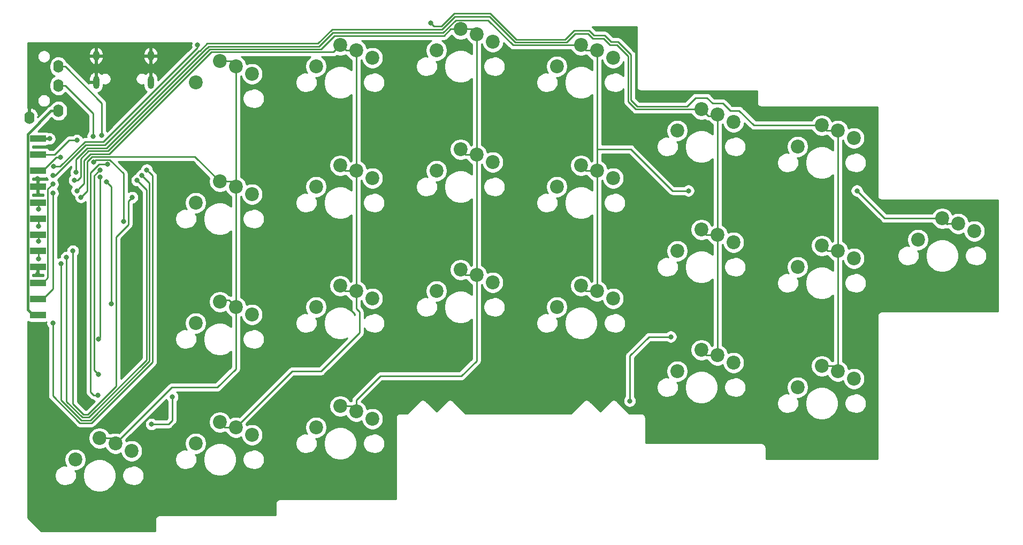
<source format=gbl>
G04 #@! TF.GenerationSoftware,KiCad,Pcbnew,5.1.10*
G04 #@! TF.CreationDate,2021-06-22T11:56:20+03:00*
G04 #@! TF.ProjectId,right,72696768-742e-46b6-9963-61645f706362,rev?*
G04 #@! TF.SameCoordinates,Original*
G04 #@! TF.FileFunction,Copper,L2,Bot*
G04 #@! TF.FilePolarity,Positive*
%FSLAX46Y46*%
G04 Gerber Fmt 4.6, Leading zero omitted, Abs format (unit mm)*
G04 Created by KiCad (PCBNEW 5.1.10) date 2021-06-22 11:56:20*
%MOMM*%
%LPD*%
G01*
G04 APERTURE LIST*
G04 #@! TA.AperFunction,ComponentPad*
%ADD10C,2.200000*%
G04 #@! TD*
G04 #@! TA.AperFunction,ComponentPad*
%ADD11O,1.600000X2.000000*%
G04 #@! TD*
G04 #@! TA.AperFunction,ComponentPad*
%ADD12O,1.000000X1.400000*%
G04 #@! TD*
G04 #@! TA.AperFunction,SMDPad,CuDef*
%ADD13R,2.500000X1.000000*%
G04 #@! TD*
G04 #@! TA.AperFunction,ComponentPad*
%ADD14O,1.000000X1.600000*%
G04 #@! TD*
G04 #@! TA.AperFunction,ComponentPad*
%ADD15O,1.000000X2.100000*%
G04 #@! TD*
G04 #@! TA.AperFunction,ViaPad*
%ADD16C,0.800000*%
G04 #@! TD*
G04 #@! TA.AperFunction,Conductor*
%ADD17C,0.381000*%
G04 #@! TD*
G04 #@! TA.AperFunction,Conductor*
%ADD18C,0.250000*%
G04 #@! TD*
G04 #@! TA.AperFunction,Conductor*
%ADD19C,0.254000*%
G04 #@! TD*
G04 #@! TA.AperFunction,Conductor*
%ADD20C,0.100000*%
G04 #@! TD*
G04 APERTURE END LIST*
D10*
X136164000Y-125132000D03*
X131064000Y-123132000D03*
X133604000Y-123952000D03*
X127254000Y-126492000D03*
X117114000Y-70522000D03*
X112014000Y-68522000D03*
X114554000Y-69342000D03*
X108204000Y-71882000D03*
X89154000Y-131572000D03*
X95504000Y-129032000D03*
X92964000Y-128212000D03*
X98064000Y-130212000D03*
X212364000Y-80682000D03*
X207264000Y-78682000D03*
X209804000Y-79502000D03*
X203454000Y-82042000D03*
X203454000Y-101092000D03*
X209804000Y-98552000D03*
X207264000Y-97732000D03*
X212364000Y-99732000D03*
X212364000Y-118782000D03*
X207264000Y-116782000D03*
X209804000Y-117602000D03*
X203454000Y-120142000D03*
X165354000Y-69342000D03*
X171704000Y-66802000D03*
X169164000Y-65982000D03*
X174264000Y-67982000D03*
X117114000Y-89572000D03*
X112014000Y-87572000D03*
X114554000Y-88392000D03*
X108204000Y-90932000D03*
X165354000Y-88392000D03*
X171704000Y-85852000D03*
X169164000Y-85032000D03*
X174264000Y-87032000D03*
X174264000Y-106082000D03*
X169164000Y-104082000D03*
X171704000Y-104902000D03*
X165354000Y-107442000D03*
X222504000Y-96774000D03*
X228854000Y-94234000D03*
X226314000Y-93414000D03*
X231414000Y-95414000D03*
X108204000Y-109982000D03*
X114554000Y-107442000D03*
X112014000Y-106622000D03*
X117114000Y-108622000D03*
X193314000Y-78142000D03*
X188214000Y-76142000D03*
X190754000Y-76962000D03*
X184404000Y-79502000D03*
X184404000Y-98552000D03*
X190754000Y-96012000D03*
X188214000Y-95192000D03*
X193314000Y-97192000D03*
X193314000Y-116242000D03*
X188214000Y-114242000D03*
X190754000Y-115062000D03*
X184404000Y-117602000D03*
X146304000Y-66802000D03*
X152654000Y-64262000D03*
X150114000Y-63442000D03*
X155214000Y-65442000D03*
X155214000Y-84492000D03*
X150114000Y-82492000D03*
X152654000Y-83312000D03*
X146304000Y-85852000D03*
X146304000Y-104902000D03*
X152654000Y-102362000D03*
X150114000Y-101542000D03*
X155214000Y-103542000D03*
X136164000Y-67982000D03*
X131064000Y-65982000D03*
X133604000Y-66802000D03*
X127254000Y-69342000D03*
X127254000Y-88392000D03*
X133604000Y-85852000D03*
X131064000Y-85032000D03*
X136164000Y-87032000D03*
X136164000Y-106082000D03*
X131064000Y-104082000D03*
X133604000Y-104902000D03*
X127254000Y-107442000D03*
X108204000Y-129032000D03*
X114554000Y-126492000D03*
X112014000Y-125672000D03*
X117114000Y-127672000D03*
D11*
X81901000Y-77467000D03*
X86501000Y-76367000D03*
X86501000Y-69367000D03*
X86501000Y-72367000D03*
D12*
X86501000Y-69367000D03*
X86501000Y-72367000D03*
X86501000Y-76367000D03*
X81901000Y-77467000D03*
D13*
X83249000Y-80772000D03*
X83249000Y-83312000D03*
X83249000Y-85852000D03*
X83249000Y-88392000D03*
X83249000Y-90932000D03*
X83249000Y-93472000D03*
X83249000Y-96012000D03*
X83249000Y-98552000D03*
X83249000Y-101092000D03*
X83249000Y-103632000D03*
X83249000Y-106172000D03*
X83249000Y-108712000D03*
D14*
X92454000Y-67657000D03*
X101094000Y-67657000D03*
D15*
X101094000Y-71837000D03*
X92454000Y-71837000D03*
D16*
X120751600Y-84328000D03*
X121310400Y-103174800D03*
X95631000Y-77724000D03*
X139446000Y-68453000D03*
X118999000Y-68453000D03*
X88773000Y-93726000D03*
X115570000Y-138557000D03*
X127000000Y-136017000D03*
X83185000Y-102235000D03*
X83185000Y-87122000D03*
X97790000Y-98806000D03*
X98044000Y-84963000D03*
X90297000Y-101092000D03*
X85090000Y-80772000D03*
X89408000Y-81026000D03*
X86786000Y-83693000D03*
X98139235Y-90067167D03*
X88773000Y-98552000D03*
X83312000Y-91948000D03*
X87757000Y-99568000D03*
X83312000Y-94615000D03*
X98933000Y-87375998D03*
X86868000Y-100584000D03*
X83312000Y-97028000D03*
X99694996Y-86614000D03*
X85598000Y-109982000D03*
X83312000Y-99822000D03*
X100457000Y-85725000D03*
X85598000Y-87972000D03*
X85598000Y-89408000D03*
X93345000Y-80264000D03*
X91953360Y-80396370D03*
X88994000Y-87376000D03*
X89412660Y-89022340D03*
X85598000Y-86614006D03*
X90043000Y-90042998D03*
X89261000Y-86126000D03*
X186182000Y-89027000D03*
X212852000Y-89027000D03*
X85684167Y-85192152D03*
X108521500Y-65976500D03*
X145415000Y-62484000D03*
X92075000Y-84455000D03*
X96774000Y-93853000D03*
X94869000Y-106954000D03*
X94107000Y-87630000D03*
X93091000Y-86868000D03*
X92837000Y-112542000D03*
X92837000Y-118130000D03*
X93091000Y-85725000D03*
X94234000Y-84836000D03*
X92710000Y-121412000D03*
X101219000Y-125984000D03*
X104521000Y-121666000D03*
X176885600Y-122301000D03*
X183388000Y-112141000D03*
D17*
X82499000Y-108712000D02*
X83249000Y-108712000D01*
X81608499Y-107821499D02*
X82499000Y-108712000D01*
X81608499Y-80078501D02*
X81608499Y-107821499D01*
X85320000Y-76367000D02*
X81608499Y-80078501D01*
X86501000Y-76367000D02*
X85320000Y-76367000D01*
X83249000Y-80772000D02*
X85090000Y-80772000D01*
X84880000Y-80772000D02*
X85090000Y-80772000D01*
X85090000Y-80772000D02*
X84880000Y-80772000D01*
D18*
X85902590Y-83312000D02*
X84749000Y-83312000D01*
X88188590Y-81026000D02*
X85902590Y-83312000D01*
X84749000Y-83312000D02*
X83249000Y-83312000D01*
X89408000Y-81026000D02*
X88188590Y-81026000D01*
X83999000Y-85852000D02*
X83249000Y-85852000D01*
X86158000Y-83693000D02*
X83999000Y-85852000D01*
X86786000Y-83693000D02*
X86158000Y-83693000D01*
X88773000Y-98552000D02*
X88773000Y-98552000D01*
X83312000Y-90995000D02*
X83249000Y-90932000D01*
X83312000Y-91948000D02*
X83312000Y-90995000D01*
X88773000Y-122759002D02*
X88773000Y-98552000D01*
X90456999Y-124443001D02*
X88773000Y-122759002D01*
X97536000Y-90670402D02*
X97536000Y-94361000D01*
X97536000Y-94361000D02*
X95594001Y-96302999D01*
X95594001Y-120002001D02*
X91153001Y-124443001D01*
X95594001Y-96302999D02*
X95594001Y-120002001D01*
X98139235Y-90067167D02*
X97536000Y-90670402D01*
X91153001Y-124443001D02*
X90456999Y-124443001D01*
X87757000Y-99568000D02*
X87757000Y-99568000D01*
X83312000Y-93535000D02*
X83249000Y-93472000D01*
X83312000Y-94615000D02*
X83312000Y-93535000D01*
X91339401Y-124893011D02*
X100457000Y-115775412D01*
X100457000Y-88899998D02*
X98933000Y-87375998D01*
X90270598Y-124893010D02*
X91339401Y-124893011D01*
X100457000Y-115775412D02*
X100457000Y-88899998D01*
X87757000Y-99568000D02*
X87757000Y-122379412D01*
X87757000Y-122379412D02*
X90270598Y-124893010D01*
X86868000Y-100584000D02*
X86868000Y-100584000D01*
X83312000Y-96075000D02*
X83249000Y-96012000D01*
X83312000Y-97028000D02*
X83312000Y-96075000D01*
X86868000Y-100584000D02*
X86868000Y-122126822D01*
X86868000Y-122126822D02*
X90084199Y-125343020D01*
X100907011Y-115961812D02*
X100907011Y-87826015D01*
X100907011Y-87826015D02*
X100094995Y-87013999D01*
X100094995Y-87013999D02*
X99694996Y-86614000D01*
X91525802Y-125343020D02*
X100907011Y-115961812D01*
X90084199Y-125343020D02*
X91525802Y-125343020D01*
X85598000Y-109982000D02*
X85598000Y-109982000D01*
X83312000Y-98615000D02*
X83249000Y-98552000D01*
X83312000Y-99822000D02*
X83312000Y-98615000D01*
X85598000Y-109982000D02*
X85598000Y-121493232D01*
X85598000Y-121493232D02*
X89897799Y-125793031D01*
X101357022Y-86625022D02*
X100856999Y-86124999D01*
X89897799Y-125793031D02*
X91712202Y-125793031D01*
X91712202Y-125793031D02*
X101357022Y-116148212D01*
X100856999Y-86124999D02*
X100457000Y-85725000D01*
X101357022Y-116148212D02*
X101357022Y-86625022D01*
X83999000Y-103632000D02*
X83249000Y-103632000D01*
X84824001Y-102806999D02*
X83999000Y-103632000D01*
X84824001Y-88745999D02*
X84824001Y-102806999D01*
X85598000Y-87972000D02*
X84824001Y-88745999D01*
X83999000Y-106172000D02*
X83249000Y-106172000D01*
X85598000Y-104573000D02*
X83999000Y-106172000D01*
X85598000Y-89408000D02*
X85598000Y-104573000D01*
X93345000Y-75161000D02*
X87551000Y-69367000D01*
X87551000Y-69367000D02*
X86501000Y-69367000D01*
X93345000Y-80264000D02*
X93345000Y-75161000D01*
X87551000Y-72367000D02*
X86501000Y-72367000D01*
X91953360Y-76769360D02*
X87551000Y-72367000D01*
X91953360Y-80396370D02*
X91953360Y-76769360D01*
X151834000Y-63442000D02*
X152654000Y-64262000D01*
X150114000Y-63442000D02*
X151834000Y-63442000D01*
X152654000Y-64262000D02*
X152654000Y-83312000D01*
X150934000Y-83312000D02*
X150114000Y-82492000D01*
X152654000Y-83312000D02*
X150934000Y-83312000D01*
X152654000Y-83312000D02*
X152654000Y-102362000D01*
X150934000Y-102362000D02*
X150114000Y-101542000D01*
X152654000Y-102362000D02*
X150934000Y-102362000D01*
X137414000Y-118364000D02*
X133604000Y-122174000D01*
X133604000Y-122174000D02*
X133604000Y-123952000D01*
X150241000Y-118364000D02*
X137414000Y-118364000D01*
X152654000Y-115951000D02*
X150241000Y-118364000D01*
X152654000Y-102362000D02*
X152654000Y-115951000D01*
X132784000Y-123132000D02*
X133604000Y-123952000D01*
X131064000Y-123132000D02*
X132784000Y-123132000D01*
X148558366Y-63442000D02*
X150114000Y-63442000D01*
X130175000Y-64516000D02*
X147484366Y-64516000D01*
X147484366Y-64516000D02*
X148558366Y-63442000D01*
X110473601Y-66631989D02*
X128059011Y-66631989D01*
X94359579Y-82746011D02*
X110473601Y-66631989D01*
X128059011Y-66631989D02*
X130175000Y-64516000D01*
X91243989Y-82746011D02*
X94359579Y-82746011D01*
X90043001Y-83946999D02*
X91243989Y-82746011D01*
X90043001Y-86892684D02*
X90043001Y-83946999D01*
X89559685Y-87376000D02*
X90043001Y-86892684D01*
X88994000Y-87376000D02*
X89559685Y-87376000D01*
X131884000Y-104902000D02*
X131064000Y-104082000D01*
X133604000Y-104902000D02*
X131884000Y-104902000D01*
X133604000Y-90030998D02*
X133604000Y-85852000D01*
X133604000Y-104902000D02*
X133604000Y-90030998D01*
X131884000Y-85852000D02*
X131064000Y-85032000D01*
X133604000Y-85852000D02*
X131884000Y-85852000D01*
X133604000Y-85852000D02*
X133604000Y-66802000D01*
X131228366Y-65982000D02*
X131064000Y-65982000D01*
X132048366Y-66802000D02*
X131228366Y-65982000D01*
X133604000Y-66802000D02*
X132048366Y-66802000D01*
X129964001Y-67081999D02*
X110660001Y-67081999D01*
X131064000Y-65982000D02*
X129964001Y-67081999D01*
X91555978Y-83196022D02*
X90551000Y-84201000D01*
X90551000Y-84201000D02*
X90551000Y-87884000D01*
X89812659Y-88622341D02*
X89412660Y-89022340D01*
X94545978Y-83196022D02*
X91555978Y-83196022D01*
X90551000Y-87884000D02*
X89812659Y-88622341D01*
X110660001Y-67081999D02*
X94545978Y-83196022D01*
X123444000Y-117602000D02*
X114554000Y-126492000D01*
X112834000Y-126492000D02*
X112014000Y-125672000D01*
X114554000Y-126492000D02*
X112834000Y-126492000D01*
X133604000Y-104902000D02*
X133604000Y-107696000D01*
X133604000Y-107696000D02*
X134112000Y-108204000D01*
X134112000Y-108204000D02*
X134112000Y-111506000D01*
X128016000Y-117602000D02*
X123444000Y-117602000D01*
X134112000Y-111506000D02*
X128016000Y-117602000D01*
X190474001Y-77241999D02*
X190754000Y-76962000D01*
X189313999Y-77241999D02*
X190474001Y-77241999D01*
X188214000Y-76142000D02*
X189313999Y-77241999D01*
X190754000Y-76962000D02*
X190754000Y-96012000D01*
X189034000Y-96012000D02*
X188214000Y-95192000D01*
X190754000Y-96012000D02*
X189034000Y-96012000D01*
X190754000Y-97567634D02*
X190754000Y-115062000D01*
X190754000Y-96012000D02*
X190754000Y-97567634D01*
X189034000Y-115062000D02*
X188214000Y-114242000D01*
X190754000Y-115062000D02*
X189034000Y-115062000D01*
X85598006Y-86614000D02*
X85598000Y-86614006D01*
X90805000Y-81788000D02*
X85978994Y-86614006D01*
X93853000Y-81788000D02*
X90805000Y-81788000D01*
X108901090Y-66865500D02*
X108775500Y-66865500D01*
X108775500Y-66865500D02*
X93853000Y-81788000D01*
X110034621Y-65731969D02*
X108901090Y-66865500D01*
X85978994Y-86614006D02*
X85598000Y-86614006D01*
X127560621Y-65731969D02*
X110034621Y-65731969D01*
X177869000Y-76142000D02*
X176657000Y-74930000D01*
X129792590Y-63500000D02*
X127560621Y-65731969D01*
X176657000Y-67691000D02*
X174879000Y-65913000D01*
X174879000Y-65913000D02*
X173736000Y-65913000D01*
X173736000Y-65913000D02*
X172720000Y-64897000D01*
X172720000Y-64897000D02*
X171069000Y-64897000D01*
X166878000Y-65532000D02*
X158750000Y-65532000D01*
X149225000Y-61468000D02*
X147193000Y-63500000D01*
X188214000Y-76142000D02*
X177869000Y-76142000D01*
X170307000Y-64135000D02*
X168275000Y-64135000D01*
X168275000Y-64135000D02*
X166878000Y-65532000D01*
X158750000Y-65532000D02*
X154686000Y-61468000D01*
X147193000Y-63500000D02*
X129792590Y-63500000D01*
X176657000Y-74930000D02*
X176657000Y-67691000D01*
X171069000Y-64897000D02*
X170307000Y-64135000D01*
X154686000Y-61468000D02*
X149225000Y-61468000D01*
X113734000Y-68522000D02*
X114554000Y-69342000D01*
X112014000Y-68522000D02*
X113734000Y-68522000D01*
X114554000Y-85032000D02*
X114554000Y-88392000D01*
X114554000Y-69342000D02*
X114554000Y-85032000D01*
X113734000Y-87572000D02*
X114554000Y-88392000D01*
X112014000Y-87572000D02*
X113734000Y-87572000D01*
X114554000Y-88392000D02*
X114554000Y-107442000D01*
X112293999Y-106342001D02*
X112014000Y-106622000D01*
X113454001Y-106342001D02*
X112293999Y-106342001D01*
X114554000Y-107442000D02*
X113454001Y-106342001D01*
X91059000Y-84397998D02*
X91796008Y-83660990D01*
X91796008Y-83660990D02*
X108102990Y-83660990D01*
X91059000Y-89027000D02*
X91059000Y-84397998D01*
X108102990Y-83660990D02*
X112014000Y-87572000D01*
X90043000Y-90042998D02*
X90043002Y-90042998D01*
X90043002Y-90042998D02*
X91059000Y-89027000D01*
X104394000Y-120142000D02*
X95504000Y-129032000D01*
X111633000Y-120142000D02*
X104394000Y-120142000D01*
X114554000Y-117221000D02*
X111633000Y-120142000D01*
X114554000Y-107442000D02*
X114554000Y-117221000D01*
X94684000Y-128212000D02*
X95504000Y-129032000D01*
X92964000Y-128212000D02*
X94684000Y-128212000D01*
X169984000Y-104902000D02*
X169164000Y-104082000D01*
X171704000Y-104902000D02*
X169984000Y-104902000D01*
X171704000Y-104902000D02*
X171704000Y-85852000D01*
X169984000Y-85852000D02*
X169164000Y-85032000D01*
X171704000Y-85852000D02*
X169984000Y-85852000D01*
X169984000Y-66802000D02*
X169164000Y-65982000D01*
X171704000Y-66802000D02*
X169984000Y-66802000D01*
X171704000Y-82423000D02*
X177038000Y-82423000D01*
X171704000Y-85852000D02*
X171704000Y-82423000D01*
X171704000Y-82423000D02*
X171704000Y-66802000D01*
X177038000Y-82423000D02*
X183642000Y-89027000D01*
X183642000Y-89027000D02*
X186182000Y-89027000D01*
D17*
X186182000Y-89027000D02*
X186182000Y-89027000D01*
X227134000Y-94234000D02*
X226314000Y-93414000D01*
D18*
X228854000Y-94234000D02*
X227134000Y-94234000D01*
X226314000Y-93414000D02*
X217239000Y-93414000D01*
X217239000Y-93414000D02*
X213741000Y-89916000D01*
X213741000Y-89916000D02*
X212852000Y-89027000D01*
D17*
X212852000Y-89027000D02*
X212852000Y-89027000D01*
D18*
X91057590Y-82296000D02*
X94107000Y-82296000D01*
X109984680Y-66484500D02*
X110287201Y-66181979D01*
X89261000Y-86126000D02*
X89261000Y-84092590D01*
X154472999Y-62016999D02*
X158438000Y-65982000D01*
X94107000Y-82296000D02*
X109918500Y-66484500D01*
X109918500Y-66484500D02*
X109984680Y-66484500D01*
X129921000Y-64008000D02*
X147355956Y-64008000D01*
X110287201Y-66181979D02*
X127747022Y-66181979D01*
X127747022Y-66181979D02*
X129921000Y-64008000D01*
X147355956Y-64008000D02*
X149346957Y-62016999D01*
X167608366Y-65982000D02*
X169164000Y-65982000D01*
X89261000Y-84092590D02*
X91057590Y-82296000D01*
X149346957Y-62016999D02*
X154472999Y-62016999D01*
X158438000Y-65982000D02*
X167608366Y-65982000D01*
X208984000Y-116782000D02*
X209804000Y-117602000D01*
X207264000Y-116782000D02*
X208984000Y-116782000D01*
X209804000Y-117602000D02*
X209804000Y-98552000D01*
X207428366Y-97732000D02*
X207264000Y-97732000D01*
X208248366Y-98552000D02*
X207428366Y-97732000D01*
X209804000Y-98552000D02*
X208248366Y-98552000D01*
X209804000Y-98552000D02*
X209804000Y-79502000D01*
X208084000Y-79502000D02*
X207264000Y-78682000D01*
X209804000Y-79502000D02*
X208084000Y-79502000D01*
X90676590Y-81280000D02*
X86764438Y-85192152D01*
X93599000Y-81280000D02*
X90676590Y-81280000D01*
X86249852Y-85192152D02*
X85684167Y-85192152D01*
X86764438Y-85192152D02*
X86249852Y-85192152D01*
X108521500Y-66357500D02*
X93599000Y-81280000D01*
X108521500Y-66357500D02*
X108521500Y-65976500D01*
X108521500Y-65976500D02*
X108521500Y-65976500D01*
X145415000Y-62484000D02*
X145415000Y-62484000D01*
X191643000Y-75184000D02*
X192786000Y-76327000D01*
X187325000Y-74295000D02*
X189103000Y-74295000D01*
X185928010Y-75691990D02*
X187325000Y-74295000D01*
X178108602Y-75691990D02*
X185928010Y-75691990D01*
X177107010Y-67504600D02*
X177107010Y-74690398D01*
X175065401Y-65462991D02*
X177107010Y-67504600D01*
X207264000Y-78682000D02*
X196538000Y-78682000D01*
X177107010Y-74690398D02*
X178108602Y-75691990D01*
X173922400Y-65462990D02*
X175065401Y-65462991D01*
X145923000Y-62992000D02*
X147064590Y-62992000D01*
X170493401Y-63684991D02*
X171255400Y-64446990D01*
X192786000Y-76327000D02*
X194183000Y-76327000D01*
X171255400Y-64446990D02*
X172906401Y-64446991D01*
X147064590Y-62992000D02*
X149096590Y-60960000D01*
X154814410Y-60960000D02*
X158936400Y-65081990D01*
X189103000Y-74295000D02*
X189992000Y-75184000D01*
X149096590Y-60960000D02*
X154814410Y-60960000D01*
X189992000Y-75184000D02*
X191643000Y-75184000D01*
X158936400Y-65081990D02*
X166691600Y-65081990D01*
X194183000Y-76327000D02*
X196538000Y-78682000D01*
X166691600Y-65081990D02*
X168088600Y-63684990D01*
X145415000Y-62484000D02*
X145923000Y-62992000D01*
X168088600Y-63684990D02*
X170493401Y-63684991D01*
X172906401Y-64446991D02*
X173922400Y-65462990D01*
X96774000Y-93853000D02*
X96774000Y-93853000D01*
X96774000Y-86302998D02*
X96774000Y-93853000D01*
X94582001Y-84110999D02*
X96774000Y-86302998D01*
X92075000Y-84455000D02*
X92419001Y-84110999D01*
X92419001Y-84110999D02*
X94582001Y-84110999D01*
X94869000Y-106934000D02*
X94869000Y-88392000D01*
X94506999Y-88029999D02*
X94107000Y-87630000D01*
X94869000Y-88392000D02*
X94506999Y-88029999D01*
X93091000Y-86868000D02*
X93091000Y-112268000D01*
X93091000Y-112268000D02*
X92837000Y-112522000D01*
X92691001Y-86124999D02*
X93091000Y-85725000D01*
X92111999Y-117384999D02*
X92111999Y-86704001D01*
X92837000Y-118110000D02*
X92111999Y-117384999D01*
X92111999Y-86704001D02*
X92691001Y-86124999D01*
X92906998Y-84836000D02*
X94234000Y-84836000D01*
X91567000Y-86175998D02*
X92906998Y-84836000D01*
X91567000Y-120904000D02*
X91567000Y-86175998D01*
X92075000Y-121412000D02*
X91567000Y-120904000D01*
X92710000Y-121412000D02*
X92075000Y-121412000D01*
X103886000Y-125984000D02*
X101219000Y-125984000D01*
X104521000Y-125349000D02*
X103886000Y-125984000D01*
X104521000Y-121666000D02*
X104521000Y-125349000D01*
X183388000Y-112141000D02*
X179908200Y-112141000D01*
X176885600Y-115163600D02*
X176885600Y-122301000D01*
X179908200Y-112141000D02*
X176885600Y-115163600D01*
D19*
X177979001Y-72482113D02*
X177975565Y-72517000D01*
X177989273Y-72656184D01*
X178029872Y-72790020D01*
X178095800Y-72913363D01*
X178184525Y-73021475D01*
X178292637Y-73110200D01*
X178415980Y-73176128D01*
X178549816Y-73216727D01*
X178654123Y-73227000D01*
X178689000Y-73230435D01*
X178723877Y-73227000D01*
X197029000Y-73227000D01*
X197029001Y-75022113D01*
X197025565Y-75057000D01*
X197039273Y-75196184D01*
X197079872Y-75330020D01*
X197145800Y-75453363D01*
X197234525Y-75561475D01*
X197342637Y-75650200D01*
X197465980Y-75716128D01*
X197599816Y-75756727D01*
X197704123Y-75767000D01*
X197739000Y-75770435D01*
X197773877Y-75767000D01*
X216079000Y-75767000D01*
X216079001Y-89754113D01*
X216075565Y-89789000D01*
X216089273Y-89928184D01*
X216129872Y-90062020D01*
X216195800Y-90185363D01*
X216284525Y-90293475D01*
X216392637Y-90382200D01*
X216515980Y-90448128D01*
X216649816Y-90488727D01*
X216754123Y-90499000D01*
X216789000Y-90502435D01*
X216823877Y-90499000D01*
X235129000Y-90499000D01*
X235129001Y-108129000D01*
X216823877Y-108129000D01*
X216789000Y-108125565D01*
X216754123Y-108129000D01*
X216649816Y-108139273D01*
X216515980Y-108179872D01*
X216392637Y-108245800D01*
X216284525Y-108334525D01*
X216195800Y-108442637D01*
X216129872Y-108565980D01*
X216089273Y-108699816D01*
X216075565Y-108839000D01*
X216079000Y-108873877D01*
X216079001Y-131497000D01*
X198449000Y-131497000D01*
X198449000Y-129701876D01*
X198452435Y-129667000D01*
X198438727Y-129527816D01*
X198398128Y-129393980D01*
X198332200Y-129270637D01*
X198243475Y-129162525D01*
X198135363Y-129073800D01*
X198012020Y-129007872D01*
X197878184Y-128967273D01*
X197739000Y-128953565D01*
X197704123Y-128957000D01*
X179399000Y-128957000D01*
X179399000Y-125002877D01*
X179402435Y-124968000D01*
X179388727Y-124828816D01*
X179348128Y-124694980D01*
X179282200Y-124571637D01*
X179193475Y-124463525D01*
X179085363Y-124374800D01*
X178962020Y-124308872D01*
X178828184Y-124268273D01*
X178723877Y-124258000D01*
X178689000Y-124254565D01*
X178654123Y-124258000D01*
X176824092Y-124258000D01*
X174897703Y-122331612D01*
X174875474Y-122304526D01*
X174848388Y-122282297D01*
X174848384Y-122282293D01*
X174767363Y-122215801D01*
X174736045Y-122199061D01*
X175850600Y-122199061D01*
X175850600Y-122402939D01*
X175890374Y-122602898D01*
X175968395Y-122791256D01*
X176081663Y-122960774D01*
X176225826Y-123104937D01*
X176395344Y-123218205D01*
X176583702Y-123296226D01*
X176783661Y-123336000D01*
X176987539Y-123336000D01*
X177187498Y-123296226D01*
X177375856Y-123218205D01*
X177545374Y-123104937D01*
X177689537Y-122960774D01*
X177802805Y-122791256D01*
X177880826Y-122602898D01*
X177920600Y-122402939D01*
X177920600Y-122199061D01*
X177880826Y-121999102D01*
X177802805Y-121810744D01*
X177689537Y-121641226D01*
X177645600Y-121597289D01*
X177645600Y-119985891D01*
X181129000Y-119985891D01*
X181129000Y-120298109D01*
X181189911Y-120604327D01*
X181309391Y-120892779D01*
X181482850Y-121152379D01*
X181703621Y-121373150D01*
X181963221Y-121546609D01*
X182251673Y-121666089D01*
X182557891Y-121727000D01*
X182870109Y-121727000D01*
X183176327Y-121666089D01*
X183270697Y-121627000D01*
X183280260Y-121627000D01*
X183567158Y-121569932D01*
X183837411Y-121457990D01*
X184080632Y-121295475D01*
X184287475Y-121088632D01*
X184449990Y-120845411D01*
X184561932Y-120575158D01*
X184619000Y-120288260D01*
X184619000Y-119995740D01*
X184596471Y-119882475D01*
X185579000Y-119882475D01*
X185579000Y-120401525D01*
X185680261Y-120910601D01*
X185878893Y-121390141D01*
X186167262Y-121821715D01*
X186534285Y-122188738D01*
X186965859Y-122477107D01*
X187445399Y-122675739D01*
X187954475Y-122777000D01*
X188473525Y-122777000D01*
X188982601Y-122675739D01*
X189344366Y-122525891D01*
X200179000Y-122525891D01*
X200179000Y-122838109D01*
X200239911Y-123144327D01*
X200359391Y-123432779D01*
X200532850Y-123692379D01*
X200753621Y-123913150D01*
X201013221Y-124086609D01*
X201301673Y-124206089D01*
X201607891Y-124267000D01*
X201920109Y-124267000D01*
X202226327Y-124206089D01*
X202320697Y-124167000D01*
X202330260Y-124167000D01*
X202617158Y-124109932D01*
X202887411Y-123997990D01*
X203130632Y-123835475D01*
X203337475Y-123628632D01*
X203499990Y-123385411D01*
X203611932Y-123115158D01*
X203669000Y-122828260D01*
X203669000Y-122535740D01*
X203646471Y-122422475D01*
X204629000Y-122422475D01*
X204629000Y-122941525D01*
X204730261Y-123450601D01*
X204928893Y-123930141D01*
X205217262Y-124361715D01*
X205584285Y-124728738D01*
X206015859Y-125017107D01*
X206495399Y-125215739D01*
X207004475Y-125317000D01*
X207523525Y-125317000D01*
X208032601Y-125215739D01*
X208512141Y-125017107D01*
X208943715Y-124728738D01*
X209310738Y-124361715D01*
X209599107Y-123930141D01*
X209797739Y-123450601D01*
X209899000Y-122941525D01*
X209899000Y-122535740D01*
X210859000Y-122535740D01*
X210859000Y-122828260D01*
X210916068Y-123115158D01*
X211028010Y-123385411D01*
X211190525Y-123628632D01*
X211397368Y-123835475D01*
X211640589Y-123997990D01*
X211910842Y-124109932D01*
X212197740Y-124167000D01*
X212207303Y-124167000D01*
X212301673Y-124206089D01*
X212607891Y-124267000D01*
X212920109Y-124267000D01*
X213226327Y-124206089D01*
X213514779Y-124086609D01*
X213774379Y-123913150D01*
X213995150Y-123692379D01*
X214168609Y-123432779D01*
X214288089Y-123144327D01*
X214349000Y-122838109D01*
X214349000Y-122525891D01*
X214288089Y-122219673D01*
X214168609Y-121931221D01*
X213995150Y-121671621D01*
X213774379Y-121450850D01*
X213514779Y-121277391D01*
X213226327Y-121157911D01*
X212920109Y-121097000D01*
X212607891Y-121097000D01*
X212301673Y-121157911D01*
X212207303Y-121197000D01*
X212197740Y-121197000D01*
X211910842Y-121254068D01*
X211640589Y-121366010D01*
X211397368Y-121528525D01*
X211190525Y-121735368D01*
X211028010Y-121978589D01*
X210916068Y-122248842D01*
X210859000Y-122535740D01*
X209899000Y-122535740D01*
X209899000Y-122422475D01*
X209797739Y-121913399D01*
X209599107Y-121433859D01*
X209310738Y-121002285D01*
X208943715Y-120635262D01*
X208512141Y-120346893D01*
X208032601Y-120148261D01*
X207523525Y-120047000D01*
X207004475Y-120047000D01*
X206495399Y-120148261D01*
X206015859Y-120346893D01*
X205584285Y-120635262D01*
X205217262Y-121002285D01*
X204928893Y-121433859D01*
X204730261Y-121913399D01*
X204629000Y-122422475D01*
X203646471Y-122422475D01*
X203611932Y-122248842D01*
X203499990Y-121978589D01*
X203432110Y-121877000D01*
X203624883Y-121877000D01*
X203960081Y-121810325D01*
X204275831Y-121679537D01*
X204559998Y-121489663D01*
X204801663Y-121247998D01*
X204991537Y-120963831D01*
X205122325Y-120648081D01*
X205189000Y-120312883D01*
X205189000Y-119971117D01*
X205122325Y-119635919D01*
X204991537Y-119320169D01*
X204801663Y-119036002D01*
X204559998Y-118794337D01*
X204275831Y-118604463D01*
X203960081Y-118473675D01*
X203624883Y-118407000D01*
X203283117Y-118407000D01*
X202947919Y-118473675D01*
X202632169Y-118604463D01*
X202348002Y-118794337D01*
X202106337Y-119036002D01*
X201916463Y-119320169D01*
X201785675Y-119635919D01*
X201719000Y-119971117D01*
X201719000Y-120312883D01*
X201785675Y-120648081D01*
X201916463Y-120963831D01*
X202018524Y-121116576D01*
X201920109Y-121097000D01*
X201607891Y-121097000D01*
X201301673Y-121157911D01*
X201013221Y-121277391D01*
X200753621Y-121450850D01*
X200532850Y-121671621D01*
X200359391Y-121931221D01*
X200239911Y-122219673D01*
X200179000Y-122525891D01*
X189344366Y-122525891D01*
X189462141Y-122477107D01*
X189893715Y-122188738D01*
X190260738Y-121821715D01*
X190549107Y-121390141D01*
X190747739Y-120910601D01*
X190849000Y-120401525D01*
X190849000Y-119995740D01*
X191809000Y-119995740D01*
X191809000Y-120288260D01*
X191866068Y-120575158D01*
X191978010Y-120845411D01*
X192140525Y-121088632D01*
X192347368Y-121295475D01*
X192590589Y-121457990D01*
X192860842Y-121569932D01*
X193147740Y-121627000D01*
X193157303Y-121627000D01*
X193251673Y-121666089D01*
X193557891Y-121727000D01*
X193870109Y-121727000D01*
X194176327Y-121666089D01*
X194464779Y-121546609D01*
X194724379Y-121373150D01*
X194945150Y-121152379D01*
X195118609Y-120892779D01*
X195238089Y-120604327D01*
X195299000Y-120298109D01*
X195299000Y-119985891D01*
X195238089Y-119679673D01*
X195118609Y-119391221D01*
X194945150Y-119131621D01*
X194724379Y-118910850D01*
X194464779Y-118737391D01*
X194176327Y-118617911D01*
X193870109Y-118557000D01*
X193557891Y-118557000D01*
X193251673Y-118617911D01*
X193157303Y-118657000D01*
X193147740Y-118657000D01*
X192860842Y-118714068D01*
X192590589Y-118826010D01*
X192347368Y-118988525D01*
X192140525Y-119195368D01*
X191978010Y-119438589D01*
X191866068Y-119708842D01*
X191809000Y-119995740D01*
X190849000Y-119995740D01*
X190849000Y-119882475D01*
X190747739Y-119373399D01*
X190549107Y-118893859D01*
X190260738Y-118462285D01*
X189893715Y-118095262D01*
X189462141Y-117806893D01*
X188982601Y-117608261D01*
X188473525Y-117507000D01*
X187954475Y-117507000D01*
X187445399Y-117608261D01*
X186965859Y-117806893D01*
X186534285Y-118095262D01*
X186167262Y-118462285D01*
X185878893Y-118893859D01*
X185680261Y-119373399D01*
X185579000Y-119882475D01*
X184596471Y-119882475D01*
X184561932Y-119708842D01*
X184449990Y-119438589D01*
X184382110Y-119337000D01*
X184574883Y-119337000D01*
X184910081Y-119270325D01*
X185225831Y-119139537D01*
X185509998Y-118949663D01*
X185751663Y-118707998D01*
X185941537Y-118423831D01*
X186072325Y-118108081D01*
X186139000Y-117772883D01*
X186139000Y-117431117D01*
X186072325Y-117095919D01*
X185941537Y-116780169D01*
X185751663Y-116496002D01*
X185509998Y-116254337D01*
X185225831Y-116064463D01*
X184910081Y-115933675D01*
X184574883Y-115867000D01*
X184233117Y-115867000D01*
X183897919Y-115933675D01*
X183582169Y-116064463D01*
X183298002Y-116254337D01*
X183056337Y-116496002D01*
X182866463Y-116780169D01*
X182735675Y-117095919D01*
X182669000Y-117431117D01*
X182669000Y-117772883D01*
X182735675Y-118108081D01*
X182866463Y-118423831D01*
X182968524Y-118576576D01*
X182870109Y-118557000D01*
X182557891Y-118557000D01*
X182251673Y-118617911D01*
X181963221Y-118737391D01*
X181703621Y-118910850D01*
X181482850Y-119131621D01*
X181309391Y-119391221D01*
X181189911Y-119679673D01*
X181129000Y-119985891D01*
X177645600Y-119985891D01*
X177645600Y-115478401D01*
X180223002Y-112901000D01*
X182684289Y-112901000D01*
X182728226Y-112944937D01*
X182897744Y-113058205D01*
X183086102Y-113136226D01*
X183286061Y-113176000D01*
X183489939Y-113176000D01*
X183689898Y-113136226D01*
X183878256Y-113058205D01*
X184047774Y-112944937D01*
X184191937Y-112800774D01*
X184305205Y-112631256D01*
X184383226Y-112442898D01*
X184423000Y-112242939D01*
X184423000Y-112039061D01*
X184383226Y-111839102D01*
X184305205Y-111650744D01*
X184191937Y-111481226D01*
X184047774Y-111337063D01*
X183878256Y-111223795D01*
X183689898Y-111145774D01*
X183489939Y-111106000D01*
X183286061Y-111106000D01*
X183086102Y-111145774D01*
X182897744Y-111223795D01*
X182728226Y-111337063D01*
X182684289Y-111381000D01*
X179945523Y-111381000D01*
X179908200Y-111377324D01*
X179870877Y-111381000D01*
X179870867Y-111381000D01*
X179759214Y-111391997D01*
X179615953Y-111435454D01*
X179483923Y-111506026D01*
X179438465Y-111543333D01*
X179368199Y-111600999D01*
X179344401Y-111629997D01*
X176374603Y-114599796D01*
X176345599Y-114623599D01*
X176290471Y-114690774D01*
X176250626Y-114739324D01*
X176187669Y-114857107D01*
X176180054Y-114871354D01*
X176136597Y-115014615D01*
X176125600Y-115126268D01*
X176125600Y-115126278D01*
X176121924Y-115163600D01*
X176125600Y-115200923D01*
X176125601Y-121597288D01*
X176081663Y-121641226D01*
X175968395Y-121810744D01*
X175890374Y-121999102D01*
X175850600Y-122199061D01*
X174736045Y-122199061D01*
X174644019Y-122149872D01*
X174510184Y-122109274D01*
X174371000Y-122095565D01*
X174370999Y-122095565D01*
X174231815Y-122109274D01*
X174097980Y-122149872D01*
X173974636Y-122215801D01*
X173893615Y-122282293D01*
X173893607Y-122282301D01*
X173866526Y-122304526D01*
X173844301Y-122331607D01*
X172212000Y-123963908D01*
X170579703Y-122331612D01*
X170557474Y-122304526D01*
X170530388Y-122282297D01*
X170530384Y-122282293D01*
X170449363Y-122215801D01*
X170326019Y-122149872D01*
X170192184Y-122109274D01*
X170053000Y-122095565D01*
X170052999Y-122095565D01*
X169913815Y-122109274D01*
X169779980Y-122149872D01*
X169656636Y-122215801D01*
X169575615Y-122282293D01*
X169575607Y-122282301D01*
X169548526Y-122304526D01*
X169526301Y-122331607D01*
X167599909Y-124258000D01*
X150916092Y-124258000D01*
X148989703Y-122331612D01*
X148967474Y-122304526D01*
X148940388Y-122282297D01*
X148940384Y-122282293D01*
X148859363Y-122215801D01*
X148736019Y-122149872D01*
X148602184Y-122109274D01*
X148463000Y-122095565D01*
X148462999Y-122095565D01*
X148323815Y-122109274D01*
X148189980Y-122149872D01*
X148066636Y-122215801D01*
X147985615Y-122282293D01*
X147985607Y-122282301D01*
X147958526Y-122304526D01*
X147936301Y-122331607D01*
X146304000Y-123963908D01*
X144671703Y-122331612D01*
X144649474Y-122304526D01*
X144622388Y-122282297D01*
X144622384Y-122282293D01*
X144541363Y-122215801D01*
X144418019Y-122149872D01*
X144284184Y-122109274D01*
X144145000Y-122095565D01*
X144144999Y-122095565D01*
X144005815Y-122109274D01*
X143871980Y-122149872D01*
X143748636Y-122215801D01*
X143667615Y-122282293D01*
X143667607Y-122282301D01*
X143640526Y-122304526D01*
X143618301Y-122331607D01*
X141691909Y-124258000D01*
X140623877Y-124258000D01*
X140589000Y-124254565D01*
X140554123Y-124258000D01*
X140449816Y-124268273D01*
X140315980Y-124308872D01*
X140192637Y-124374800D01*
X140084525Y-124463525D01*
X139995800Y-124571637D01*
X139929872Y-124694980D01*
X139889273Y-124828816D01*
X139875565Y-124968000D01*
X139879000Y-125002877D01*
X139879001Y-137847000D01*
X121573877Y-137847000D01*
X121539000Y-137843565D01*
X121504123Y-137847000D01*
X121399816Y-137857273D01*
X121265980Y-137897872D01*
X121142637Y-137963800D01*
X121034525Y-138052525D01*
X120945800Y-138160637D01*
X120879872Y-138283980D01*
X120839273Y-138417816D01*
X120825565Y-138557000D01*
X120829000Y-138591877D01*
X120829001Y-140387000D01*
X102523877Y-140387000D01*
X102489000Y-140383565D01*
X102454123Y-140387000D01*
X102349816Y-140397273D01*
X102215980Y-140437872D01*
X102092637Y-140503800D01*
X101984525Y-140592525D01*
X101895800Y-140700637D01*
X101829872Y-140823980D01*
X101789273Y-140957816D01*
X101775565Y-141097000D01*
X101779000Y-141131876D01*
X101779001Y-142927000D01*
X83733092Y-142927000D01*
X81609000Y-140802909D01*
X81609000Y-133955891D01*
X85879000Y-133955891D01*
X85879000Y-134268109D01*
X85939911Y-134574327D01*
X86059391Y-134862779D01*
X86232850Y-135122379D01*
X86453621Y-135343150D01*
X86713221Y-135516609D01*
X87001673Y-135636089D01*
X87307891Y-135697000D01*
X87620109Y-135697000D01*
X87926327Y-135636089D01*
X88020697Y-135597000D01*
X88030260Y-135597000D01*
X88317158Y-135539932D01*
X88587411Y-135427990D01*
X88830632Y-135265475D01*
X89037475Y-135058632D01*
X89199990Y-134815411D01*
X89311932Y-134545158D01*
X89369000Y-134258260D01*
X89369000Y-133965740D01*
X89346471Y-133852475D01*
X90329000Y-133852475D01*
X90329000Y-134371525D01*
X90430261Y-134880601D01*
X90628893Y-135360141D01*
X90917262Y-135791715D01*
X91284285Y-136158738D01*
X91715859Y-136447107D01*
X92195399Y-136645739D01*
X92704475Y-136747000D01*
X93223525Y-136747000D01*
X93732601Y-136645739D01*
X94212141Y-136447107D01*
X94643715Y-136158738D01*
X95010738Y-135791715D01*
X95299107Y-135360141D01*
X95497739Y-134880601D01*
X95599000Y-134371525D01*
X95599000Y-133965740D01*
X96559000Y-133965740D01*
X96559000Y-134258260D01*
X96616068Y-134545158D01*
X96728010Y-134815411D01*
X96890525Y-135058632D01*
X97097368Y-135265475D01*
X97340589Y-135427990D01*
X97610842Y-135539932D01*
X97897740Y-135597000D01*
X97907303Y-135597000D01*
X98001673Y-135636089D01*
X98307891Y-135697000D01*
X98620109Y-135697000D01*
X98926327Y-135636089D01*
X99214779Y-135516609D01*
X99474379Y-135343150D01*
X99695150Y-135122379D01*
X99868609Y-134862779D01*
X99988089Y-134574327D01*
X100049000Y-134268109D01*
X100049000Y-133955891D01*
X99988089Y-133649673D01*
X99868609Y-133361221D01*
X99695150Y-133101621D01*
X99474379Y-132880850D01*
X99214779Y-132707391D01*
X98926327Y-132587911D01*
X98620109Y-132527000D01*
X98307891Y-132527000D01*
X98001673Y-132587911D01*
X97907303Y-132627000D01*
X97897740Y-132627000D01*
X97610842Y-132684068D01*
X97340589Y-132796010D01*
X97097368Y-132958525D01*
X96890525Y-133165368D01*
X96728010Y-133408589D01*
X96616068Y-133678842D01*
X96559000Y-133965740D01*
X95599000Y-133965740D01*
X95599000Y-133852475D01*
X95497739Y-133343399D01*
X95299107Y-132863859D01*
X95010738Y-132432285D01*
X94643715Y-132065262D01*
X94212141Y-131776893D01*
X93732601Y-131578261D01*
X93223525Y-131477000D01*
X92704475Y-131477000D01*
X92195399Y-131578261D01*
X91715859Y-131776893D01*
X91284285Y-132065262D01*
X90917262Y-132432285D01*
X90628893Y-132863859D01*
X90430261Y-133343399D01*
X90329000Y-133852475D01*
X89346471Y-133852475D01*
X89311932Y-133678842D01*
X89199990Y-133408589D01*
X89132110Y-133307000D01*
X89324883Y-133307000D01*
X89660081Y-133240325D01*
X89975831Y-133109537D01*
X90259998Y-132919663D01*
X90501663Y-132677998D01*
X90691537Y-132393831D01*
X90822325Y-132078081D01*
X90889000Y-131742883D01*
X90889000Y-131401117D01*
X90822325Y-131065919D01*
X90691537Y-130750169D01*
X90501663Y-130466002D01*
X90259998Y-130224337D01*
X89975831Y-130034463D01*
X89660081Y-129903675D01*
X89324883Y-129837000D01*
X88983117Y-129837000D01*
X88647919Y-129903675D01*
X88332169Y-130034463D01*
X88048002Y-130224337D01*
X87806337Y-130466002D01*
X87616463Y-130750169D01*
X87485675Y-131065919D01*
X87419000Y-131401117D01*
X87419000Y-131742883D01*
X87485675Y-132078081D01*
X87616463Y-132393831D01*
X87718524Y-132546576D01*
X87620109Y-132527000D01*
X87307891Y-132527000D01*
X87001673Y-132587911D01*
X86713221Y-132707391D01*
X86453621Y-132880850D01*
X86232850Y-133101621D01*
X86059391Y-133361221D01*
X85939911Y-133649673D01*
X85879000Y-133955891D01*
X81609000Y-133955891D01*
X81609000Y-109713398D01*
X81644506Y-109742537D01*
X81754820Y-109801502D01*
X81874518Y-109837812D01*
X81999000Y-109850072D01*
X84499000Y-109850072D01*
X84570363Y-109843044D01*
X84563000Y-109880061D01*
X84563000Y-110083939D01*
X84602774Y-110283898D01*
X84680795Y-110472256D01*
X84794063Y-110641774D01*
X84838000Y-110685711D01*
X84838001Y-121455900D01*
X84834324Y-121493232D01*
X84838001Y-121530565D01*
X84848998Y-121642218D01*
X84856239Y-121666089D01*
X84892454Y-121785478D01*
X84963026Y-121917508D01*
X85029989Y-121999102D01*
X85058000Y-122033233D01*
X85086998Y-122057031D01*
X89334000Y-126304034D01*
X89357798Y-126333032D01*
X89386796Y-126356830D01*
X89473522Y-126428005D01*
X89560051Y-126474256D01*
X89605552Y-126498577D01*
X89748813Y-126542034D01*
X89860466Y-126553031D01*
X89860475Y-126553031D01*
X89897798Y-126556707D01*
X89935121Y-126553031D01*
X91674879Y-126553031D01*
X91712202Y-126556707D01*
X91749524Y-126553031D01*
X91749535Y-126553031D01*
X91861188Y-126542034D01*
X92004449Y-126498577D01*
X92136478Y-126428005D01*
X92252203Y-126333032D01*
X92276006Y-126304028D01*
X101868026Y-116712010D01*
X101897023Y-116688213D01*
X101991996Y-116572488D01*
X102062568Y-116440459D01*
X102106025Y-116297198D01*
X102117022Y-116185545D01*
X102117022Y-116185544D01*
X102120699Y-116148212D01*
X102117022Y-116110879D01*
X102117022Y-112365891D01*
X104929000Y-112365891D01*
X104929000Y-112678109D01*
X104989911Y-112984327D01*
X105109391Y-113272779D01*
X105282850Y-113532379D01*
X105503621Y-113753150D01*
X105763221Y-113926609D01*
X106051673Y-114046089D01*
X106357891Y-114107000D01*
X106670109Y-114107000D01*
X106976327Y-114046089D01*
X107070697Y-114007000D01*
X107080260Y-114007000D01*
X107367158Y-113949932D01*
X107637411Y-113837990D01*
X107880632Y-113675475D01*
X108087475Y-113468632D01*
X108249990Y-113225411D01*
X108361932Y-112955158D01*
X108419000Y-112668260D01*
X108419000Y-112375740D01*
X108361932Y-112088842D01*
X108249990Y-111818589D01*
X108182110Y-111717000D01*
X108374883Y-111717000D01*
X108710081Y-111650325D01*
X109025831Y-111519537D01*
X109309998Y-111329663D01*
X109551663Y-111087998D01*
X109741537Y-110803831D01*
X109872325Y-110488081D01*
X109939000Y-110152883D01*
X109939000Y-109811117D01*
X109872325Y-109475919D01*
X109741537Y-109160169D01*
X109551663Y-108876002D01*
X109309998Y-108634337D01*
X109025831Y-108444463D01*
X108710081Y-108313675D01*
X108374883Y-108247000D01*
X108033117Y-108247000D01*
X107697919Y-108313675D01*
X107382169Y-108444463D01*
X107098002Y-108634337D01*
X106856337Y-108876002D01*
X106666463Y-109160169D01*
X106535675Y-109475919D01*
X106469000Y-109811117D01*
X106469000Y-110152883D01*
X106535675Y-110488081D01*
X106666463Y-110803831D01*
X106768524Y-110956576D01*
X106670109Y-110937000D01*
X106357891Y-110937000D01*
X106051673Y-110997911D01*
X105763221Y-111117391D01*
X105503621Y-111290850D01*
X105282850Y-111511621D01*
X105109391Y-111771221D01*
X104989911Y-112059673D01*
X104929000Y-112365891D01*
X102117022Y-112365891D01*
X102117022Y-93315891D01*
X104929000Y-93315891D01*
X104929000Y-93628109D01*
X104989911Y-93934327D01*
X105109391Y-94222779D01*
X105282850Y-94482379D01*
X105503621Y-94703150D01*
X105763221Y-94876609D01*
X106051673Y-94996089D01*
X106357891Y-95057000D01*
X106670109Y-95057000D01*
X106976327Y-94996089D01*
X107070697Y-94957000D01*
X107080260Y-94957000D01*
X107367158Y-94899932D01*
X107637411Y-94787990D01*
X107880632Y-94625475D01*
X108087475Y-94418632D01*
X108249990Y-94175411D01*
X108361932Y-93905158D01*
X108419000Y-93618260D01*
X108419000Y-93325740D01*
X108361932Y-93038842D01*
X108249990Y-92768589D01*
X108182110Y-92667000D01*
X108374883Y-92667000D01*
X108710081Y-92600325D01*
X109025831Y-92469537D01*
X109309998Y-92279663D01*
X109551663Y-92037998D01*
X109741537Y-91753831D01*
X109872325Y-91438081D01*
X109939000Y-91102883D01*
X109939000Y-90761117D01*
X109872325Y-90425919D01*
X109741537Y-90110169D01*
X109551663Y-89826002D01*
X109309998Y-89584337D01*
X109025831Y-89394463D01*
X108710081Y-89263675D01*
X108374883Y-89197000D01*
X108033117Y-89197000D01*
X107697919Y-89263675D01*
X107382169Y-89394463D01*
X107098002Y-89584337D01*
X106856337Y-89826002D01*
X106666463Y-90110169D01*
X106535675Y-90425919D01*
X106469000Y-90761117D01*
X106469000Y-91102883D01*
X106535675Y-91438081D01*
X106666463Y-91753831D01*
X106768524Y-91906576D01*
X106670109Y-91887000D01*
X106357891Y-91887000D01*
X106051673Y-91947911D01*
X105763221Y-92067391D01*
X105503621Y-92240850D01*
X105282850Y-92461621D01*
X105109391Y-92721221D01*
X104989911Y-93009673D01*
X104929000Y-93315891D01*
X102117022Y-93315891D01*
X102117022Y-86662344D01*
X102120698Y-86625021D01*
X102117022Y-86587698D01*
X102117022Y-86587689D01*
X102106025Y-86476036D01*
X102062568Y-86332775D01*
X101991996Y-86200746D01*
X101897023Y-86085021D01*
X101868019Y-86061218D01*
X101492000Y-85685199D01*
X101492000Y-85623061D01*
X101452226Y-85423102D01*
X101374205Y-85234744D01*
X101260937Y-85065226D01*
X101116774Y-84921063D01*
X100947256Y-84807795D01*
X100758898Y-84729774D01*
X100558939Y-84690000D01*
X100355061Y-84690000D01*
X100155102Y-84729774D01*
X99966744Y-84807795D01*
X99797226Y-84921063D01*
X99653063Y-85065226D01*
X99539795Y-85234744D01*
X99461774Y-85423102D01*
X99424078Y-85612612D01*
X99393098Y-85618774D01*
X99204740Y-85696795D01*
X99035222Y-85810063D01*
X98891059Y-85954226D01*
X98777791Y-86123744D01*
X98699770Y-86312102D01*
X98688377Y-86369379D01*
X98631102Y-86380772D01*
X98442744Y-86458793D01*
X98273226Y-86572061D01*
X98129063Y-86716224D01*
X98015795Y-86885742D01*
X97937774Y-87074100D01*
X97898000Y-87274059D01*
X97898000Y-87477937D01*
X97937774Y-87677896D01*
X98015795Y-87866254D01*
X98129063Y-88035772D01*
X98273226Y-88179935D01*
X98442744Y-88293203D01*
X98631102Y-88371224D01*
X98831061Y-88410998D01*
X98893198Y-88410998D01*
X99697001Y-89214802D01*
X99697000Y-115460610D01*
X96354001Y-118803609D01*
X96354001Y-96617800D01*
X98047003Y-94924799D01*
X98076001Y-94901001D01*
X98170974Y-94785276D01*
X98241546Y-94653247D01*
X98285003Y-94509986D01*
X98296000Y-94398333D01*
X98296000Y-94398324D01*
X98299676Y-94361001D01*
X98296000Y-94323678D01*
X98296000Y-91091262D01*
X98441133Y-91062393D01*
X98629491Y-90984372D01*
X98799009Y-90871104D01*
X98943172Y-90726941D01*
X99056440Y-90557423D01*
X99134461Y-90369065D01*
X99174235Y-90169106D01*
X99174235Y-89965228D01*
X99134461Y-89765269D01*
X99056440Y-89576911D01*
X98943172Y-89407393D01*
X98799009Y-89263230D01*
X98629491Y-89149962D01*
X98441133Y-89071941D01*
X98241174Y-89032167D01*
X98037296Y-89032167D01*
X97837337Y-89071941D01*
X97648979Y-89149962D01*
X97534000Y-89226788D01*
X97534000Y-86340323D01*
X97537676Y-86302998D01*
X97534000Y-86265673D01*
X97534000Y-86265665D01*
X97523003Y-86154012D01*
X97479546Y-86010751D01*
X97408974Y-85878722D01*
X97314001Y-85762997D01*
X97285004Y-85739200D01*
X95966793Y-84420990D01*
X107788189Y-84420990D01*
X110371286Y-87004088D01*
X110345675Y-87065919D01*
X110279000Y-87401117D01*
X110279000Y-87742883D01*
X110345675Y-88078081D01*
X110476463Y-88393831D01*
X110666337Y-88677998D01*
X110908002Y-88919663D01*
X111192169Y-89109537D01*
X111507919Y-89240325D01*
X111843117Y-89307000D01*
X112184883Y-89307000D01*
X112520081Y-89240325D01*
X112835831Y-89109537D01*
X112943472Y-89037614D01*
X113016463Y-89213831D01*
X113206337Y-89497998D01*
X113448002Y-89739663D01*
X113732169Y-89929537D01*
X113794000Y-89955148D01*
X113794000Y-91525547D01*
X113693715Y-91425262D01*
X113262141Y-91136893D01*
X112782601Y-90938261D01*
X112273525Y-90837000D01*
X111754475Y-90837000D01*
X111245399Y-90938261D01*
X110765859Y-91136893D01*
X110334285Y-91425262D01*
X109967262Y-91792285D01*
X109678893Y-92223859D01*
X109480261Y-92703399D01*
X109379000Y-93212475D01*
X109379000Y-93731525D01*
X109480261Y-94240601D01*
X109678893Y-94720141D01*
X109967262Y-95151715D01*
X110334285Y-95518738D01*
X110765859Y-95807107D01*
X111245399Y-96005739D01*
X111754475Y-96107000D01*
X112273525Y-96107000D01*
X112782601Y-96005739D01*
X113262141Y-95807107D01*
X113693715Y-95518738D01*
X113794000Y-95418453D01*
X113794001Y-105661980D01*
X113746248Y-105636455D01*
X113602987Y-105592998D01*
X113491334Y-105582001D01*
X113491323Y-105582001D01*
X113454001Y-105578325D01*
X113416679Y-105582001D01*
X113405762Y-105582001D01*
X113361663Y-105516002D01*
X113119998Y-105274337D01*
X112835831Y-105084463D01*
X112520081Y-104953675D01*
X112184883Y-104887000D01*
X111843117Y-104887000D01*
X111507919Y-104953675D01*
X111192169Y-105084463D01*
X110908002Y-105274337D01*
X110666337Y-105516002D01*
X110476463Y-105800169D01*
X110345675Y-106115919D01*
X110279000Y-106451117D01*
X110279000Y-106792883D01*
X110345675Y-107128081D01*
X110476463Y-107443831D01*
X110666337Y-107727998D01*
X110908002Y-107969663D01*
X111192169Y-108159537D01*
X111507919Y-108290325D01*
X111843117Y-108357000D01*
X112184883Y-108357000D01*
X112520081Y-108290325D01*
X112835831Y-108159537D01*
X112943472Y-108087614D01*
X113016463Y-108263831D01*
X113206337Y-108547998D01*
X113448002Y-108789663D01*
X113732169Y-108979537D01*
X113794000Y-109005148D01*
X113794000Y-110575547D01*
X113693715Y-110475262D01*
X113262141Y-110186893D01*
X112782601Y-109988261D01*
X112273525Y-109887000D01*
X111754475Y-109887000D01*
X111245399Y-109988261D01*
X110765859Y-110186893D01*
X110334285Y-110475262D01*
X109967262Y-110842285D01*
X109678893Y-111273859D01*
X109480261Y-111753399D01*
X109379000Y-112262475D01*
X109379000Y-112781525D01*
X109480261Y-113290601D01*
X109678893Y-113770141D01*
X109967262Y-114201715D01*
X110334285Y-114568738D01*
X110765859Y-114857107D01*
X111245399Y-115055739D01*
X111754475Y-115157000D01*
X112273525Y-115157000D01*
X112782601Y-115055739D01*
X113262141Y-114857107D01*
X113693715Y-114568738D01*
X113794001Y-114468452D01*
X113794001Y-116906197D01*
X111318199Y-119382000D01*
X104431333Y-119382000D01*
X104394000Y-119378323D01*
X104356667Y-119382000D01*
X104245014Y-119392997D01*
X104101753Y-119436454D01*
X103969724Y-119507026D01*
X103853999Y-119601999D01*
X103830201Y-119630997D01*
X96071912Y-127389286D01*
X96010081Y-127363675D01*
X95674883Y-127297000D01*
X95333117Y-127297000D01*
X94997919Y-127363675D01*
X94772514Y-127457041D01*
X94721333Y-127452000D01*
X94721322Y-127452000D01*
X94684000Y-127448324D01*
X94646678Y-127452000D01*
X94527148Y-127452000D01*
X94501537Y-127390169D01*
X94311663Y-127106002D01*
X94069998Y-126864337D01*
X93785831Y-126674463D01*
X93470081Y-126543675D01*
X93134883Y-126477000D01*
X92793117Y-126477000D01*
X92457919Y-126543675D01*
X92142169Y-126674463D01*
X91858002Y-126864337D01*
X91616337Y-127106002D01*
X91426463Y-127390169D01*
X91295675Y-127705919D01*
X91229000Y-128041117D01*
X91229000Y-128382883D01*
X91295675Y-128718081D01*
X91426463Y-129033831D01*
X91616337Y-129317998D01*
X91858002Y-129559663D01*
X92142169Y-129749537D01*
X92457919Y-129880325D01*
X92793117Y-129947000D01*
X93134883Y-129947000D01*
X93470081Y-129880325D01*
X93785831Y-129749537D01*
X93893472Y-129677614D01*
X93966463Y-129853831D01*
X94156337Y-130137998D01*
X94398002Y-130379663D01*
X94682169Y-130569537D01*
X94997919Y-130700325D01*
X95333117Y-130767000D01*
X95674883Y-130767000D01*
X96010081Y-130700325D01*
X96325831Y-130569537D01*
X96361400Y-130545770D01*
X96395675Y-130718081D01*
X96526463Y-131033831D01*
X96716337Y-131317998D01*
X96958002Y-131559663D01*
X97242169Y-131749537D01*
X97557919Y-131880325D01*
X97893117Y-131947000D01*
X98234883Y-131947000D01*
X98570081Y-131880325D01*
X98885831Y-131749537D01*
X99169998Y-131559663D01*
X99313770Y-131415891D01*
X104929000Y-131415891D01*
X104929000Y-131728109D01*
X104989911Y-132034327D01*
X105109391Y-132322779D01*
X105282850Y-132582379D01*
X105503621Y-132803150D01*
X105763221Y-132976609D01*
X106051673Y-133096089D01*
X106357891Y-133157000D01*
X106670109Y-133157000D01*
X106976327Y-133096089D01*
X107070697Y-133057000D01*
X107080260Y-133057000D01*
X107367158Y-132999932D01*
X107637411Y-132887990D01*
X107880632Y-132725475D01*
X108087475Y-132518632D01*
X108249990Y-132275411D01*
X108361932Y-132005158D01*
X108419000Y-131718260D01*
X108419000Y-131425740D01*
X108396471Y-131312475D01*
X109379000Y-131312475D01*
X109379000Y-131831525D01*
X109480261Y-132340601D01*
X109678893Y-132820141D01*
X109967262Y-133251715D01*
X110334285Y-133618738D01*
X110765859Y-133907107D01*
X111245399Y-134105739D01*
X111754475Y-134207000D01*
X112273525Y-134207000D01*
X112782601Y-134105739D01*
X113262141Y-133907107D01*
X113693715Y-133618738D01*
X114060738Y-133251715D01*
X114349107Y-132820141D01*
X114547739Y-132340601D01*
X114649000Y-131831525D01*
X114649000Y-131425740D01*
X115609000Y-131425740D01*
X115609000Y-131718260D01*
X115666068Y-132005158D01*
X115778010Y-132275411D01*
X115940525Y-132518632D01*
X116147368Y-132725475D01*
X116390589Y-132887990D01*
X116660842Y-132999932D01*
X116947740Y-133057000D01*
X116957303Y-133057000D01*
X117051673Y-133096089D01*
X117357891Y-133157000D01*
X117670109Y-133157000D01*
X117976327Y-133096089D01*
X118264779Y-132976609D01*
X118524379Y-132803150D01*
X118745150Y-132582379D01*
X118918609Y-132322779D01*
X119038089Y-132034327D01*
X119099000Y-131728109D01*
X119099000Y-131415891D01*
X119038089Y-131109673D01*
X118918609Y-130821221D01*
X118745150Y-130561621D01*
X118524379Y-130340850D01*
X118264779Y-130167391D01*
X117976327Y-130047911D01*
X117670109Y-129987000D01*
X117357891Y-129987000D01*
X117051673Y-130047911D01*
X116957303Y-130087000D01*
X116947740Y-130087000D01*
X116660842Y-130144068D01*
X116390589Y-130256010D01*
X116147368Y-130418525D01*
X115940525Y-130625368D01*
X115778010Y-130868589D01*
X115666068Y-131138842D01*
X115609000Y-131425740D01*
X114649000Y-131425740D01*
X114649000Y-131312475D01*
X114547739Y-130803399D01*
X114349107Y-130323859D01*
X114060738Y-129892285D01*
X113693715Y-129525262D01*
X113262141Y-129236893D01*
X112782601Y-129038261D01*
X112273525Y-128937000D01*
X111754475Y-128937000D01*
X111245399Y-129038261D01*
X110765859Y-129236893D01*
X110334285Y-129525262D01*
X109967262Y-129892285D01*
X109678893Y-130323859D01*
X109480261Y-130803399D01*
X109379000Y-131312475D01*
X108396471Y-131312475D01*
X108361932Y-131138842D01*
X108249990Y-130868589D01*
X108182110Y-130767000D01*
X108374883Y-130767000D01*
X108710081Y-130700325D01*
X109025831Y-130569537D01*
X109309998Y-130379663D01*
X109551663Y-130137998D01*
X109741537Y-129853831D01*
X109872325Y-129538081D01*
X109939000Y-129202883D01*
X109939000Y-128861117D01*
X109872325Y-128525919D01*
X109741537Y-128210169D01*
X109551663Y-127926002D01*
X109309998Y-127684337D01*
X109025831Y-127494463D01*
X108710081Y-127363675D01*
X108374883Y-127297000D01*
X108033117Y-127297000D01*
X107697919Y-127363675D01*
X107382169Y-127494463D01*
X107098002Y-127684337D01*
X106856337Y-127926002D01*
X106666463Y-128210169D01*
X106535675Y-128525919D01*
X106469000Y-128861117D01*
X106469000Y-129202883D01*
X106535675Y-129538081D01*
X106666463Y-129853831D01*
X106768524Y-130006576D01*
X106670109Y-129987000D01*
X106357891Y-129987000D01*
X106051673Y-130047911D01*
X105763221Y-130167391D01*
X105503621Y-130340850D01*
X105282850Y-130561621D01*
X105109391Y-130821221D01*
X104989911Y-131109673D01*
X104929000Y-131415891D01*
X99313770Y-131415891D01*
X99411663Y-131317998D01*
X99601537Y-131033831D01*
X99732325Y-130718081D01*
X99799000Y-130382883D01*
X99799000Y-130041117D01*
X99732325Y-129705919D01*
X99601537Y-129390169D01*
X99411663Y-129106002D01*
X99169998Y-128864337D01*
X98885831Y-128674463D01*
X98570081Y-128543675D01*
X98234883Y-128477000D01*
X97893117Y-128477000D01*
X97557919Y-128543675D01*
X97242169Y-128674463D01*
X97206600Y-128698230D01*
X97172325Y-128525919D01*
X97146714Y-128464088D01*
X103560081Y-122050721D01*
X103603795Y-122156256D01*
X103717063Y-122325774D01*
X103761000Y-122369711D01*
X103761001Y-125034197D01*
X103571199Y-125224000D01*
X101922711Y-125224000D01*
X101878774Y-125180063D01*
X101709256Y-125066795D01*
X101520898Y-124988774D01*
X101320939Y-124949000D01*
X101117061Y-124949000D01*
X100917102Y-124988774D01*
X100728744Y-125066795D01*
X100559226Y-125180063D01*
X100415063Y-125324226D01*
X100301795Y-125493744D01*
X100223774Y-125682102D01*
X100184000Y-125882061D01*
X100184000Y-126085939D01*
X100223774Y-126285898D01*
X100301795Y-126474256D01*
X100415063Y-126643774D01*
X100559226Y-126787937D01*
X100728744Y-126901205D01*
X100917102Y-126979226D01*
X101117061Y-127019000D01*
X101320939Y-127019000D01*
X101520898Y-126979226D01*
X101709256Y-126901205D01*
X101878774Y-126787937D01*
X101922711Y-126744000D01*
X103848678Y-126744000D01*
X103886000Y-126747676D01*
X103923322Y-126744000D01*
X103923333Y-126744000D01*
X104034986Y-126733003D01*
X104178247Y-126689546D01*
X104310276Y-126618974D01*
X104426001Y-126524001D01*
X104449803Y-126494998D01*
X105032002Y-125912800D01*
X105061001Y-125889001D01*
X105155974Y-125773276D01*
X105226546Y-125641247D01*
X105270003Y-125497986D01*
X105281000Y-125386333D01*
X105284677Y-125349000D01*
X105281000Y-125311667D01*
X105281000Y-122369711D01*
X105324937Y-122325774D01*
X105438205Y-122156256D01*
X105516226Y-121967898D01*
X105556000Y-121767939D01*
X105556000Y-121564061D01*
X105516226Y-121364102D01*
X105438205Y-121175744D01*
X105324937Y-121006226D01*
X105220711Y-120902000D01*
X111595678Y-120902000D01*
X111633000Y-120905676D01*
X111670322Y-120902000D01*
X111670333Y-120902000D01*
X111781986Y-120891003D01*
X111925247Y-120847546D01*
X112057276Y-120776974D01*
X112173001Y-120682001D01*
X112196804Y-120652997D01*
X115065003Y-117784799D01*
X115094001Y-117761001D01*
X115188974Y-117645276D01*
X115259546Y-117513247D01*
X115303003Y-117369986D01*
X115314000Y-117258333D01*
X115314000Y-117258323D01*
X115317676Y-117221000D01*
X115314000Y-117183677D01*
X115314000Y-112375740D01*
X115609000Y-112375740D01*
X115609000Y-112668260D01*
X115666068Y-112955158D01*
X115778010Y-113225411D01*
X115940525Y-113468632D01*
X116147368Y-113675475D01*
X116390589Y-113837990D01*
X116660842Y-113949932D01*
X116947740Y-114007000D01*
X116957303Y-114007000D01*
X117051673Y-114046089D01*
X117357891Y-114107000D01*
X117670109Y-114107000D01*
X117976327Y-114046089D01*
X118264779Y-113926609D01*
X118524379Y-113753150D01*
X118745150Y-113532379D01*
X118918609Y-113272779D01*
X119038089Y-112984327D01*
X119099000Y-112678109D01*
X119099000Y-112365891D01*
X119038089Y-112059673D01*
X118918609Y-111771221D01*
X118745150Y-111511621D01*
X118524379Y-111290850D01*
X118264779Y-111117391D01*
X117976327Y-110997911D01*
X117670109Y-110937000D01*
X117357891Y-110937000D01*
X117051673Y-110997911D01*
X116957303Y-111037000D01*
X116947740Y-111037000D01*
X116660842Y-111094068D01*
X116390589Y-111206010D01*
X116147368Y-111368525D01*
X115940525Y-111575368D01*
X115778010Y-111818589D01*
X115666068Y-112088842D01*
X115609000Y-112375740D01*
X115314000Y-112375740D01*
X115314000Y-109005148D01*
X115375831Y-108979537D01*
X115411400Y-108955770D01*
X115445675Y-109128081D01*
X115576463Y-109443831D01*
X115766337Y-109727998D01*
X116008002Y-109969663D01*
X116292169Y-110159537D01*
X116607919Y-110290325D01*
X116943117Y-110357000D01*
X117284883Y-110357000D01*
X117620081Y-110290325D01*
X117935831Y-110159537D01*
X118219998Y-109969663D01*
X118363770Y-109825891D01*
X123979000Y-109825891D01*
X123979000Y-110138109D01*
X124039911Y-110444327D01*
X124159391Y-110732779D01*
X124332850Y-110992379D01*
X124553621Y-111213150D01*
X124813221Y-111386609D01*
X125101673Y-111506089D01*
X125407891Y-111567000D01*
X125720109Y-111567000D01*
X126026327Y-111506089D01*
X126120697Y-111467000D01*
X126130260Y-111467000D01*
X126417158Y-111409932D01*
X126687411Y-111297990D01*
X126930632Y-111135475D01*
X127137475Y-110928632D01*
X127299990Y-110685411D01*
X127411932Y-110415158D01*
X127469000Y-110128260D01*
X127469000Y-109835740D01*
X127411932Y-109548842D01*
X127299990Y-109278589D01*
X127232110Y-109177000D01*
X127424883Y-109177000D01*
X127760081Y-109110325D01*
X128075831Y-108979537D01*
X128359998Y-108789663D01*
X128601663Y-108547998D01*
X128791537Y-108263831D01*
X128922325Y-107948081D01*
X128989000Y-107612883D01*
X128989000Y-107271117D01*
X128922325Y-106935919D01*
X128791537Y-106620169D01*
X128601663Y-106336002D01*
X128359998Y-106094337D01*
X128075831Y-105904463D01*
X127760081Y-105773675D01*
X127424883Y-105707000D01*
X127083117Y-105707000D01*
X126747919Y-105773675D01*
X126432169Y-105904463D01*
X126148002Y-106094337D01*
X125906337Y-106336002D01*
X125716463Y-106620169D01*
X125585675Y-106935919D01*
X125519000Y-107271117D01*
X125519000Y-107612883D01*
X125585675Y-107948081D01*
X125716463Y-108263831D01*
X125818524Y-108416576D01*
X125720109Y-108397000D01*
X125407891Y-108397000D01*
X125101673Y-108457911D01*
X124813221Y-108577391D01*
X124553621Y-108750850D01*
X124332850Y-108971621D01*
X124159391Y-109231221D01*
X124039911Y-109519673D01*
X123979000Y-109825891D01*
X118363770Y-109825891D01*
X118461663Y-109727998D01*
X118651537Y-109443831D01*
X118782325Y-109128081D01*
X118849000Y-108792883D01*
X118849000Y-108451117D01*
X118782325Y-108115919D01*
X118651537Y-107800169D01*
X118461663Y-107516002D01*
X118219998Y-107274337D01*
X117935831Y-107084463D01*
X117620081Y-106953675D01*
X117284883Y-106887000D01*
X116943117Y-106887000D01*
X116607919Y-106953675D01*
X116292169Y-107084463D01*
X116256600Y-107108230D01*
X116222325Y-106935919D01*
X116091537Y-106620169D01*
X115901663Y-106336002D01*
X115659998Y-106094337D01*
X115375831Y-105904463D01*
X115314000Y-105878852D01*
X115314000Y-93325740D01*
X115609000Y-93325740D01*
X115609000Y-93618260D01*
X115666068Y-93905158D01*
X115778010Y-94175411D01*
X115940525Y-94418632D01*
X116147368Y-94625475D01*
X116390589Y-94787990D01*
X116660842Y-94899932D01*
X116947740Y-94957000D01*
X116957303Y-94957000D01*
X117051673Y-94996089D01*
X117357891Y-95057000D01*
X117670109Y-95057000D01*
X117976327Y-94996089D01*
X118264779Y-94876609D01*
X118524379Y-94703150D01*
X118745150Y-94482379D01*
X118918609Y-94222779D01*
X119038089Y-93934327D01*
X119099000Y-93628109D01*
X119099000Y-93315891D01*
X119038089Y-93009673D01*
X118918609Y-92721221D01*
X118745150Y-92461621D01*
X118524379Y-92240850D01*
X118264779Y-92067391D01*
X117976327Y-91947911D01*
X117670109Y-91887000D01*
X117357891Y-91887000D01*
X117051673Y-91947911D01*
X116957303Y-91987000D01*
X116947740Y-91987000D01*
X116660842Y-92044068D01*
X116390589Y-92156010D01*
X116147368Y-92318525D01*
X115940525Y-92525368D01*
X115778010Y-92768589D01*
X115666068Y-93038842D01*
X115609000Y-93325740D01*
X115314000Y-93325740D01*
X115314000Y-89955148D01*
X115375831Y-89929537D01*
X115411400Y-89905770D01*
X115445675Y-90078081D01*
X115576463Y-90393831D01*
X115766337Y-90677998D01*
X116008002Y-90919663D01*
X116292169Y-91109537D01*
X116607919Y-91240325D01*
X116943117Y-91307000D01*
X117284883Y-91307000D01*
X117620081Y-91240325D01*
X117935831Y-91109537D01*
X118219998Y-90919663D01*
X118363770Y-90775891D01*
X123979000Y-90775891D01*
X123979000Y-91088109D01*
X124039911Y-91394327D01*
X124159391Y-91682779D01*
X124332850Y-91942379D01*
X124553621Y-92163150D01*
X124813221Y-92336609D01*
X125101673Y-92456089D01*
X125407891Y-92517000D01*
X125720109Y-92517000D01*
X126026327Y-92456089D01*
X126120697Y-92417000D01*
X126130260Y-92417000D01*
X126417158Y-92359932D01*
X126687411Y-92247990D01*
X126930632Y-92085475D01*
X127137475Y-91878632D01*
X127299990Y-91635411D01*
X127411932Y-91365158D01*
X127469000Y-91078260D01*
X127469000Y-90785740D01*
X127411932Y-90498842D01*
X127299990Y-90228589D01*
X127232110Y-90127000D01*
X127424883Y-90127000D01*
X127760081Y-90060325D01*
X128075831Y-89929537D01*
X128359998Y-89739663D01*
X128601663Y-89497998D01*
X128791537Y-89213831D01*
X128922325Y-88898081D01*
X128989000Y-88562883D01*
X128989000Y-88221117D01*
X128922325Y-87885919D01*
X128791537Y-87570169D01*
X128601663Y-87286002D01*
X128359998Y-87044337D01*
X128075831Y-86854463D01*
X127760081Y-86723675D01*
X127424883Y-86657000D01*
X127083117Y-86657000D01*
X126747919Y-86723675D01*
X126432169Y-86854463D01*
X126148002Y-87044337D01*
X125906337Y-87286002D01*
X125716463Y-87570169D01*
X125585675Y-87885919D01*
X125519000Y-88221117D01*
X125519000Y-88562883D01*
X125585675Y-88898081D01*
X125716463Y-89213831D01*
X125818524Y-89366576D01*
X125720109Y-89347000D01*
X125407891Y-89347000D01*
X125101673Y-89407911D01*
X124813221Y-89527391D01*
X124553621Y-89700850D01*
X124332850Y-89921621D01*
X124159391Y-90181221D01*
X124039911Y-90469673D01*
X123979000Y-90775891D01*
X118363770Y-90775891D01*
X118461663Y-90677998D01*
X118651537Y-90393831D01*
X118782325Y-90078081D01*
X118849000Y-89742883D01*
X118849000Y-89401117D01*
X118782325Y-89065919D01*
X118651537Y-88750169D01*
X118461663Y-88466002D01*
X118219998Y-88224337D01*
X117935831Y-88034463D01*
X117620081Y-87903675D01*
X117284883Y-87837000D01*
X116943117Y-87837000D01*
X116607919Y-87903675D01*
X116292169Y-88034463D01*
X116256600Y-88058230D01*
X116222325Y-87885919D01*
X116091537Y-87570169D01*
X115901663Y-87286002D01*
X115659998Y-87044337D01*
X115375831Y-86854463D01*
X115314000Y-86828852D01*
X115314000Y-74275740D01*
X115609000Y-74275740D01*
X115609000Y-74568260D01*
X115666068Y-74855158D01*
X115778010Y-75125411D01*
X115940525Y-75368632D01*
X116147368Y-75575475D01*
X116390589Y-75737990D01*
X116660842Y-75849932D01*
X116947740Y-75907000D01*
X116957303Y-75907000D01*
X117051673Y-75946089D01*
X117357891Y-76007000D01*
X117670109Y-76007000D01*
X117976327Y-75946089D01*
X118264779Y-75826609D01*
X118524379Y-75653150D01*
X118745150Y-75432379D01*
X118918609Y-75172779D01*
X119038089Y-74884327D01*
X119099000Y-74578109D01*
X119099000Y-74265891D01*
X119038089Y-73959673D01*
X118918609Y-73671221D01*
X118745150Y-73411621D01*
X118524379Y-73190850D01*
X118264779Y-73017391D01*
X117976327Y-72897911D01*
X117670109Y-72837000D01*
X117357891Y-72837000D01*
X117051673Y-72897911D01*
X116957303Y-72937000D01*
X116947740Y-72937000D01*
X116660842Y-72994068D01*
X116390589Y-73106010D01*
X116147368Y-73268525D01*
X115940525Y-73475368D01*
X115778010Y-73718589D01*
X115666068Y-73988842D01*
X115609000Y-74275740D01*
X115314000Y-74275740D01*
X115314000Y-70905148D01*
X115375831Y-70879537D01*
X115411400Y-70855770D01*
X115445675Y-71028081D01*
X115576463Y-71343831D01*
X115766337Y-71627998D01*
X116008002Y-71869663D01*
X116292169Y-72059537D01*
X116607919Y-72190325D01*
X116943117Y-72257000D01*
X117284883Y-72257000D01*
X117620081Y-72190325D01*
X117935831Y-72059537D01*
X118219998Y-71869663D01*
X118461663Y-71627998D01*
X118651537Y-71343831D01*
X118782325Y-71028081D01*
X118849000Y-70692883D01*
X118849000Y-70351117D01*
X118782325Y-70015919D01*
X118651537Y-69700169D01*
X118461663Y-69416002D01*
X118219998Y-69174337D01*
X117935831Y-68984463D01*
X117620081Y-68853675D01*
X117284883Y-68787000D01*
X116943117Y-68787000D01*
X116607919Y-68853675D01*
X116292169Y-68984463D01*
X116256600Y-69008230D01*
X116222325Y-68835919D01*
X116091537Y-68520169D01*
X115901663Y-68236002D01*
X115659998Y-67994337D01*
X115432008Y-67841999D01*
X126375992Y-67841999D01*
X126148002Y-67994337D01*
X125906337Y-68236002D01*
X125716463Y-68520169D01*
X125585675Y-68835919D01*
X125519000Y-69171117D01*
X125519000Y-69512883D01*
X125585675Y-69848081D01*
X125716463Y-70163831D01*
X125818524Y-70316576D01*
X125720109Y-70297000D01*
X125407891Y-70297000D01*
X125101673Y-70357911D01*
X124813221Y-70477391D01*
X124553621Y-70650850D01*
X124332850Y-70871621D01*
X124159391Y-71131221D01*
X124039911Y-71419673D01*
X123979000Y-71725891D01*
X123979000Y-72038109D01*
X124039911Y-72344327D01*
X124159391Y-72632779D01*
X124332850Y-72892379D01*
X124553621Y-73113150D01*
X124813221Y-73286609D01*
X125101673Y-73406089D01*
X125407891Y-73467000D01*
X125720109Y-73467000D01*
X126026327Y-73406089D01*
X126120697Y-73367000D01*
X126130260Y-73367000D01*
X126417158Y-73309932D01*
X126687411Y-73197990D01*
X126930632Y-73035475D01*
X127137475Y-72828632D01*
X127299990Y-72585411D01*
X127411932Y-72315158D01*
X127469000Y-72028260D01*
X127469000Y-71735740D01*
X127411932Y-71448842D01*
X127299990Y-71178589D01*
X127232110Y-71077000D01*
X127424883Y-71077000D01*
X127760081Y-71010325D01*
X128075831Y-70879537D01*
X128359998Y-70689663D01*
X128601663Y-70447998D01*
X128791537Y-70163831D01*
X128922325Y-69848081D01*
X128989000Y-69512883D01*
X128989000Y-69171117D01*
X128922325Y-68835919D01*
X128791537Y-68520169D01*
X128601663Y-68236002D01*
X128359998Y-67994337D01*
X128132008Y-67841999D01*
X129926679Y-67841999D01*
X129964001Y-67845675D01*
X130001323Y-67841999D01*
X130001334Y-67841999D01*
X130112987Y-67831002D01*
X130256248Y-67787545D01*
X130388277Y-67716973D01*
X130499150Y-67625982D01*
X130557919Y-67650325D01*
X130893117Y-67717000D01*
X131234883Y-67717000D01*
X131570081Y-67650325D01*
X131847707Y-67535328D01*
X131899380Y-67551003D01*
X132011033Y-67562000D01*
X132011042Y-67562000D01*
X132042120Y-67565061D01*
X132066463Y-67623831D01*
X132256337Y-67907998D01*
X132498002Y-68149663D01*
X132782169Y-68339537D01*
X132844001Y-68365149D01*
X132844001Y-69935548D01*
X132743715Y-69835262D01*
X132312141Y-69546893D01*
X131832601Y-69348261D01*
X131323525Y-69247000D01*
X130804475Y-69247000D01*
X130295399Y-69348261D01*
X129815859Y-69546893D01*
X129384285Y-69835262D01*
X129017262Y-70202285D01*
X128728893Y-70633859D01*
X128530261Y-71113399D01*
X128429000Y-71622475D01*
X128429000Y-72141525D01*
X128530261Y-72650601D01*
X128728893Y-73130141D01*
X129017262Y-73561715D01*
X129384285Y-73928738D01*
X129815859Y-74217107D01*
X130295399Y-74415739D01*
X130804475Y-74517000D01*
X131323525Y-74517000D01*
X131832601Y-74415739D01*
X132312141Y-74217107D01*
X132743715Y-73928738D01*
X132844001Y-73828452D01*
X132844000Y-84288852D01*
X132782169Y-84314463D01*
X132674528Y-84386386D01*
X132601537Y-84210169D01*
X132411663Y-83926002D01*
X132169998Y-83684337D01*
X131885831Y-83494463D01*
X131570081Y-83363675D01*
X131234883Y-83297000D01*
X130893117Y-83297000D01*
X130557919Y-83363675D01*
X130242169Y-83494463D01*
X129958002Y-83684337D01*
X129716337Y-83926002D01*
X129526463Y-84210169D01*
X129395675Y-84525919D01*
X129329000Y-84861117D01*
X129329000Y-85202883D01*
X129395675Y-85538081D01*
X129526463Y-85853831D01*
X129716337Y-86137998D01*
X129958002Y-86379663D01*
X130242169Y-86569537D01*
X130557919Y-86700325D01*
X130893117Y-86767000D01*
X131234883Y-86767000D01*
X131570081Y-86700325D01*
X131795486Y-86606959D01*
X131846667Y-86612000D01*
X131846676Y-86612000D01*
X131883999Y-86615676D01*
X131921322Y-86612000D01*
X132040852Y-86612000D01*
X132066463Y-86673831D01*
X132256337Y-86957998D01*
X132498002Y-87199663D01*
X132782169Y-87389537D01*
X132844001Y-87415149D01*
X132844000Y-88985547D01*
X132743715Y-88885262D01*
X132312141Y-88596893D01*
X131832601Y-88398261D01*
X131323525Y-88297000D01*
X130804475Y-88297000D01*
X130295399Y-88398261D01*
X129815859Y-88596893D01*
X129384285Y-88885262D01*
X129017262Y-89252285D01*
X128728893Y-89683859D01*
X128530261Y-90163399D01*
X128429000Y-90672475D01*
X128429000Y-91191525D01*
X128530261Y-91700601D01*
X128728893Y-92180141D01*
X129017262Y-92611715D01*
X129384285Y-92978738D01*
X129815859Y-93267107D01*
X130295399Y-93465739D01*
X130804475Y-93567000D01*
X131323525Y-93567000D01*
X131832601Y-93465739D01*
X132312141Y-93267107D01*
X132743715Y-92978738D01*
X132844001Y-92878452D01*
X132844000Y-103338852D01*
X132782169Y-103364463D01*
X132674528Y-103436386D01*
X132601537Y-103260169D01*
X132411663Y-102976002D01*
X132169998Y-102734337D01*
X131885831Y-102544463D01*
X131570081Y-102413675D01*
X131234883Y-102347000D01*
X130893117Y-102347000D01*
X130557919Y-102413675D01*
X130242169Y-102544463D01*
X129958002Y-102734337D01*
X129716337Y-102976002D01*
X129526463Y-103260169D01*
X129395675Y-103575919D01*
X129329000Y-103911117D01*
X129329000Y-104252883D01*
X129395675Y-104588081D01*
X129526463Y-104903831D01*
X129716337Y-105187998D01*
X129958002Y-105429663D01*
X130242169Y-105619537D01*
X130557919Y-105750325D01*
X130893117Y-105817000D01*
X131234883Y-105817000D01*
X131570081Y-105750325D01*
X131795486Y-105656959D01*
X131846667Y-105662000D01*
X131846676Y-105662000D01*
X131883999Y-105665676D01*
X131921322Y-105662000D01*
X132040852Y-105662000D01*
X132066463Y-105723831D01*
X132256337Y-106007998D01*
X132498002Y-106249663D01*
X132782169Y-106439537D01*
X132844001Y-106465148D01*
X132844001Y-107658668D01*
X132840324Y-107696000D01*
X132844001Y-107733333D01*
X132854998Y-107844986D01*
X132867591Y-107886500D01*
X132898454Y-107988246D01*
X132969026Y-108120276D01*
X133039114Y-108205677D01*
X133064000Y-108236001D01*
X133092998Y-108259799D01*
X133352000Y-108518802D01*
X133352000Y-108663359D01*
X133110738Y-108302285D01*
X132743715Y-107935262D01*
X132312141Y-107646893D01*
X131832601Y-107448261D01*
X131323525Y-107347000D01*
X130804475Y-107347000D01*
X130295399Y-107448261D01*
X129815859Y-107646893D01*
X129384285Y-107935262D01*
X129017262Y-108302285D01*
X128728893Y-108733859D01*
X128530261Y-109213399D01*
X128429000Y-109722475D01*
X128429000Y-110241525D01*
X128530261Y-110750601D01*
X128728893Y-111230141D01*
X129017262Y-111661715D01*
X129384285Y-112028738D01*
X129815859Y-112317107D01*
X130295399Y-112515739D01*
X130804475Y-112617000D01*
X131323525Y-112617000D01*
X131832601Y-112515739D01*
X132165245Y-112377953D01*
X127701199Y-116842000D01*
X123481333Y-116842000D01*
X123444000Y-116838323D01*
X123406667Y-116842000D01*
X123295014Y-116852997D01*
X123151753Y-116896454D01*
X123019724Y-116967026D01*
X122903999Y-117061999D01*
X122880201Y-117090997D01*
X115121912Y-124849286D01*
X115060081Y-124823675D01*
X114724883Y-124757000D01*
X114383117Y-124757000D01*
X114047919Y-124823675D01*
X113732169Y-124954463D01*
X113624528Y-125026386D01*
X113551537Y-124850169D01*
X113361663Y-124566002D01*
X113119998Y-124324337D01*
X112835831Y-124134463D01*
X112520081Y-124003675D01*
X112184883Y-123937000D01*
X111843117Y-123937000D01*
X111507919Y-124003675D01*
X111192169Y-124134463D01*
X110908002Y-124324337D01*
X110666337Y-124566002D01*
X110476463Y-124850169D01*
X110345675Y-125165919D01*
X110279000Y-125501117D01*
X110279000Y-125842883D01*
X110345675Y-126178081D01*
X110476463Y-126493831D01*
X110666337Y-126777998D01*
X110908002Y-127019663D01*
X111192169Y-127209537D01*
X111507919Y-127340325D01*
X111843117Y-127407000D01*
X112184883Y-127407000D01*
X112520081Y-127340325D01*
X112745486Y-127246959D01*
X112796667Y-127252000D01*
X112796676Y-127252000D01*
X112833999Y-127255676D01*
X112871322Y-127252000D01*
X112990852Y-127252000D01*
X113016463Y-127313831D01*
X113206337Y-127597998D01*
X113448002Y-127839663D01*
X113732169Y-128029537D01*
X114047919Y-128160325D01*
X114383117Y-128227000D01*
X114724883Y-128227000D01*
X115060081Y-128160325D01*
X115375831Y-128029537D01*
X115411400Y-128005770D01*
X115445675Y-128178081D01*
X115576463Y-128493831D01*
X115766337Y-128777998D01*
X116008002Y-129019663D01*
X116292169Y-129209537D01*
X116607919Y-129340325D01*
X116943117Y-129407000D01*
X117284883Y-129407000D01*
X117620081Y-129340325D01*
X117935831Y-129209537D01*
X118219998Y-129019663D01*
X118363770Y-128875891D01*
X123979000Y-128875891D01*
X123979000Y-129188109D01*
X124039911Y-129494327D01*
X124159391Y-129782779D01*
X124332850Y-130042379D01*
X124553621Y-130263150D01*
X124813221Y-130436609D01*
X125101673Y-130556089D01*
X125407891Y-130617000D01*
X125720109Y-130617000D01*
X126026327Y-130556089D01*
X126120697Y-130517000D01*
X126130260Y-130517000D01*
X126417158Y-130459932D01*
X126687411Y-130347990D01*
X126930632Y-130185475D01*
X127137475Y-129978632D01*
X127299990Y-129735411D01*
X127411932Y-129465158D01*
X127469000Y-129178260D01*
X127469000Y-128885740D01*
X127446471Y-128772475D01*
X128429000Y-128772475D01*
X128429000Y-129291525D01*
X128530261Y-129800601D01*
X128728893Y-130280141D01*
X129017262Y-130711715D01*
X129384285Y-131078738D01*
X129815859Y-131367107D01*
X130295399Y-131565739D01*
X130804475Y-131667000D01*
X131323525Y-131667000D01*
X131832601Y-131565739D01*
X132312141Y-131367107D01*
X132743715Y-131078738D01*
X133110738Y-130711715D01*
X133399107Y-130280141D01*
X133597739Y-129800601D01*
X133699000Y-129291525D01*
X133699000Y-128885740D01*
X134659000Y-128885740D01*
X134659000Y-129178260D01*
X134716068Y-129465158D01*
X134828010Y-129735411D01*
X134990525Y-129978632D01*
X135197368Y-130185475D01*
X135440589Y-130347990D01*
X135710842Y-130459932D01*
X135997740Y-130517000D01*
X136007303Y-130517000D01*
X136101673Y-130556089D01*
X136407891Y-130617000D01*
X136720109Y-130617000D01*
X137026327Y-130556089D01*
X137314779Y-130436609D01*
X137574379Y-130263150D01*
X137795150Y-130042379D01*
X137968609Y-129782779D01*
X138088089Y-129494327D01*
X138149000Y-129188109D01*
X138149000Y-128875891D01*
X138088089Y-128569673D01*
X137968609Y-128281221D01*
X137795150Y-128021621D01*
X137574379Y-127800850D01*
X137314779Y-127627391D01*
X137026327Y-127507911D01*
X136720109Y-127447000D01*
X136407891Y-127447000D01*
X136101673Y-127507911D01*
X136007303Y-127547000D01*
X135997740Y-127547000D01*
X135710842Y-127604068D01*
X135440589Y-127716010D01*
X135197368Y-127878525D01*
X134990525Y-128085368D01*
X134828010Y-128328589D01*
X134716068Y-128598842D01*
X134659000Y-128885740D01*
X133699000Y-128885740D01*
X133699000Y-128772475D01*
X133597739Y-128263399D01*
X133399107Y-127783859D01*
X133110738Y-127352285D01*
X132743715Y-126985262D01*
X132312141Y-126696893D01*
X131832601Y-126498261D01*
X131323525Y-126397000D01*
X130804475Y-126397000D01*
X130295399Y-126498261D01*
X129815859Y-126696893D01*
X129384285Y-126985262D01*
X129017262Y-127352285D01*
X128728893Y-127783859D01*
X128530261Y-128263399D01*
X128429000Y-128772475D01*
X127446471Y-128772475D01*
X127411932Y-128598842D01*
X127299990Y-128328589D01*
X127232110Y-128227000D01*
X127424883Y-128227000D01*
X127760081Y-128160325D01*
X128075831Y-128029537D01*
X128359998Y-127839663D01*
X128601663Y-127597998D01*
X128791537Y-127313831D01*
X128922325Y-126998081D01*
X128989000Y-126662883D01*
X128989000Y-126321117D01*
X128922325Y-125985919D01*
X128791537Y-125670169D01*
X128601663Y-125386002D01*
X128359998Y-125144337D01*
X128075831Y-124954463D01*
X127760081Y-124823675D01*
X127424883Y-124757000D01*
X127083117Y-124757000D01*
X126747919Y-124823675D01*
X126432169Y-124954463D01*
X126148002Y-125144337D01*
X125906337Y-125386002D01*
X125716463Y-125670169D01*
X125585675Y-125985919D01*
X125519000Y-126321117D01*
X125519000Y-126662883D01*
X125585675Y-126998081D01*
X125716463Y-127313831D01*
X125818524Y-127466576D01*
X125720109Y-127447000D01*
X125407891Y-127447000D01*
X125101673Y-127507911D01*
X124813221Y-127627391D01*
X124553621Y-127800850D01*
X124332850Y-128021621D01*
X124159391Y-128281221D01*
X124039911Y-128569673D01*
X123979000Y-128875891D01*
X118363770Y-128875891D01*
X118461663Y-128777998D01*
X118651537Y-128493831D01*
X118782325Y-128178081D01*
X118849000Y-127842883D01*
X118849000Y-127501117D01*
X118782325Y-127165919D01*
X118651537Y-126850169D01*
X118461663Y-126566002D01*
X118219998Y-126324337D01*
X117935831Y-126134463D01*
X117620081Y-126003675D01*
X117284883Y-125937000D01*
X116943117Y-125937000D01*
X116607919Y-126003675D01*
X116292169Y-126134463D01*
X116256600Y-126158230D01*
X116222325Y-125985919D01*
X116196714Y-125924088D01*
X123758802Y-118362000D01*
X127978678Y-118362000D01*
X128016000Y-118365676D01*
X128053322Y-118362000D01*
X128053333Y-118362000D01*
X128164986Y-118351003D01*
X128308247Y-118307546D01*
X128440276Y-118236974D01*
X128556001Y-118142001D01*
X128579804Y-118112997D01*
X134623003Y-112069799D01*
X134652001Y-112046001D01*
X134696307Y-111992014D01*
X134746974Y-111930277D01*
X134817546Y-111798247D01*
X134838855Y-111727999D01*
X134861003Y-111654986D01*
X134872000Y-111543333D01*
X134872000Y-111543323D01*
X134875676Y-111506000D01*
X134872000Y-111468677D01*
X134872000Y-110751247D01*
X134990525Y-110928632D01*
X135197368Y-111135475D01*
X135440589Y-111297990D01*
X135710842Y-111409932D01*
X135997740Y-111467000D01*
X136007303Y-111467000D01*
X136101673Y-111506089D01*
X136407891Y-111567000D01*
X136720109Y-111567000D01*
X137026327Y-111506089D01*
X137314779Y-111386609D01*
X137574379Y-111213150D01*
X137795150Y-110992379D01*
X137968609Y-110732779D01*
X138088089Y-110444327D01*
X138149000Y-110138109D01*
X138149000Y-109825891D01*
X138088089Y-109519673D01*
X137968609Y-109231221D01*
X137795150Y-108971621D01*
X137574379Y-108750850D01*
X137314779Y-108577391D01*
X137026327Y-108457911D01*
X136720109Y-108397000D01*
X136407891Y-108397000D01*
X136101673Y-108457911D01*
X136007303Y-108497000D01*
X135997740Y-108497000D01*
X135710842Y-108554068D01*
X135440589Y-108666010D01*
X135197368Y-108828525D01*
X134990525Y-109035368D01*
X134872000Y-109212753D01*
X134872000Y-108241322D01*
X134875676Y-108203999D01*
X134872000Y-108166676D01*
X134872000Y-108166667D01*
X134861003Y-108055014D01*
X134817546Y-107911753D01*
X134746974Y-107779724D01*
X134652001Y-107663999D01*
X134623003Y-107640202D01*
X134364000Y-107381199D01*
X134364000Y-106465148D01*
X134425831Y-106439537D01*
X134461400Y-106415770D01*
X134495675Y-106588081D01*
X134626463Y-106903831D01*
X134816337Y-107187998D01*
X135058002Y-107429663D01*
X135342169Y-107619537D01*
X135657919Y-107750325D01*
X135993117Y-107817000D01*
X136334883Y-107817000D01*
X136670081Y-107750325D01*
X136985831Y-107619537D01*
X137269998Y-107429663D01*
X137413770Y-107285891D01*
X143029000Y-107285891D01*
X143029000Y-107598109D01*
X143089911Y-107904327D01*
X143209391Y-108192779D01*
X143382850Y-108452379D01*
X143603621Y-108673150D01*
X143863221Y-108846609D01*
X144151673Y-108966089D01*
X144457891Y-109027000D01*
X144770109Y-109027000D01*
X145076327Y-108966089D01*
X145170697Y-108927000D01*
X145180260Y-108927000D01*
X145467158Y-108869932D01*
X145737411Y-108757990D01*
X145980632Y-108595475D01*
X146187475Y-108388632D01*
X146349990Y-108145411D01*
X146461932Y-107875158D01*
X146519000Y-107588260D01*
X146519000Y-107295740D01*
X146461932Y-107008842D01*
X146349990Y-106738589D01*
X146282110Y-106637000D01*
X146474883Y-106637000D01*
X146810081Y-106570325D01*
X147125831Y-106439537D01*
X147409998Y-106249663D01*
X147651663Y-106007998D01*
X147841537Y-105723831D01*
X147972325Y-105408081D01*
X148039000Y-105072883D01*
X148039000Y-104731117D01*
X147972325Y-104395919D01*
X147841537Y-104080169D01*
X147651663Y-103796002D01*
X147409998Y-103554337D01*
X147125831Y-103364463D01*
X146810081Y-103233675D01*
X146474883Y-103167000D01*
X146133117Y-103167000D01*
X145797919Y-103233675D01*
X145482169Y-103364463D01*
X145198002Y-103554337D01*
X144956337Y-103796002D01*
X144766463Y-104080169D01*
X144635675Y-104395919D01*
X144569000Y-104731117D01*
X144569000Y-105072883D01*
X144635675Y-105408081D01*
X144766463Y-105723831D01*
X144868524Y-105876576D01*
X144770109Y-105857000D01*
X144457891Y-105857000D01*
X144151673Y-105917911D01*
X143863221Y-106037391D01*
X143603621Y-106210850D01*
X143382850Y-106431621D01*
X143209391Y-106691221D01*
X143089911Y-106979673D01*
X143029000Y-107285891D01*
X137413770Y-107285891D01*
X137511663Y-107187998D01*
X137701537Y-106903831D01*
X137832325Y-106588081D01*
X137899000Y-106252883D01*
X137899000Y-105911117D01*
X137832325Y-105575919D01*
X137701537Y-105260169D01*
X137511663Y-104976002D01*
X137269998Y-104734337D01*
X136985831Y-104544463D01*
X136670081Y-104413675D01*
X136334883Y-104347000D01*
X135993117Y-104347000D01*
X135657919Y-104413675D01*
X135342169Y-104544463D01*
X135306600Y-104568230D01*
X135272325Y-104395919D01*
X135141537Y-104080169D01*
X134951663Y-103796002D01*
X134709998Y-103554337D01*
X134425831Y-103364463D01*
X134364000Y-103338852D01*
X134364000Y-90785740D01*
X134659000Y-90785740D01*
X134659000Y-91078260D01*
X134716068Y-91365158D01*
X134828010Y-91635411D01*
X134990525Y-91878632D01*
X135197368Y-92085475D01*
X135440589Y-92247990D01*
X135710842Y-92359932D01*
X135997740Y-92417000D01*
X136007303Y-92417000D01*
X136101673Y-92456089D01*
X136407891Y-92517000D01*
X136720109Y-92517000D01*
X137026327Y-92456089D01*
X137314779Y-92336609D01*
X137574379Y-92163150D01*
X137795150Y-91942379D01*
X137968609Y-91682779D01*
X138088089Y-91394327D01*
X138149000Y-91088109D01*
X138149000Y-90775891D01*
X138088089Y-90469673D01*
X137968609Y-90181221D01*
X137795150Y-89921621D01*
X137574379Y-89700850D01*
X137314779Y-89527391D01*
X137026327Y-89407911D01*
X136720109Y-89347000D01*
X136407891Y-89347000D01*
X136101673Y-89407911D01*
X136007303Y-89447000D01*
X135997740Y-89447000D01*
X135710842Y-89504068D01*
X135440589Y-89616010D01*
X135197368Y-89778525D01*
X134990525Y-89985368D01*
X134828010Y-90228589D01*
X134716068Y-90498842D01*
X134659000Y-90785740D01*
X134364000Y-90785740D01*
X134364000Y-87415148D01*
X134425831Y-87389537D01*
X134461400Y-87365770D01*
X134495675Y-87538081D01*
X134626463Y-87853831D01*
X134816337Y-88137998D01*
X135058002Y-88379663D01*
X135342169Y-88569537D01*
X135657919Y-88700325D01*
X135993117Y-88767000D01*
X136334883Y-88767000D01*
X136670081Y-88700325D01*
X136985831Y-88569537D01*
X137269998Y-88379663D01*
X137413770Y-88235891D01*
X143029000Y-88235891D01*
X143029000Y-88548109D01*
X143089911Y-88854327D01*
X143209391Y-89142779D01*
X143382850Y-89402379D01*
X143603621Y-89623150D01*
X143863221Y-89796609D01*
X144151673Y-89916089D01*
X144457891Y-89977000D01*
X144770109Y-89977000D01*
X145076327Y-89916089D01*
X145170697Y-89877000D01*
X145180260Y-89877000D01*
X145467158Y-89819932D01*
X145737411Y-89707990D01*
X145980632Y-89545475D01*
X146187475Y-89338632D01*
X146349990Y-89095411D01*
X146461932Y-88825158D01*
X146519000Y-88538260D01*
X146519000Y-88245740D01*
X146461932Y-87958842D01*
X146349990Y-87688589D01*
X146282110Y-87587000D01*
X146474883Y-87587000D01*
X146810081Y-87520325D01*
X147125831Y-87389537D01*
X147409998Y-87199663D01*
X147651663Y-86957998D01*
X147841537Y-86673831D01*
X147972325Y-86358081D01*
X148039000Y-86022883D01*
X148039000Y-85681117D01*
X147972325Y-85345919D01*
X147841537Y-85030169D01*
X147651663Y-84746002D01*
X147409998Y-84504337D01*
X147125831Y-84314463D01*
X146810081Y-84183675D01*
X146474883Y-84117000D01*
X146133117Y-84117000D01*
X145797919Y-84183675D01*
X145482169Y-84314463D01*
X145198002Y-84504337D01*
X144956337Y-84746002D01*
X144766463Y-85030169D01*
X144635675Y-85345919D01*
X144569000Y-85681117D01*
X144569000Y-86022883D01*
X144635675Y-86358081D01*
X144766463Y-86673831D01*
X144868524Y-86826576D01*
X144770109Y-86807000D01*
X144457891Y-86807000D01*
X144151673Y-86867911D01*
X143863221Y-86987391D01*
X143603621Y-87160850D01*
X143382850Y-87381621D01*
X143209391Y-87641221D01*
X143089911Y-87929673D01*
X143029000Y-88235891D01*
X137413770Y-88235891D01*
X137511663Y-88137998D01*
X137701537Y-87853831D01*
X137832325Y-87538081D01*
X137899000Y-87202883D01*
X137899000Y-86861117D01*
X137832325Y-86525919D01*
X137701537Y-86210169D01*
X137511663Y-85926002D01*
X137269998Y-85684337D01*
X136985831Y-85494463D01*
X136670081Y-85363675D01*
X136334883Y-85297000D01*
X135993117Y-85297000D01*
X135657919Y-85363675D01*
X135342169Y-85494463D01*
X135306600Y-85518230D01*
X135272325Y-85345919D01*
X135141537Y-85030169D01*
X134951663Y-84746002D01*
X134709998Y-84504337D01*
X134425831Y-84314463D01*
X134364000Y-84288852D01*
X134364000Y-71735740D01*
X134659000Y-71735740D01*
X134659000Y-72028260D01*
X134716068Y-72315158D01*
X134828010Y-72585411D01*
X134990525Y-72828632D01*
X135197368Y-73035475D01*
X135440589Y-73197990D01*
X135710842Y-73309932D01*
X135997740Y-73367000D01*
X136007303Y-73367000D01*
X136101673Y-73406089D01*
X136407891Y-73467000D01*
X136720109Y-73467000D01*
X137026327Y-73406089D01*
X137314779Y-73286609D01*
X137574379Y-73113150D01*
X137795150Y-72892379D01*
X137968609Y-72632779D01*
X138088089Y-72344327D01*
X138149000Y-72038109D01*
X138149000Y-71725891D01*
X138088089Y-71419673D01*
X137968609Y-71131221D01*
X137795150Y-70871621D01*
X137574379Y-70650850D01*
X137314779Y-70477391D01*
X137026327Y-70357911D01*
X136720109Y-70297000D01*
X136407891Y-70297000D01*
X136101673Y-70357911D01*
X136007303Y-70397000D01*
X135997740Y-70397000D01*
X135710842Y-70454068D01*
X135440589Y-70566010D01*
X135197368Y-70728525D01*
X134990525Y-70935368D01*
X134828010Y-71178589D01*
X134716068Y-71448842D01*
X134659000Y-71735740D01*
X134364000Y-71735740D01*
X134364000Y-68365148D01*
X134425831Y-68339537D01*
X134461400Y-68315770D01*
X134495675Y-68488081D01*
X134626463Y-68803831D01*
X134816337Y-69087998D01*
X135058002Y-69329663D01*
X135342169Y-69519537D01*
X135657919Y-69650325D01*
X135993117Y-69717000D01*
X136334883Y-69717000D01*
X136670081Y-69650325D01*
X136985831Y-69519537D01*
X137269998Y-69329663D01*
X137511663Y-69087998D01*
X137701537Y-68803831D01*
X137832325Y-68488081D01*
X137899000Y-68152883D01*
X137899000Y-67811117D01*
X137832325Y-67475919D01*
X137701537Y-67160169D01*
X137511663Y-66876002D01*
X137269998Y-66634337D01*
X136985831Y-66444463D01*
X136670081Y-66313675D01*
X136334883Y-66247000D01*
X135993117Y-66247000D01*
X135657919Y-66313675D01*
X135342169Y-66444463D01*
X135306600Y-66468230D01*
X135272325Y-66295919D01*
X135141537Y-65980169D01*
X134951663Y-65696002D01*
X134709998Y-65454337D01*
X134443097Y-65276000D01*
X145464903Y-65276000D01*
X145198002Y-65454337D01*
X144956337Y-65696002D01*
X144766463Y-65980169D01*
X144635675Y-66295919D01*
X144569000Y-66631117D01*
X144569000Y-66972883D01*
X144635675Y-67308081D01*
X144766463Y-67623831D01*
X144868524Y-67776576D01*
X144770109Y-67757000D01*
X144457891Y-67757000D01*
X144151673Y-67817911D01*
X143863221Y-67937391D01*
X143603621Y-68110850D01*
X143382850Y-68331621D01*
X143209391Y-68591221D01*
X143089911Y-68879673D01*
X143029000Y-69185891D01*
X143029000Y-69498109D01*
X143089911Y-69804327D01*
X143209391Y-70092779D01*
X143382850Y-70352379D01*
X143603621Y-70573150D01*
X143863221Y-70746609D01*
X144151673Y-70866089D01*
X144457891Y-70927000D01*
X144770109Y-70927000D01*
X145076327Y-70866089D01*
X145170697Y-70827000D01*
X145180260Y-70827000D01*
X145467158Y-70769932D01*
X145737411Y-70657990D01*
X145980632Y-70495475D01*
X146187475Y-70288632D01*
X146349990Y-70045411D01*
X146461932Y-69775158D01*
X146519000Y-69488260D01*
X146519000Y-69195740D01*
X146461932Y-68908842D01*
X146349990Y-68638589D01*
X146282110Y-68537000D01*
X146474883Y-68537000D01*
X146810081Y-68470325D01*
X147125831Y-68339537D01*
X147409998Y-68149663D01*
X147651663Y-67907998D01*
X147841537Y-67623831D01*
X147972325Y-67308081D01*
X148039000Y-66972883D01*
X148039000Y-66631117D01*
X147972325Y-66295919D01*
X147841537Y-65980169D01*
X147651663Y-65696002D01*
X147409998Y-65454337D01*
X147143097Y-65276000D01*
X147447044Y-65276000D01*
X147484366Y-65279676D01*
X147521688Y-65276000D01*
X147521699Y-65276000D01*
X147633352Y-65265003D01*
X147776613Y-65221546D01*
X147908642Y-65150974D01*
X148024367Y-65056001D01*
X148048170Y-65026998D01*
X148670540Y-64404628D01*
X148766337Y-64547998D01*
X149008002Y-64789663D01*
X149292169Y-64979537D01*
X149607919Y-65110325D01*
X149943117Y-65177000D01*
X150284883Y-65177000D01*
X150620081Y-65110325D01*
X150935831Y-64979537D01*
X151043472Y-64907614D01*
X151116463Y-65083831D01*
X151306337Y-65367998D01*
X151548002Y-65609663D01*
X151832169Y-65799537D01*
X151894000Y-65825148D01*
X151894000Y-67395547D01*
X151793715Y-67295262D01*
X151362141Y-67006893D01*
X150882601Y-66808261D01*
X150373525Y-66707000D01*
X149854475Y-66707000D01*
X149345399Y-66808261D01*
X148865859Y-67006893D01*
X148434285Y-67295262D01*
X148067262Y-67662285D01*
X147778893Y-68093859D01*
X147580261Y-68573399D01*
X147479000Y-69082475D01*
X147479000Y-69601525D01*
X147580261Y-70110601D01*
X147778893Y-70590141D01*
X148067262Y-71021715D01*
X148434285Y-71388738D01*
X148865859Y-71677107D01*
X149345399Y-71875739D01*
X149854475Y-71977000D01*
X150373525Y-71977000D01*
X150882601Y-71875739D01*
X151362141Y-71677107D01*
X151793715Y-71388738D01*
X151894000Y-71288453D01*
X151894001Y-81748851D01*
X151832169Y-81774463D01*
X151724528Y-81846386D01*
X151651537Y-81670169D01*
X151461663Y-81386002D01*
X151219998Y-81144337D01*
X150935831Y-80954463D01*
X150620081Y-80823675D01*
X150284883Y-80757000D01*
X149943117Y-80757000D01*
X149607919Y-80823675D01*
X149292169Y-80954463D01*
X149008002Y-81144337D01*
X148766337Y-81386002D01*
X148576463Y-81670169D01*
X148445675Y-81985919D01*
X148379000Y-82321117D01*
X148379000Y-82662883D01*
X148445675Y-82998081D01*
X148576463Y-83313831D01*
X148766337Y-83597998D01*
X149008002Y-83839663D01*
X149292169Y-84029537D01*
X149607919Y-84160325D01*
X149943117Y-84227000D01*
X150284883Y-84227000D01*
X150620081Y-84160325D01*
X150845486Y-84066959D01*
X150896667Y-84072000D01*
X150896676Y-84072000D01*
X150933999Y-84075676D01*
X150971322Y-84072000D01*
X151090852Y-84072000D01*
X151116463Y-84133831D01*
X151306337Y-84417998D01*
X151548002Y-84659663D01*
X151832169Y-84849537D01*
X151894000Y-84875148D01*
X151894000Y-86445547D01*
X151793715Y-86345262D01*
X151362141Y-86056893D01*
X150882601Y-85858261D01*
X150373525Y-85757000D01*
X149854475Y-85757000D01*
X149345399Y-85858261D01*
X148865859Y-86056893D01*
X148434285Y-86345262D01*
X148067262Y-86712285D01*
X147778893Y-87143859D01*
X147580261Y-87623399D01*
X147479000Y-88132475D01*
X147479000Y-88651525D01*
X147580261Y-89160601D01*
X147778893Y-89640141D01*
X148067262Y-90071715D01*
X148434285Y-90438738D01*
X148865859Y-90727107D01*
X149345399Y-90925739D01*
X149854475Y-91027000D01*
X150373525Y-91027000D01*
X150882601Y-90925739D01*
X151362141Y-90727107D01*
X151793715Y-90438738D01*
X151894000Y-90338453D01*
X151894001Y-100798851D01*
X151832169Y-100824463D01*
X151724528Y-100896386D01*
X151651537Y-100720169D01*
X151461663Y-100436002D01*
X151219998Y-100194337D01*
X150935831Y-100004463D01*
X150620081Y-99873675D01*
X150284883Y-99807000D01*
X149943117Y-99807000D01*
X149607919Y-99873675D01*
X149292169Y-100004463D01*
X149008002Y-100194337D01*
X148766337Y-100436002D01*
X148576463Y-100720169D01*
X148445675Y-101035919D01*
X148379000Y-101371117D01*
X148379000Y-101712883D01*
X148445675Y-102048081D01*
X148576463Y-102363831D01*
X148766337Y-102647998D01*
X149008002Y-102889663D01*
X149292169Y-103079537D01*
X149607919Y-103210325D01*
X149943117Y-103277000D01*
X150284883Y-103277000D01*
X150620081Y-103210325D01*
X150845486Y-103116959D01*
X150896667Y-103122000D01*
X150896676Y-103122000D01*
X150933999Y-103125676D01*
X150971322Y-103122000D01*
X151090852Y-103122000D01*
X151116463Y-103183831D01*
X151306337Y-103467998D01*
X151548002Y-103709663D01*
X151832169Y-103899537D01*
X151894000Y-103925148D01*
X151894000Y-105495547D01*
X151793715Y-105395262D01*
X151362141Y-105106893D01*
X150882601Y-104908261D01*
X150373525Y-104807000D01*
X149854475Y-104807000D01*
X149345399Y-104908261D01*
X148865859Y-105106893D01*
X148434285Y-105395262D01*
X148067262Y-105762285D01*
X147778893Y-106193859D01*
X147580261Y-106673399D01*
X147479000Y-107182475D01*
X147479000Y-107701525D01*
X147580261Y-108210601D01*
X147778893Y-108690141D01*
X148067262Y-109121715D01*
X148434285Y-109488738D01*
X148865859Y-109777107D01*
X149345399Y-109975739D01*
X149854475Y-110077000D01*
X150373525Y-110077000D01*
X150882601Y-109975739D01*
X151362141Y-109777107D01*
X151793715Y-109488738D01*
X151894001Y-109388452D01*
X151894001Y-115636197D01*
X149926199Y-117604000D01*
X137451325Y-117604000D01*
X137414000Y-117600324D01*
X137376675Y-117604000D01*
X137376667Y-117604000D01*
X137265014Y-117614997D01*
X137121753Y-117658454D01*
X136989724Y-117729026D01*
X136873999Y-117823999D01*
X136850201Y-117852997D01*
X133093003Y-121610196D01*
X133063999Y-121633999D01*
X133008871Y-121701174D01*
X132969026Y-121749724D01*
X132922763Y-121836275D01*
X132898454Y-121881754D01*
X132854997Y-122025015D01*
X132844000Y-122136668D01*
X132844000Y-122136678D01*
X132840324Y-122174000D01*
X132844000Y-122211323D01*
X132844000Y-122374233D01*
X132821333Y-122372000D01*
X132821322Y-122372000D01*
X132784000Y-122368324D01*
X132746678Y-122372000D01*
X132627148Y-122372000D01*
X132601537Y-122310169D01*
X132411663Y-122026002D01*
X132169998Y-121784337D01*
X131885831Y-121594463D01*
X131570081Y-121463675D01*
X131234883Y-121397000D01*
X130893117Y-121397000D01*
X130557919Y-121463675D01*
X130242169Y-121594463D01*
X129958002Y-121784337D01*
X129716337Y-122026002D01*
X129526463Y-122310169D01*
X129395675Y-122625919D01*
X129329000Y-122961117D01*
X129329000Y-123302883D01*
X129395675Y-123638081D01*
X129526463Y-123953831D01*
X129716337Y-124237998D01*
X129958002Y-124479663D01*
X130242169Y-124669537D01*
X130557919Y-124800325D01*
X130893117Y-124867000D01*
X131234883Y-124867000D01*
X131570081Y-124800325D01*
X131885831Y-124669537D01*
X131993472Y-124597614D01*
X132066463Y-124773831D01*
X132256337Y-125057998D01*
X132498002Y-125299663D01*
X132782169Y-125489537D01*
X133097919Y-125620325D01*
X133433117Y-125687000D01*
X133774883Y-125687000D01*
X134110081Y-125620325D01*
X134425831Y-125489537D01*
X134461400Y-125465770D01*
X134495675Y-125638081D01*
X134626463Y-125953831D01*
X134816337Y-126237998D01*
X135058002Y-126479663D01*
X135342169Y-126669537D01*
X135657919Y-126800325D01*
X135993117Y-126867000D01*
X136334883Y-126867000D01*
X136670081Y-126800325D01*
X136985831Y-126669537D01*
X137269998Y-126479663D01*
X137511663Y-126237998D01*
X137701537Y-125953831D01*
X137832325Y-125638081D01*
X137899000Y-125302883D01*
X137899000Y-124961117D01*
X137832325Y-124625919D01*
X137701537Y-124310169D01*
X137511663Y-124026002D01*
X137269998Y-123784337D01*
X136985831Y-123594463D01*
X136670081Y-123463675D01*
X136334883Y-123397000D01*
X135993117Y-123397000D01*
X135657919Y-123463675D01*
X135342169Y-123594463D01*
X135306600Y-123618230D01*
X135272325Y-123445919D01*
X135141537Y-123130169D01*
X134951663Y-122846002D01*
X134709998Y-122604337D01*
X134433328Y-122419473D01*
X137728802Y-119124000D01*
X150203678Y-119124000D01*
X150241000Y-119127676D01*
X150278322Y-119124000D01*
X150278333Y-119124000D01*
X150389986Y-119113003D01*
X150533247Y-119069546D01*
X150665276Y-118998974D01*
X150781001Y-118904001D01*
X150804804Y-118874997D01*
X153165003Y-116514799D01*
X153194001Y-116491001D01*
X153288974Y-116375276D01*
X153359546Y-116243247D01*
X153403003Y-116099986D01*
X153414000Y-115988333D01*
X153414000Y-115988324D01*
X153417676Y-115951001D01*
X153414000Y-115913678D01*
X153414000Y-109825891D01*
X162079000Y-109825891D01*
X162079000Y-110138109D01*
X162139911Y-110444327D01*
X162259391Y-110732779D01*
X162432850Y-110992379D01*
X162653621Y-111213150D01*
X162913221Y-111386609D01*
X163201673Y-111506089D01*
X163507891Y-111567000D01*
X163820109Y-111567000D01*
X164126327Y-111506089D01*
X164220697Y-111467000D01*
X164230260Y-111467000D01*
X164517158Y-111409932D01*
X164787411Y-111297990D01*
X165030632Y-111135475D01*
X165237475Y-110928632D01*
X165399990Y-110685411D01*
X165511932Y-110415158D01*
X165569000Y-110128260D01*
X165569000Y-109835740D01*
X165546471Y-109722475D01*
X166529000Y-109722475D01*
X166529000Y-110241525D01*
X166630261Y-110750601D01*
X166828893Y-111230141D01*
X167117262Y-111661715D01*
X167484285Y-112028738D01*
X167915859Y-112317107D01*
X168395399Y-112515739D01*
X168904475Y-112617000D01*
X169423525Y-112617000D01*
X169932601Y-112515739D01*
X170412141Y-112317107D01*
X170843715Y-112028738D01*
X171210738Y-111661715D01*
X171499107Y-111230141D01*
X171697739Y-110750601D01*
X171799000Y-110241525D01*
X171799000Y-109835740D01*
X172759000Y-109835740D01*
X172759000Y-110128260D01*
X172816068Y-110415158D01*
X172928010Y-110685411D01*
X173090525Y-110928632D01*
X173297368Y-111135475D01*
X173540589Y-111297990D01*
X173810842Y-111409932D01*
X174097740Y-111467000D01*
X174107303Y-111467000D01*
X174201673Y-111506089D01*
X174507891Y-111567000D01*
X174820109Y-111567000D01*
X175126327Y-111506089D01*
X175414779Y-111386609D01*
X175674379Y-111213150D01*
X175895150Y-110992379D01*
X176068609Y-110732779D01*
X176188089Y-110444327D01*
X176249000Y-110138109D01*
X176249000Y-109825891D01*
X176188089Y-109519673D01*
X176068609Y-109231221D01*
X175895150Y-108971621D01*
X175674379Y-108750850D01*
X175414779Y-108577391D01*
X175126327Y-108457911D01*
X174820109Y-108397000D01*
X174507891Y-108397000D01*
X174201673Y-108457911D01*
X174107303Y-108497000D01*
X174097740Y-108497000D01*
X173810842Y-108554068D01*
X173540589Y-108666010D01*
X173297368Y-108828525D01*
X173090525Y-109035368D01*
X172928010Y-109278589D01*
X172816068Y-109548842D01*
X172759000Y-109835740D01*
X171799000Y-109835740D01*
X171799000Y-109722475D01*
X171697739Y-109213399D01*
X171499107Y-108733859D01*
X171210738Y-108302285D01*
X170843715Y-107935262D01*
X170412141Y-107646893D01*
X169932601Y-107448261D01*
X169423525Y-107347000D01*
X168904475Y-107347000D01*
X168395399Y-107448261D01*
X167915859Y-107646893D01*
X167484285Y-107935262D01*
X167117262Y-108302285D01*
X166828893Y-108733859D01*
X166630261Y-109213399D01*
X166529000Y-109722475D01*
X165546471Y-109722475D01*
X165511932Y-109548842D01*
X165399990Y-109278589D01*
X165332110Y-109177000D01*
X165524883Y-109177000D01*
X165860081Y-109110325D01*
X166175831Y-108979537D01*
X166459998Y-108789663D01*
X166701663Y-108547998D01*
X166891537Y-108263831D01*
X167022325Y-107948081D01*
X167089000Y-107612883D01*
X167089000Y-107271117D01*
X167022325Y-106935919D01*
X166891537Y-106620169D01*
X166701663Y-106336002D01*
X166459998Y-106094337D01*
X166175831Y-105904463D01*
X165860081Y-105773675D01*
X165524883Y-105707000D01*
X165183117Y-105707000D01*
X164847919Y-105773675D01*
X164532169Y-105904463D01*
X164248002Y-106094337D01*
X164006337Y-106336002D01*
X163816463Y-106620169D01*
X163685675Y-106935919D01*
X163619000Y-107271117D01*
X163619000Y-107612883D01*
X163685675Y-107948081D01*
X163816463Y-108263831D01*
X163918524Y-108416576D01*
X163820109Y-108397000D01*
X163507891Y-108397000D01*
X163201673Y-108457911D01*
X162913221Y-108577391D01*
X162653621Y-108750850D01*
X162432850Y-108971621D01*
X162259391Y-109231221D01*
X162139911Y-109519673D01*
X162079000Y-109825891D01*
X153414000Y-109825891D01*
X153414000Y-107295740D01*
X153709000Y-107295740D01*
X153709000Y-107588260D01*
X153766068Y-107875158D01*
X153878010Y-108145411D01*
X154040525Y-108388632D01*
X154247368Y-108595475D01*
X154490589Y-108757990D01*
X154760842Y-108869932D01*
X155047740Y-108927000D01*
X155057303Y-108927000D01*
X155151673Y-108966089D01*
X155457891Y-109027000D01*
X155770109Y-109027000D01*
X156076327Y-108966089D01*
X156364779Y-108846609D01*
X156624379Y-108673150D01*
X156845150Y-108452379D01*
X157018609Y-108192779D01*
X157138089Y-107904327D01*
X157199000Y-107598109D01*
X157199000Y-107285891D01*
X157138089Y-106979673D01*
X157018609Y-106691221D01*
X156845150Y-106431621D01*
X156624379Y-106210850D01*
X156364779Y-106037391D01*
X156076327Y-105917911D01*
X155770109Y-105857000D01*
X155457891Y-105857000D01*
X155151673Y-105917911D01*
X155057303Y-105957000D01*
X155047740Y-105957000D01*
X154760842Y-106014068D01*
X154490589Y-106126010D01*
X154247368Y-106288525D01*
X154040525Y-106495368D01*
X153878010Y-106738589D01*
X153766068Y-107008842D01*
X153709000Y-107295740D01*
X153414000Y-107295740D01*
X153414000Y-103925148D01*
X153475831Y-103899537D01*
X153511400Y-103875770D01*
X153545675Y-104048081D01*
X153676463Y-104363831D01*
X153866337Y-104647998D01*
X154108002Y-104889663D01*
X154392169Y-105079537D01*
X154707919Y-105210325D01*
X155043117Y-105277000D01*
X155384883Y-105277000D01*
X155720081Y-105210325D01*
X156035831Y-105079537D01*
X156319998Y-104889663D01*
X156561663Y-104647998D01*
X156751537Y-104363831D01*
X156882325Y-104048081D01*
X156949000Y-103712883D01*
X156949000Y-103371117D01*
X156882325Y-103035919D01*
X156751537Y-102720169D01*
X156561663Y-102436002D01*
X156319998Y-102194337D01*
X156035831Y-102004463D01*
X155720081Y-101873675D01*
X155384883Y-101807000D01*
X155043117Y-101807000D01*
X154707919Y-101873675D01*
X154392169Y-102004463D01*
X154356600Y-102028230D01*
X154322325Y-101855919D01*
X154191537Y-101540169D01*
X154001663Y-101256002D01*
X153759998Y-101014337D01*
X153475831Y-100824463D01*
X153414000Y-100798852D01*
X153414000Y-90775891D01*
X162079000Y-90775891D01*
X162079000Y-91088109D01*
X162139911Y-91394327D01*
X162259391Y-91682779D01*
X162432850Y-91942379D01*
X162653621Y-92163150D01*
X162913221Y-92336609D01*
X163201673Y-92456089D01*
X163507891Y-92517000D01*
X163820109Y-92517000D01*
X164126327Y-92456089D01*
X164220697Y-92417000D01*
X164230260Y-92417000D01*
X164517158Y-92359932D01*
X164787411Y-92247990D01*
X165030632Y-92085475D01*
X165237475Y-91878632D01*
X165399990Y-91635411D01*
X165511932Y-91365158D01*
X165569000Y-91078260D01*
X165569000Y-90785740D01*
X165511932Y-90498842D01*
X165399990Y-90228589D01*
X165332110Y-90127000D01*
X165524883Y-90127000D01*
X165860081Y-90060325D01*
X166175831Y-89929537D01*
X166459998Y-89739663D01*
X166701663Y-89497998D01*
X166891537Y-89213831D01*
X167022325Y-88898081D01*
X167089000Y-88562883D01*
X167089000Y-88221117D01*
X167022325Y-87885919D01*
X166891537Y-87570169D01*
X166701663Y-87286002D01*
X166459998Y-87044337D01*
X166175831Y-86854463D01*
X165860081Y-86723675D01*
X165524883Y-86657000D01*
X165183117Y-86657000D01*
X164847919Y-86723675D01*
X164532169Y-86854463D01*
X164248002Y-87044337D01*
X164006337Y-87286002D01*
X163816463Y-87570169D01*
X163685675Y-87885919D01*
X163619000Y-88221117D01*
X163619000Y-88562883D01*
X163685675Y-88898081D01*
X163816463Y-89213831D01*
X163918524Y-89366576D01*
X163820109Y-89347000D01*
X163507891Y-89347000D01*
X163201673Y-89407911D01*
X162913221Y-89527391D01*
X162653621Y-89700850D01*
X162432850Y-89921621D01*
X162259391Y-90181221D01*
X162139911Y-90469673D01*
X162079000Y-90775891D01*
X153414000Y-90775891D01*
X153414000Y-88245740D01*
X153709000Y-88245740D01*
X153709000Y-88538260D01*
X153766068Y-88825158D01*
X153878010Y-89095411D01*
X154040525Y-89338632D01*
X154247368Y-89545475D01*
X154490589Y-89707990D01*
X154760842Y-89819932D01*
X155047740Y-89877000D01*
X155057303Y-89877000D01*
X155151673Y-89916089D01*
X155457891Y-89977000D01*
X155770109Y-89977000D01*
X156076327Y-89916089D01*
X156364779Y-89796609D01*
X156624379Y-89623150D01*
X156845150Y-89402379D01*
X157018609Y-89142779D01*
X157138089Y-88854327D01*
X157199000Y-88548109D01*
X157199000Y-88235891D01*
X157138089Y-87929673D01*
X157018609Y-87641221D01*
X156845150Y-87381621D01*
X156624379Y-87160850D01*
X156364779Y-86987391D01*
X156076327Y-86867911D01*
X155770109Y-86807000D01*
X155457891Y-86807000D01*
X155151673Y-86867911D01*
X155057303Y-86907000D01*
X155047740Y-86907000D01*
X154760842Y-86964068D01*
X154490589Y-87076010D01*
X154247368Y-87238525D01*
X154040525Y-87445368D01*
X153878010Y-87688589D01*
X153766068Y-87958842D01*
X153709000Y-88245740D01*
X153414000Y-88245740D01*
X153414000Y-84875148D01*
X153475831Y-84849537D01*
X153511400Y-84825770D01*
X153545675Y-84998081D01*
X153676463Y-85313831D01*
X153866337Y-85597998D01*
X154108002Y-85839663D01*
X154392169Y-86029537D01*
X154707919Y-86160325D01*
X155043117Y-86227000D01*
X155384883Y-86227000D01*
X155720081Y-86160325D01*
X156035831Y-86029537D01*
X156319998Y-85839663D01*
X156561663Y-85597998D01*
X156751537Y-85313831D01*
X156882325Y-84998081D01*
X156949000Y-84662883D01*
X156949000Y-84321117D01*
X156882325Y-83985919D01*
X156751537Y-83670169D01*
X156561663Y-83386002D01*
X156319998Y-83144337D01*
X156035831Y-82954463D01*
X155720081Y-82823675D01*
X155384883Y-82757000D01*
X155043117Y-82757000D01*
X154707919Y-82823675D01*
X154392169Y-82954463D01*
X154356600Y-82978230D01*
X154322325Y-82805919D01*
X154191537Y-82490169D01*
X154001663Y-82206002D01*
X153759998Y-81964337D01*
X153475831Y-81774463D01*
X153414000Y-81748852D01*
X153414000Y-71725891D01*
X162079000Y-71725891D01*
X162079000Y-72038109D01*
X162139911Y-72344327D01*
X162259391Y-72632779D01*
X162432850Y-72892379D01*
X162653621Y-73113150D01*
X162913221Y-73286609D01*
X163201673Y-73406089D01*
X163507891Y-73467000D01*
X163820109Y-73467000D01*
X164126327Y-73406089D01*
X164220697Y-73367000D01*
X164230260Y-73367000D01*
X164517158Y-73309932D01*
X164787411Y-73197990D01*
X165030632Y-73035475D01*
X165237475Y-72828632D01*
X165399990Y-72585411D01*
X165511932Y-72315158D01*
X165569000Y-72028260D01*
X165569000Y-71735740D01*
X165511932Y-71448842D01*
X165399990Y-71178589D01*
X165332110Y-71077000D01*
X165524883Y-71077000D01*
X165860081Y-71010325D01*
X166175831Y-70879537D01*
X166459998Y-70689663D01*
X166701663Y-70447998D01*
X166891537Y-70163831D01*
X167022325Y-69848081D01*
X167089000Y-69512883D01*
X167089000Y-69171117D01*
X167022325Y-68835919D01*
X166891537Y-68520169D01*
X166701663Y-68236002D01*
X166459998Y-67994337D01*
X166175831Y-67804463D01*
X165860081Y-67673675D01*
X165524883Y-67607000D01*
X165183117Y-67607000D01*
X164847919Y-67673675D01*
X164532169Y-67804463D01*
X164248002Y-67994337D01*
X164006337Y-68236002D01*
X163816463Y-68520169D01*
X163685675Y-68835919D01*
X163619000Y-69171117D01*
X163619000Y-69512883D01*
X163685675Y-69848081D01*
X163816463Y-70163831D01*
X163918524Y-70316576D01*
X163820109Y-70297000D01*
X163507891Y-70297000D01*
X163201673Y-70357911D01*
X162913221Y-70477391D01*
X162653621Y-70650850D01*
X162432850Y-70871621D01*
X162259391Y-71131221D01*
X162139911Y-71419673D01*
X162079000Y-71725891D01*
X153414000Y-71725891D01*
X153414000Y-69195740D01*
X153709000Y-69195740D01*
X153709000Y-69488260D01*
X153766068Y-69775158D01*
X153878010Y-70045411D01*
X154040525Y-70288632D01*
X154247368Y-70495475D01*
X154490589Y-70657990D01*
X154760842Y-70769932D01*
X155047740Y-70827000D01*
X155057303Y-70827000D01*
X155151673Y-70866089D01*
X155457891Y-70927000D01*
X155770109Y-70927000D01*
X156076327Y-70866089D01*
X156364779Y-70746609D01*
X156624379Y-70573150D01*
X156845150Y-70352379D01*
X157018609Y-70092779D01*
X157138089Y-69804327D01*
X157199000Y-69498109D01*
X157199000Y-69185891D01*
X157138089Y-68879673D01*
X157018609Y-68591221D01*
X156845150Y-68331621D01*
X156624379Y-68110850D01*
X156364779Y-67937391D01*
X156076327Y-67817911D01*
X155770109Y-67757000D01*
X155457891Y-67757000D01*
X155151673Y-67817911D01*
X155057303Y-67857000D01*
X155047740Y-67857000D01*
X154760842Y-67914068D01*
X154490589Y-68026010D01*
X154247368Y-68188525D01*
X154040525Y-68395368D01*
X153878010Y-68638589D01*
X153766068Y-68908842D01*
X153709000Y-69195740D01*
X153414000Y-69195740D01*
X153414000Y-65825148D01*
X153475831Y-65799537D01*
X153511400Y-65775770D01*
X153545675Y-65948081D01*
X153676463Y-66263831D01*
X153866337Y-66547998D01*
X154108002Y-66789663D01*
X154392169Y-66979537D01*
X154707919Y-67110325D01*
X155043117Y-67177000D01*
X155384883Y-67177000D01*
X155720081Y-67110325D01*
X156035831Y-66979537D01*
X156319998Y-66789663D01*
X156561663Y-66547998D01*
X156751537Y-66263831D01*
X156882325Y-65948081D01*
X156949000Y-65612883D01*
X156949000Y-65567802D01*
X157874200Y-66493002D01*
X157897999Y-66522001D01*
X158013724Y-66616974D01*
X158145753Y-66687546D01*
X158289014Y-66731003D01*
X158400667Y-66742000D01*
X158400676Y-66742000D01*
X158437999Y-66745676D01*
X158475322Y-66742000D01*
X167600852Y-66742000D01*
X167626463Y-66803831D01*
X167816337Y-67087998D01*
X168058002Y-67329663D01*
X168342169Y-67519537D01*
X168657919Y-67650325D01*
X168993117Y-67717000D01*
X169334883Y-67717000D01*
X169670081Y-67650325D01*
X169895486Y-67556959D01*
X169946667Y-67562000D01*
X169946676Y-67562000D01*
X169983999Y-67565676D01*
X170021322Y-67562000D01*
X170140852Y-67562000D01*
X170166463Y-67623831D01*
X170356337Y-67907998D01*
X170598002Y-68149663D01*
X170882169Y-68339537D01*
X170944001Y-68365149D01*
X170944001Y-69935548D01*
X170843715Y-69835262D01*
X170412141Y-69546893D01*
X169932601Y-69348261D01*
X169423525Y-69247000D01*
X168904475Y-69247000D01*
X168395399Y-69348261D01*
X167915859Y-69546893D01*
X167484285Y-69835262D01*
X167117262Y-70202285D01*
X166828893Y-70633859D01*
X166630261Y-71113399D01*
X166529000Y-71622475D01*
X166529000Y-72141525D01*
X166630261Y-72650601D01*
X166828893Y-73130141D01*
X167117262Y-73561715D01*
X167484285Y-73928738D01*
X167915859Y-74217107D01*
X168395399Y-74415739D01*
X168904475Y-74517000D01*
X169423525Y-74517000D01*
X169932601Y-74415739D01*
X170412141Y-74217107D01*
X170843715Y-73928738D01*
X170944001Y-73828452D01*
X170944000Y-82385667D01*
X170940323Y-82423000D01*
X170944001Y-82460343D01*
X170944000Y-84288852D01*
X170882169Y-84314463D01*
X170774528Y-84386386D01*
X170701537Y-84210169D01*
X170511663Y-83926002D01*
X170269998Y-83684337D01*
X169985831Y-83494463D01*
X169670081Y-83363675D01*
X169334883Y-83297000D01*
X168993117Y-83297000D01*
X168657919Y-83363675D01*
X168342169Y-83494463D01*
X168058002Y-83684337D01*
X167816337Y-83926002D01*
X167626463Y-84210169D01*
X167495675Y-84525919D01*
X167429000Y-84861117D01*
X167429000Y-85202883D01*
X167495675Y-85538081D01*
X167626463Y-85853831D01*
X167816337Y-86137998D01*
X168058002Y-86379663D01*
X168342169Y-86569537D01*
X168657919Y-86700325D01*
X168993117Y-86767000D01*
X169334883Y-86767000D01*
X169670081Y-86700325D01*
X169895486Y-86606959D01*
X169946667Y-86612000D01*
X169946676Y-86612000D01*
X169983999Y-86615676D01*
X170021322Y-86612000D01*
X170140852Y-86612000D01*
X170166463Y-86673831D01*
X170356337Y-86957998D01*
X170598002Y-87199663D01*
X170882169Y-87389537D01*
X170944001Y-87415149D01*
X170944001Y-88985548D01*
X170843715Y-88885262D01*
X170412141Y-88596893D01*
X169932601Y-88398261D01*
X169423525Y-88297000D01*
X168904475Y-88297000D01*
X168395399Y-88398261D01*
X167915859Y-88596893D01*
X167484285Y-88885262D01*
X167117262Y-89252285D01*
X166828893Y-89683859D01*
X166630261Y-90163399D01*
X166529000Y-90672475D01*
X166529000Y-91191525D01*
X166630261Y-91700601D01*
X166828893Y-92180141D01*
X167117262Y-92611715D01*
X167484285Y-92978738D01*
X167915859Y-93267107D01*
X168395399Y-93465739D01*
X168904475Y-93567000D01*
X169423525Y-93567000D01*
X169932601Y-93465739D01*
X170412141Y-93267107D01*
X170843715Y-92978738D01*
X170944001Y-92878452D01*
X170944000Y-103338852D01*
X170882169Y-103364463D01*
X170774528Y-103436386D01*
X170701537Y-103260169D01*
X170511663Y-102976002D01*
X170269998Y-102734337D01*
X169985831Y-102544463D01*
X169670081Y-102413675D01*
X169334883Y-102347000D01*
X168993117Y-102347000D01*
X168657919Y-102413675D01*
X168342169Y-102544463D01*
X168058002Y-102734337D01*
X167816337Y-102976002D01*
X167626463Y-103260169D01*
X167495675Y-103575919D01*
X167429000Y-103911117D01*
X167429000Y-104252883D01*
X167495675Y-104588081D01*
X167626463Y-104903831D01*
X167816337Y-105187998D01*
X168058002Y-105429663D01*
X168342169Y-105619537D01*
X168657919Y-105750325D01*
X168993117Y-105817000D01*
X169334883Y-105817000D01*
X169670081Y-105750325D01*
X169895486Y-105656959D01*
X169946667Y-105662000D01*
X169946676Y-105662000D01*
X169983999Y-105665676D01*
X170021322Y-105662000D01*
X170140852Y-105662000D01*
X170166463Y-105723831D01*
X170356337Y-106007998D01*
X170598002Y-106249663D01*
X170882169Y-106439537D01*
X171197919Y-106570325D01*
X171533117Y-106637000D01*
X171874883Y-106637000D01*
X172210081Y-106570325D01*
X172525831Y-106439537D01*
X172561400Y-106415770D01*
X172595675Y-106588081D01*
X172726463Y-106903831D01*
X172916337Y-107187998D01*
X173158002Y-107429663D01*
X173442169Y-107619537D01*
X173757919Y-107750325D01*
X174093117Y-107817000D01*
X174434883Y-107817000D01*
X174770081Y-107750325D01*
X175085831Y-107619537D01*
X175369998Y-107429663D01*
X175611663Y-107187998D01*
X175801537Y-106903831D01*
X175932325Y-106588081D01*
X175999000Y-106252883D01*
X175999000Y-105911117D01*
X175932325Y-105575919D01*
X175801537Y-105260169D01*
X175611663Y-104976002D01*
X175369998Y-104734337D01*
X175085831Y-104544463D01*
X174770081Y-104413675D01*
X174434883Y-104347000D01*
X174093117Y-104347000D01*
X173757919Y-104413675D01*
X173442169Y-104544463D01*
X173406600Y-104568230D01*
X173372325Y-104395919D01*
X173241537Y-104080169D01*
X173051663Y-103796002D01*
X172809998Y-103554337D01*
X172525831Y-103364463D01*
X172464000Y-103338852D01*
X172464000Y-100935891D01*
X181129000Y-100935891D01*
X181129000Y-101248109D01*
X181189911Y-101554327D01*
X181309391Y-101842779D01*
X181482850Y-102102379D01*
X181703621Y-102323150D01*
X181963221Y-102496609D01*
X182251673Y-102616089D01*
X182557891Y-102677000D01*
X182870109Y-102677000D01*
X183176327Y-102616089D01*
X183270697Y-102577000D01*
X183280260Y-102577000D01*
X183567158Y-102519932D01*
X183837411Y-102407990D01*
X184080632Y-102245475D01*
X184287475Y-102038632D01*
X184449990Y-101795411D01*
X184561932Y-101525158D01*
X184619000Y-101238260D01*
X184619000Y-100945740D01*
X184561932Y-100658842D01*
X184449990Y-100388589D01*
X184382110Y-100287000D01*
X184574883Y-100287000D01*
X184910081Y-100220325D01*
X185225831Y-100089537D01*
X185509998Y-99899663D01*
X185751663Y-99657998D01*
X185941537Y-99373831D01*
X186072325Y-99058081D01*
X186139000Y-98722883D01*
X186139000Y-98381117D01*
X186072325Y-98045919D01*
X185941537Y-97730169D01*
X185751663Y-97446002D01*
X185509998Y-97204337D01*
X185225831Y-97014463D01*
X184910081Y-96883675D01*
X184574883Y-96817000D01*
X184233117Y-96817000D01*
X183897919Y-96883675D01*
X183582169Y-97014463D01*
X183298002Y-97204337D01*
X183056337Y-97446002D01*
X182866463Y-97730169D01*
X182735675Y-98045919D01*
X182669000Y-98381117D01*
X182669000Y-98722883D01*
X182735675Y-99058081D01*
X182866463Y-99373831D01*
X182968524Y-99526576D01*
X182870109Y-99507000D01*
X182557891Y-99507000D01*
X182251673Y-99567911D01*
X181963221Y-99687391D01*
X181703621Y-99860850D01*
X181482850Y-100081621D01*
X181309391Y-100341221D01*
X181189911Y-100629673D01*
X181129000Y-100935891D01*
X172464000Y-100935891D01*
X172464000Y-90785740D01*
X172759000Y-90785740D01*
X172759000Y-91078260D01*
X172816068Y-91365158D01*
X172928010Y-91635411D01*
X173090525Y-91878632D01*
X173297368Y-92085475D01*
X173540589Y-92247990D01*
X173810842Y-92359932D01*
X174097740Y-92417000D01*
X174107303Y-92417000D01*
X174201673Y-92456089D01*
X174507891Y-92517000D01*
X174820109Y-92517000D01*
X175126327Y-92456089D01*
X175414779Y-92336609D01*
X175674379Y-92163150D01*
X175895150Y-91942379D01*
X176068609Y-91682779D01*
X176188089Y-91394327D01*
X176249000Y-91088109D01*
X176249000Y-90775891D01*
X176188089Y-90469673D01*
X176068609Y-90181221D01*
X175895150Y-89921621D01*
X175674379Y-89700850D01*
X175414779Y-89527391D01*
X175126327Y-89407911D01*
X174820109Y-89347000D01*
X174507891Y-89347000D01*
X174201673Y-89407911D01*
X174107303Y-89447000D01*
X174097740Y-89447000D01*
X173810842Y-89504068D01*
X173540589Y-89616010D01*
X173297368Y-89778525D01*
X173090525Y-89985368D01*
X172928010Y-90228589D01*
X172816068Y-90498842D01*
X172759000Y-90785740D01*
X172464000Y-90785740D01*
X172464000Y-87415148D01*
X172525831Y-87389537D01*
X172561400Y-87365770D01*
X172595675Y-87538081D01*
X172726463Y-87853831D01*
X172916337Y-88137998D01*
X173158002Y-88379663D01*
X173442169Y-88569537D01*
X173757919Y-88700325D01*
X174093117Y-88767000D01*
X174434883Y-88767000D01*
X174770081Y-88700325D01*
X175085831Y-88569537D01*
X175369998Y-88379663D01*
X175611663Y-88137998D01*
X175801537Y-87853831D01*
X175932325Y-87538081D01*
X175999000Y-87202883D01*
X175999000Y-86861117D01*
X175932325Y-86525919D01*
X175801537Y-86210169D01*
X175611663Y-85926002D01*
X175369998Y-85684337D01*
X175085831Y-85494463D01*
X174770081Y-85363675D01*
X174434883Y-85297000D01*
X174093117Y-85297000D01*
X173757919Y-85363675D01*
X173442169Y-85494463D01*
X173406600Y-85518230D01*
X173372325Y-85345919D01*
X173241537Y-85030169D01*
X173051663Y-84746002D01*
X172809998Y-84504337D01*
X172525831Y-84314463D01*
X172464000Y-84288852D01*
X172464000Y-83183000D01*
X176723199Y-83183000D01*
X183078200Y-89538002D01*
X183101999Y-89567001D01*
X183217724Y-89661974D01*
X183349753Y-89732546D01*
X183493014Y-89776003D01*
X183604667Y-89787000D01*
X183604676Y-89787000D01*
X183641999Y-89790676D01*
X183679322Y-89787000D01*
X185478289Y-89787000D01*
X185522226Y-89830937D01*
X185691744Y-89944205D01*
X185880102Y-90022226D01*
X186080061Y-90062000D01*
X186283939Y-90062000D01*
X186483898Y-90022226D01*
X186672256Y-89944205D01*
X186841774Y-89830937D01*
X186985937Y-89686774D01*
X187099205Y-89517256D01*
X187177226Y-89328898D01*
X187217000Y-89128939D01*
X187217000Y-88925061D01*
X187177226Y-88725102D01*
X187099205Y-88536744D01*
X186985937Y-88367226D01*
X186841774Y-88223063D01*
X186672256Y-88109795D01*
X186483898Y-88031774D01*
X186283939Y-87992000D01*
X186080061Y-87992000D01*
X185880102Y-88031774D01*
X185691744Y-88109795D01*
X185522226Y-88223063D01*
X185478289Y-88267000D01*
X183956802Y-88267000D01*
X177601804Y-81912003D01*
X177580375Y-81885891D01*
X181129000Y-81885891D01*
X181129000Y-82198109D01*
X181189911Y-82504327D01*
X181309391Y-82792779D01*
X181482850Y-83052379D01*
X181703621Y-83273150D01*
X181963221Y-83446609D01*
X182251673Y-83566089D01*
X182557891Y-83627000D01*
X182870109Y-83627000D01*
X183176327Y-83566089D01*
X183270697Y-83527000D01*
X183280260Y-83527000D01*
X183567158Y-83469932D01*
X183837411Y-83357990D01*
X184080632Y-83195475D01*
X184287475Y-82988632D01*
X184449990Y-82745411D01*
X184561932Y-82475158D01*
X184619000Y-82188260D01*
X184619000Y-81895740D01*
X184561932Y-81608842D01*
X184449990Y-81338589D01*
X184382110Y-81237000D01*
X184574883Y-81237000D01*
X184910081Y-81170325D01*
X185225831Y-81039537D01*
X185509998Y-80849663D01*
X185751663Y-80607998D01*
X185941537Y-80323831D01*
X186072325Y-80008081D01*
X186139000Y-79672883D01*
X186139000Y-79331117D01*
X186072325Y-78995919D01*
X185941537Y-78680169D01*
X185751663Y-78396002D01*
X185509998Y-78154337D01*
X185225831Y-77964463D01*
X184910081Y-77833675D01*
X184574883Y-77767000D01*
X184233117Y-77767000D01*
X183897919Y-77833675D01*
X183582169Y-77964463D01*
X183298002Y-78154337D01*
X183056337Y-78396002D01*
X182866463Y-78680169D01*
X182735675Y-78995919D01*
X182669000Y-79331117D01*
X182669000Y-79672883D01*
X182735675Y-80008081D01*
X182866463Y-80323831D01*
X182968524Y-80476576D01*
X182870109Y-80457000D01*
X182557891Y-80457000D01*
X182251673Y-80517911D01*
X181963221Y-80637391D01*
X181703621Y-80810850D01*
X181482850Y-81031621D01*
X181309391Y-81291221D01*
X181189911Y-81579673D01*
X181129000Y-81885891D01*
X177580375Y-81885891D01*
X177578001Y-81882999D01*
X177462276Y-81788026D01*
X177330247Y-81717454D01*
X177186986Y-81673997D01*
X177075333Y-81663000D01*
X177075322Y-81663000D01*
X177038000Y-81659324D01*
X177000678Y-81663000D01*
X172464000Y-81663000D01*
X172464000Y-68365148D01*
X172525831Y-68339537D01*
X172561400Y-68315770D01*
X172595675Y-68488081D01*
X172726463Y-68803831D01*
X172916337Y-69087998D01*
X173158002Y-69329663D01*
X173442169Y-69519537D01*
X173757919Y-69650325D01*
X174093117Y-69717000D01*
X174434883Y-69717000D01*
X174770081Y-69650325D01*
X175085831Y-69519537D01*
X175369998Y-69329663D01*
X175611663Y-69087998D01*
X175801537Y-68803831D01*
X175897001Y-68573361D01*
X175897001Y-70874391D01*
X175895150Y-70871621D01*
X175674379Y-70650850D01*
X175414779Y-70477391D01*
X175126327Y-70357911D01*
X174820109Y-70297000D01*
X174507891Y-70297000D01*
X174201673Y-70357911D01*
X174107303Y-70397000D01*
X174097740Y-70397000D01*
X173810842Y-70454068D01*
X173540589Y-70566010D01*
X173297368Y-70728525D01*
X173090525Y-70935368D01*
X172928010Y-71178589D01*
X172816068Y-71448842D01*
X172759000Y-71735740D01*
X172759000Y-72028260D01*
X172816068Y-72315158D01*
X172928010Y-72585411D01*
X173090525Y-72828632D01*
X173297368Y-73035475D01*
X173540589Y-73197990D01*
X173810842Y-73309932D01*
X174097740Y-73367000D01*
X174107303Y-73367000D01*
X174201673Y-73406089D01*
X174507891Y-73467000D01*
X174820109Y-73467000D01*
X175126327Y-73406089D01*
X175414779Y-73286609D01*
X175674379Y-73113150D01*
X175895150Y-72892379D01*
X175897000Y-72889610D01*
X175897000Y-74892677D01*
X175893324Y-74930000D01*
X175897000Y-74967322D01*
X175897000Y-74967332D01*
X175907997Y-75078985D01*
X175941855Y-75190601D01*
X175951454Y-75222246D01*
X176022026Y-75354276D01*
X176059340Y-75399743D01*
X176116999Y-75470001D01*
X176146003Y-75493804D01*
X177305200Y-76653002D01*
X177328999Y-76682001D01*
X177444724Y-76776974D01*
X177576753Y-76847546D01*
X177720014Y-76891003D01*
X177831667Y-76902000D01*
X177831677Y-76902000D01*
X177869000Y-76905676D01*
X177906323Y-76902000D01*
X186650852Y-76902000D01*
X186676463Y-76963831D01*
X186866337Y-77247998D01*
X187108002Y-77489663D01*
X187392169Y-77679537D01*
X187707919Y-77810325D01*
X188043117Y-77877000D01*
X188384883Y-77877000D01*
X188720081Y-77810325D01*
X188778850Y-77785982D01*
X188802996Y-77805798D01*
X188889723Y-77876973D01*
X189021752Y-77947545D01*
X189165013Y-77991002D01*
X189313999Y-78005676D01*
X189351332Y-78001999D01*
X189362238Y-78001999D01*
X189406337Y-78067998D01*
X189648002Y-78309663D01*
X189932169Y-78499537D01*
X189994000Y-78525148D01*
X189994000Y-80095547D01*
X189893715Y-79995262D01*
X189462141Y-79706893D01*
X188982601Y-79508261D01*
X188473525Y-79407000D01*
X187954475Y-79407000D01*
X187445399Y-79508261D01*
X186965859Y-79706893D01*
X186534285Y-79995262D01*
X186167262Y-80362285D01*
X185878893Y-80793859D01*
X185680261Y-81273399D01*
X185579000Y-81782475D01*
X185579000Y-82301525D01*
X185680261Y-82810601D01*
X185878893Y-83290141D01*
X186167262Y-83721715D01*
X186534285Y-84088738D01*
X186965859Y-84377107D01*
X187445399Y-84575739D01*
X187954475Y-84677000D01*
X188473525Y-84677000D01*
X188982601Y-84575739D01*
X189462141Y-84377107D01*
X189893715Y-84088738D01*
X189994000Y-83988453D01*
X189994001Y-94448851D01*
X189932169Y-94474463D01*
X189824528Y-94546386D01*
X189751537Y-94370169D01*
X189561663Y-94086002D01*
X189319998Y-93844337D01*
X189035831Y-93654463D01*
X188720081Y-93523675D01*
X188384883Y-93457000D01*
X188043117Y-93457000D01*
X187707919Y-93523675D01*
X187392169Y-93654463D01*
X187108002Y-93844337D01*
X186866337Y-94086002D01*
X186676463Y-94370169D01*
X186545675Y-94685919D01*
X186479000Y-95021117D01*
X186479000Y-95362883D01*
X186545675Y-95698081D01*
X186676463Y-96013831D01*
X186866337Y-96297998D01*
X187108002Y-96539663D01*
X187392169Y-96729537D01*
X187707919Y-96860325D01*
X188043117Y-96927000D01*
X188384883Y-96927000D01*
X188720081Y-96860325D01*
X188945486Y-96766959D01*
X188996667Y-96772000D01*
X188996676Y-96772000D01*
X189033999Y-96775676D01*
X189071322Y-96772000D01*
X189190852Y-96772000D01*
X189216463Y-96833831D01*
X189406337Y-97117998D01*
X189648002Y-97359663D01*
X189932169Y-97549537D01*
X189994000Y-97575148D01*
X189994000Y-99145547D01*
X189893715Y-99045262D01*
X189462141Y-98756893D01*
X188982601Y-98558261D01*
X188473525Y-98457000D01*
X187954475Y-98457000D01*
X187445399Y-98558261D01*
X186965859Y-98756893D01*
X186534285Y-99045262D01*
X186167262Y-99412285D01*
X185878893Y-99843859D01*
X185680261Y-100323399D01*
X185579000Y-100832475D01*
X185579000Y-101351525D01*
X185680261Y-101860601D01*
X185878893Y-102340141D01*
X186167262Y-102771715D01*
X186534285Y-103138738D01*
X186965859Y-103427107D01*
X187445399Y-103625739D01*
X187954475Y-103727000D01*
X188473525Y-103727000D01*
X188982601Y-103625739D01*
X189462141Y-103427107D01*
X189893715Y-103138738D01*
X189994000Y-103038453D01*
X189994001Y-113498851D01*
X189932169Y-113524463D01*
X189824528Y-113596386D01*
X189751537Y-113420169D01*
X189561663Y-113136002D01*
X189319998Y-112894337D01*
X189035831Y-112704463D01*
X188720081Y-112573675D01*
X188384883Y-112507000D01*
X188043117Y-112507000D01*
X187707919Y-112573675D01*
X187392169Y-112704463D01*
X187108002Y-112894337D01*
X186866337Y-113136002D01*
X186676463Y-113420169D01*
X186545675Y-113735919D01*
X186479000Y-114071117D01*
X186479000Y-114412883D01*
X186545675Y-114748081D01*
X186676463Y-115063831D01*
X186866337Y-115347998D01*
X187108002Y-115589663D01*
X187392169Y-115779537D01*
X187707919Y-115910325D01*
X188043117Y-115977000D01*
X188384883Y-115977000D01*
X188720081Y-115910325D01*
X188945486Y-115816959D01*
X188996667Y-115822000D01*
X188996676Y-115822000D01*
X189033999Y-115825676D01*
X189071322Y-115822000D01*
X189190852Y-115822000D01*
X189216463Y-115883831D01*
X189406337Y-116167998D01*
X189648002Y-116409663D01*
X189932169Y-116599537D01*
X190247919Y-116730325D01*
X190583117Y-116797000D01*
X190924883Y-116797000D01*
X191260081Y-116730325D01*
X191575831Y-116599537D01*
X191611400Y-116575770D01*
X191645675Y-116748081D01*
X191776463Y-117063831D01*
X191966337Y-117347998D01*
X192208002Y-117589663D01*
X192492169Y-117779537D01*
X192807919Y-117910325D01*
X193143117Y-117977000D01*
X193484883Y-117977000D01*
X193820081Y-117910325D01*
X194135831Y-117779537D01*
X194419998Y-117589663D01*
X194661663Y-117347998D01*
X194851537Y-117063831D01*
X194982325Y-116748081D01*
X195049000Y-116412883D01*
X195049000Y-116071117D01*
X194982325Y-115735919D01*
X194851537Y-115420169D01*
X194661663Y-115136002D01*
X194419998Y-114894337D01*
X194135831Y-114704463D01*
X193820081Y-114573675D01*
X193484883Y-114507000D01*
X193143117Y-114507000D01*
X192807919Y-114573675D01*
X192492169Y-114704463D01*
X192456600Y-114728230D01*
X192422325Y-114555919D01*
X192291537Y-114240169D01*
X192101663Y-113956002D01*
X191859998Y-113714337D01*
X191575831Y-113524463D01*
X191514000Y-113498852D01*
X191514000Y-103475891D01*
X200179000Y-103475891D01*
X200179000Y-103788109D01*
X200239911Y-104094327D01*
X200359391Y-104382779D01*
X200532850Y-104642379D01*
X200753621Y-104863150D01*
X201013221Y-105036609D01*
X201301673Y-105156089D01*
X201607891Y-105217000D01*
X201920109Y-105217000D01*
X202226327Y-105156089D01*
X202320697Y-105117000D01*
X202330260Y-105117000D01*
X202617158Y-105059932D01*
X202887411Y-104947990D01*
X203130632Y-104785475D01*
X203337475Y-104578632D01*
X203499990Y-104335411D01*
X203611932Y-104065158D01*
X203669000Y-103778260D01*
X203669000Y-103485740D01*
X203611932Y-103198842D01*
X203499990Y-102928589D01*
X203432110Y-102827000D01*
X203624883Y-102827000D01*
X203960081Y-102760325D01*
X204275831Y-102629537D01*
X204559998Y-102439663D01*
X204801663Y-102197998D01*
X204991537Y-101913831D01*
X205122325Y-101598081D01*
X205189000Y-101262883D01*
X205189000Y-100921117D01*
X205122325Y-100585919D01*
X204991537Y-100270169D01*
X204801663Y-99986002D01*
X204559998Y-99744337D01*
X204275831Y-99554463D01*
X203960081Y-99423675D01*
X203624883Y-99357000D01*
X203283117Y-99357000D01*
X202947919Y-99423675D01*
X202632169Y-99554463D01*
X202348002Y-99744337D01*
X202106337Y-99986002D01*
X201916463Y-100270169D01*
X201785675Y-100585919D01*
X201719000Y-100921117D01*
X201719000Y-101262883D01*
X201785675Y-101598081D01*
X201916463Y-101913831D01*
X202018524Y-102066576D01*
X201920109Y-102047000D01*
X201607891Y-102047000D01*
X201301673Y-102107911D01*
X201013221Y-102227391D01*
X200753621Y-102400850D01*
X200532850Y-102621621D01*
X200359391Y-102881221D01*
X200239911Y-103169673D01*
X200179000Y-103475891D01*
X191514000Y-103475891D01*
X191514000Y-100945740D01*
X191809000Y-100945740D01*
X191809000Y-101238260D01*
X191866068Y-101525158D01*
X191978010Y-101795411D01*
X192140525Y-102038632D01*
X192347368Y-102245475D01*
X192590589Y-102407990D01*
X192860842Y-102519932D01*
X193147740Y-102577000D01*
X193157303Y-102577000D01*
X193251673Y-102616089D01*
X193557891Y-102677000D01*
X193870109Y-102677000D01*
X194176327Y-102616089D01*
X194464779Y-102496609D01*
X194724379Y-102323150D01*
X194945150Y-102102379D01*
X195118609Y-101842779D01*
X195238089Y-101554327D01*
X195299000Y-101248109D01*
X195299000Y-100935891D01*
X195238089Y-100629673D01*
X195118609Y-100341221D01*
X194945150Y-100081621D01*
X194724379Y-99860850D01*
X194464779Y-99687391D01*
X194176327Y-99567911D01*
X193870109Y-99507000D01*
X193557891Y-99507000D01*
X193251673Y-99567911D01*
X193157303Y-99607000D01*
X193147740Y-99607000D01*
X192860842Y-99664068D01*
X192590589Y-99776010D01*
X192347368Y-99938525D01*
X192140525Y-100145368D01*
X191978010Y-100388589D01*
X191866068Y-100658842D01*
X191809000Y-100945740D01*
X191514000Y-100945740D01*
X191514000Y-97575148D01*
X191575831Y-97549537D01*
X191611400Y-97525770D01*
X191645675Y-97698081D01*
X191776463Y-98013831D01*
X191966337Y-98297998D01*
X192208002Y-98539663D01*
X192492169Y-98729537D01*
X192807919Y-98860325D01*
X193143117Y-98927000D01*
X193484883Y-98927000D01*
X193820081Y-98860325D01*
X194135831Y-98729537D01*
X194419998Y-98539663D01*
X194661663Y-98297998D01*
X194851537Y-98013831D01*
X194982325Y-97698081D01*
X195049000Y-97362883D01*
X195049000Y-97021117D01*
X194982325Y-96685919D01*
X194851537Y-96370169D01*
X194661663Y-96086002D01*
X194419998Y-95844337D01*
X194135831Y-95654463D01*
X193820081Y-95523675D01*
X193484883Y-95457000D01*
X193143117Y-95457000D01*
X192807919Y-95523675D01*
X192492169Y-95654463D01*
X192456600Y-95678230D01*
X192422325Y-95505919D01*
X192291537Y-95190169D01*
X192101663Y-94906002D01*
X191859998Y-94664337D01*
X191575831Y-94474463D01*
X191514000Y-94448852D01*
X191514000Y-84425891D01*
X200179000Y-84425891D01*
X200179000Y-84738109D01*
X200239911Y-85044327D01*
X200359391Y-85332779D01*
X200532850Y-85592379D01*
X200753621Y-85813150D01*
X201013221Y-85986609D01*
X201301673Y-86106089D01*
X201607891Y-86167000D01*
X201920109Y-86167000D01*
X202226327Y-86106089D01*
X202320697Y-86067000D01*
X202330260Y-86067000D01*
X202617158Y-86009932D01*
X202887411Y-85897990D01*
X203130632Y-85735475D01*
X203337475Y-85528632D01*
X203499990Y-85285411D01*
X203611932Y-85015158D01*
X203669000Y-84728260D01*
X203669000Y-84435740D01*
X203611932Y-84148842D01*
X203499990Y-83878589D01*
X203432110Y-83777000D01*
X203624883Y-83777000D01*
X203960081Y-83710325D01*
X204275831Y-83579537D01*
X204559998Y-83389663D01*
X204801663Y-83147998D01*
X204991537Y-82863831D01*
X205122325Y-82548081D01*
X205189000Y-82212883D01*
X205189000Y-81871117D01*
X205122325Y-81535919D01*
X204991537Y-81220169D01*
X204801663Y-80936002D01*
X204559998Y-80694337D01*
X204275831Y-80504463D01*
X203960081Y-80373675D01*
X203624883Y-80307000D01*
X203283117Y-80307000D01*
X202947919Y-80373675D01*
X202632169Y-80504463D01*
X202348002Y-80694337D01*
X202106337Y-80936002D01*
X201916463Y-81220169D01*
X201785675Y-81535919D01*
X201719000Y-81871117D01*
X201719000Y-82212883D01*
X201785675Y-82548081D01*
X201916463Y-82863831D01*
X202018524Y-83016576D01*
X201920109Y-82997000D01*
X201607891Y-82997000D01*
X201301673Y-83057911D01*
X201013221Y-83177391D01*
X200753621Y-83350850D01*
X200532850Y-83571621D01*
X200359391Y-83831221D01*
X200239911Y-84119673D01*
X200179000Y-84425891D01*
X191514000Y-84425891D01*
X191514000Y-81895740D01*
X191809000Y-81895740D01*
X191809000Y-82188260D01*
X191866068Y-82475158D01*
X191978010Y-82745411D01*
X192140525Y-82988632D01*
X192347368Y-83195475D01*
X192590589Y-83357990D01*
X192860842Y-83469932D01*
X193147740Y-83527000D01*
X193157303Y-83527000D01*
X193251673Y-83566089D01*
X193557891Y-83627000D01*
X193870109Y-83627000D01*
X194176327Y-83566089D01*
X194464779Y-83446609D01*
X194724379Y-83273150D01*
X194945150Y-83052379D01*
X195118609Y-82792779D01*
X195238089Y-82504327D01*
X195299000Y-82198109D01*
X195299000Y-81885891D01*
X195238089Y-81579673D01*
X195118609Y-81291221D01*
X194945150Y-81031621D01*
X194724379Y-80810850D01*
X194464779Y-80637391D01*
X194176327Y-80517911D01*
X193870109Y-80457000D01*
X193557891Y-80457000D01*
X193251673Y-80517911D01*
X193157303Y-80557000D01*
X193147740Y-80557000D01*
X192860842Y-80614068D01*
X192590589Y-80726010D01*
X192347368Y-80888525D01*
X192140525Y-81095368D01*
X191978010Y-81338589D01*
X191866068Y-81608842D01*
X191809000Y-81895740D01*
X191514000Y-81895740D01*
X191514000Y-78525148D01*
X191575831Y-78499537D01*
X191611400Y-78475770D01*
X191645675Y-78648081D01*
X191776463Y-78963831D01*
X191966337Y-79247998D01*
X192208002Y-79489663D01*
X192492169Y-79679537D01*
X192807919Y-79810325D01*
X193143117Y-79877000D01*
X193484883Y-79877000D01*
X193820081Y-79810325D01*
X194135831Y-79679537D01*
X194419998Y-79489663D01*
X194661663Y-79247998D01*
X194851537Y-78963831D01*
X194982325Y-78648081D01*
X195049000Y-78312883D01*
X195049000Y-78267802D01*
X195974200Y-79193002D01*
X195997999Y-79222001D01*
X196026997Y-79245799D01*
X196113723Y-79316974D01*
X196245753Y-79387546D01*
X196389014Y-79431003D01*
X196500667Y-79442000D01*
X196500677Y-79442000D01*
X196538000Y-79445676D01*
X196575323Y-79442000D01*
X205700852Y-79442000D01*
X205726463Y-79503831D01*
X205916337Y-79787998D01*
X206158002Y-80029663D01*
X206442169Y-80219537D01*
X206757919Y-80350325D01*
X207093117Y-80417000D01*
X207434883Y-80417000D01*
X207770081Y-80350325D01*
X207995486Y-80256959D01*
X208046667Y-80262000D01*
X208046676Y-80262000D01*
X208083999Y-80265676D01*
X208121322Y-80262000D01*
X208240852Y-80262000D01*
X208266463Y-80323831D01*
X208456337Y-80607998D01*
X208698002Y-80849663D01*
X208982169Y-81039537D01*
X209044001Y-81065149D01*
X209044001Y-82635548D01*
X208943715Y-82535262D01*
X208512141Y-82246893D01*
X208032601Y-82048261D01*
X207523525Y-81947000D01*
X207004475Y-81947000D01*
X206495399Y-82048261D01*
X206015859Y-82246893D01*
X205584285Y-82535262D01*
X205217262Y-82902285D01*
X204928893Y-83333859D01*
X204730261Y-83813399D01*
X204629000Y-84322475D01*
X204629000Y-84841525D01*
X204730261Y-85350601D01*
X204928893Y-85830141D01*
X205217262Y-86261715D01*
X205584285Y-86628738D01*
X206015859Y-86917107D01*
X206495399Y-87115739D01*
X207004475Y-87217000D01*
X207523525Y-87217000D01*
X208032601Y-87115739D01*
X208512141Y-86917107D01*
X208943715Y-86628738D01*
X209044001Y-86528452D01*
X209044000Y-96988852D01*
X208982169Y-97014463D01*
X208874528Y-97086386D01*
X208801537Y-96910169D01*
X208611663Y-96626002D01*
X208369998Y-96384337D01*
X208085831Y-96194463D01*
X207770081Y-96063675D01*
X207434883Y-95997000D01*
X207093117Y-95997000D01*
X206757919Y-96063675D01*
X206442169Y-96194463D01*
X206158002Y-96384337D01*
X205916337Y-96626002D01*
X205726463Y-96910169D01*
X205595675Y-97225919D01*
X205529000Y-97561117D01*
X205529000Y-97902883D01*
X205595675Y-98238081D01*
X205726463Y-98553831D01*
X205916337Y-98837998D01*
X206158002Y-99079663D01*
X206442169Y-99269537D01*
X206757919Y-99400325D01*
X207093117Y-99467000D01*
X207434883Y-99467000D01*
X207770081Y-99400325D01*
X208047707Y-99285328D01*
X208099380Y-99301003D01*
X208211033Y-99312000D01*
X208211042Y-99312000D01*
X208242120Y-99315061D01*
X208266463Y-99373831D01*
X208456337Y-99657998D01*
X208698002Y-99899663D01*
X208982169Y-100089537D01*
X209044001Y-100115149D01*
X209044001Y-101685548D01*
X208943715Y-101585262D01*
X208512141Y-101296893D01*
X208032601Y-101098261D01*
X207523525Y-100997000D01*
X207004475Y-100997000D01*
X206495399Y-101098261D01*
X206015859Y-101296893D01*
X205584285Y-101585262D01*
X205217262Y-101952285D01*
X204928893Y-102383859D01*
X204730261Y-102863399D01*
X204629000Y-103372475D01*
X204629000Y-103891525D01*
X204730261Y-104400601D01*
X204928893Y-104880141D01*
X205217262Y-105311715D01*
X205584285Y-105678738D01*
X206015859Y-105967107D01*
X206495399Y-106165739D01*
X207004475Y-106267000D01*
X207523525Y-106267000D01*
X208032601Y-106165739D01*
X208512141Y-105967107D01*
X208943715Y-105678738D01*
X209044001Y-105578452D01*
X209044000Y-116024233D01*
X209021333Y-116022000D01*
X209021322Y-116022000D01*
X208984000Y-116018324D01*
X208946678Y-116022000D01*
X208827148Y-116022000D01*
X208801537Y-115960169D01*
X208611663Y-115676002D01*
X208369998Y-115434337D01*
X208085831Y-115244463D01*
X207770081Y-115113675D01*
X207434883Y-115047000D01*
X207093117Y-115047000D01*
X206757919Y-115113675D01*
X206442169Y-115244463D01*
X206158002Y-115434337D01*
X205916337Y-115676002D01*
X205726463Y-115960169D01*
X205595675Y-116275919D01*
X205529000Y-116611117D01*
X205529000Y-116952883D01*
X205595675Y-117288081D01*
X205726463Y-117603831D01*
X205916337Y-117887998D01*
X206158002Y-118129663D01*
X206442169Y-118319537D01*
X206757919Y-118450325D01*
X207093117Y-118517000D01*
X207434883Y-118517000D01*
X207770081Y-118450325D01*
X208085831Y-118319537D01*
X208193472Y-118247614D01*
X208266463Y-118423831D01*
X208456337Y-118707998D01*
X208698002Y-118949663D01*
X208982169Y-119139537D01*
X209297919Y-119270325D01*
X209633117Y-119337000D01*
X209974883Y-119337000D01*
X210310081Y-119270325D01*
X210625831Y-119139537D01*
X210661400Y-119115770D01*
X210695675Y-119288081D01*
X210826463Y-119603831D01*
X211016337Y-119887998D01*
X211258002Y-120129663D01*
X211542169Y-120319537D01*
X211857919Y-120450325D01*
X212193117Y-120517000D01*
X212534883Y-120517000D01*
X212870081Y-120450325D01*
X213185831Y-120319537D01*
X213469998Y-120129663D01*
X213711663Y-119887998D01*
X213901537Y-119603831D01*
X214032325Y-119288081D01*
X214099000Y-118952883D01*
X214099000Y-118611117D01*
X214032325Y-118275919D01*
X213901537Y-117960169D01*
X213711663Y-117676002D01*
X213469998Y-117434337D01*
X213185831Y-117244463D01*
X212870081Y-117113675D01*
X212534883Y-117047000D01*
X212193117Y-117047000D01*
X211857919Y-117113675D01*
X211542169Y-117244463D01*
X211506600Y-117268230D01*
X211472325Y-117095919D01*
X211341537Y-116780169D01*
X211151663Y-116496002D01*
X210909998Y-116254337D01*
X210625831Y-116064463D01*
X210564000Y-116038852D01*
X210564000Y-103485740D01*
X210859000Y-103485740D01*
X210859000Y-103778260D01*
X210916068Y-104065158D01*
X211028010Y-104335411D01*
X211190525Y-104578632D01*
X211397368Y-104785475D01*
X211640589Y-104947990D01*
X211910842Y-105059932D01*
X212197740Y-105117000D01*
X212207303Y-105117000D01*
X212301673Y-105156089D01*
X212607891Y-105217000D01*
X212920109Y-105217000D01*
X213226327Y-105156089D01*
X213514779Y-105036609D01*
X213774379Y-104863150D01*
X213995150Y-104642379D01*
X214168609Y-104382779D01*
X214288089Y-104094327D01*
X214349000Y-103788109D01*
X214349000Y-103475891D01*
X214288089Y-103169673D01*
X214168609Y-102881221D01*
X213995150Y-102621621D01*
X213774379Y-102400850D01*
X213514779Y-102227391D01*
X213226327Y-102107911D01*
X212920109Y-102047000D01*
X212607891Y-102047000D01*
X212301673Y-102107911D01*
X212207303Y-102147000D01*
X212197740Y-102147000D01*
X211910842Y-102204068D01*
X211640589Y-102316010D01*
X211397368Y-102478525D01*
X211190525Y-102685368D01*
X211028010Y-102928589D01*
X210916068Y-103198842D01*
X210859000Y-103485740D01*
X210564000Y-103485740D01*
X210564000Y-100115148D01*
X210625831Y-100089537D01*
X210661400Y-100065770D01*
X210695675Y-100238081D01*
X210826463Y-100553831D01*
X211016337Y-100837998D01*
X211258002Y-101079663D01*
X211542169Y-101269537D01*
X211857919Y-101400325D01*
X212193117Y-101467000D01*
X212534883Y-101467000D01*
X212870081Y-101400325D01*
X213185831Y-101269537D01*
X213469998Y-101079663D01*
X213711663Y-100837998D01*
X213901537Y-100553831D01*
X214032325Y-100238081D01*
X214099000Y-99902883D01*
X214099000Y-99561117D01*
X214032325Y-99225919D01*
X214004147Y-99157891D01*
X219229000Y-99157891D01*
X219229000Y-99470109D01*
X219289911Y-99776327D01*
X219409391Y-100064779D01*
X219582850Y-100324379D01*
X219803621Y-100545150D01*
X220063221Y-100718609D01*
X220351673Y-100838089D01*
X220657891Y-100899000D01*
X220970109Y-100899000D01*
X221276327Y-100838089D01*
X221370697Y-100799000D01*
X221380260Y-100799000D01*
X221667158Y-100741932D01*
X221937411Y-100629990D01*
X222180632Y-100467475D01*
X222387475Y-100260632D01*
X222549990Y-100017411D01*
X222661932Y-99747158D01*
X222719000Y-99460260D01*
X222719000Y-99167740D01*
X222696471Y-99054475D01*
X223679000Y-99054475D01*
X223679000Y-99573525D01*
X223780261Y-100082601D01*
X223978893Y-100562141D01*
X224267262Y-100993715D01*
X224634285Y-101360738D01*
X225065859Y-101649107D01*
X225545399Y-101847739D01*
X226054475Y-101949000D01*
X226573525Y-101949000D01*
X227082601Y-101847739D01*
X227562141Y-101649107D01*
X227993715Y-101360738D01*
X228360738Y-100993715D01*
X228649107Y-100562141D01*
X228847739Y-100082601D01*
X228949000Y-99573525D01*
X228949000Y-99167740D01*
X229909000Y-99167740D01*
X229909000Y-99460260D01*
X229966068Y-99747158D01*
X230078010Y-100017411D01*
X230240525Y-100260632D01*
X230447368Y-100467475D01*
X230690589Y-100629990D01*
X230960842Y-100741932D01*
X231247740Y-100799000D01*
X231257303Y-100799000D01*
X231351673Y-100838089D01*
X231657891Y-100899000D01*
X231970109Y-100899000D01*
X232276327Y-100838089D01*
X232564779Y-100718609D01*
X232824379Y-100545150D01*
X233045150Y-100324379D01*
X233218609Y-100064779D01*
X233338089Y-99776327D01*
X233399000Y-99470109D01*
X233399000Y-99157891D01*
X233338089Y-98851673D01*
X233218609Y-98563221D01*
X233045150Y-98303621D01*
X232824379Y-98082850D01*
X232564779Y-97909391D01*
X232276327Y-97789911D01*
X231970109Y-97729000D01*
X231657891Y-97729000D01*
X231351673Y-97789911D01*
X231257303Y-97829000D01*
X231247740Y-97829000D01*
X230960842Y-97886068D01*
X230690589Y-97998010D01*
X230447368Y-98160525D01*
X230240525Y-98367368D01*
X230078010Y-98610589D01*
X229966068Y-98880842D01*
X229909000Y-99167740D01*
X228949000Y-99167740D01*
X228949000Y-99054475D01*
X228847739Y-98545399D01*
X228649107Y-98065859D01*
X228360738Y-97634285D01*
X227993715Y-97267262D01*
X227562141Y-96978893D01*
X227082601Y-96780261D01*
X226573525Y-96679000D01*
X226054475Y-96679000D01*
X225545399Y-96780261D01*
X225065859Y-96978893D01*
X224634285Y-97267262D01*
X224267262Y-97634285D01*
X223978893Y-98065859D01*
X223780261Y-98545399D01*
X223679000Y-99054475D01*
X222696471Y-99054475D01*
X222661932Y-98880842D01*
X222549990Y-98610589D01*
X222482110Y-98509000D01*
X222674883Y-98509000D01*
X223010081Y-98442325D01*
X223325831Y-98311537D01*
X223609998Y-98121663D01*
X223851663Y-97879998D01*
X224041537Y-97595831D01*
X224172325Y-97280081D01*
X224239000Y-96944883D01*
X224239000Y-96603117D01*
X224172325Y-96267919D01*
X224041537Y-95952169D01*
X223851663Y-95668002D01*
X223609998Y-95426337D01*
X223325831Y-95236463D01*
X223010081Y-95105675D01*
X222674883Y-95039000D01*
X222333117Y-95039000D01*
X221997919Y-95105675D01*
X221682169Y-95236463D01*
X221398002Y-95426337D01*
X221156337Y-95668002D01*
X220966463Y-95952169D01*
X220835675Y-96267919D01*
X220769000Y-96603117D01*
X220769000Y-96944883D01*
X220835675Y-97280081D01*
X220966463Y-97595831D01*
X221068524Y-97748576D01*
X220970109Y-97729000D01*
X220657891Y-97729000D01*
X220351673Y-97789911D01*
X220063221Y-97909391D01*
X219803621Y-98082850D01*
X219582850Y-98303621D01*
X219409391Y-98563221D01*
X219289911Y-98851673D01*
X219229000Y-99157891D01*
X214004147Y-99157891D01*
X213901537Y-98910169D01*
X213711663Y-98626002D01*
X213469998Y-98384337D01*
X213185831Y-98194463D01*
X212870081Y-98063675D01*
X212534883Y-97997000D01*
X212193117Y-97997000D01*
X211857919Y-98063675D01*
X211542169Y-98194463D01*
X211506600Y-98218230D01*
X211472325Y-98045919D01*
X211341537Y-97730169D01*
X211151663Y-97446002D01*
X210909998Y-97204337D01*
X210625831Y-97014463D01*
X210564000Y-96988852D01*
X210564000Y-88925061D01*
X211817000Y-88925061D01*
X211817000Y-89128939D01*
X211856774Y-89328898D01*
X211934795Y-89517256D01*
X212048063Y-89686774D01*
X212192226Y-89830937D01*
X212361744Y-89944205D01*
X212550102Y-90022226D01*
X212750061Y-90062000D01*
X212812198Y-90062000D01*
X216675201Y-93925003D01*
X216698999Y-93954001D01*
X216727997Y-93977799D01*
X216814723Y-94048974D01*
X216946753Y-94119546D01*
X217090014Y-94163003D01*
X217201667Y-94174000D01*
X217201676Y-94174000D01*
X217238999Y-94177676D01*
X217276322Y-94174000D01*
X224750852Y-94174000D01*
X224776463Y-94235831D01*
X224966337Y-94519998D01*
X225208002Y-94761663D01*
X225492169Y-94951537D01*
X225807919Y-95082325D01*
X226143117Y-95149000D01*
X226484883Y-95149000D01*
X226820081Y-95082325D01*
X226932833Y-95035622D01*
X226972173Y-95047555D01*
X227133999Y-95063494D01*
X227295826Y-95047555D01*
X227311114Y-95042918D01*
X227316463Y-95055831D01*
X227506337Y-95339998D01*
X227748002Y-95581663D01*
X228032169Y-95771537D01*
X228347919Y-95902325D01*
X228683117Y-95969000D01*
X229024883Y-95969000D01*
X229360081Y-95902325D01*
X229675831Y-95771537D01*
X229711400Y-95747770D01*
X229745675Y-95920081D01*
X229876463Y-96235831D01*
X230066337Y-96519998D01*
X230308002Y-96761663D01*
X230592169Y-96951537D01*
X230907919Y-97082325D01*
X231243117Y-97149000D01*
X231584883Y-97149000D01*
X231920081Y-97082325D01*
X232235831Y-96951537D01*
X232519998Y-96761663D01*
X232761663Y-96519998D01*
X232951537Y-96235831D01*
X233082325Y-95920081D01*
X233149000Y-95584883D01*
X233149000Y-95243117D01*
X233082325Y-94907919D01*
X232951537Y-94592169D01*
X232761663Y-94308002D01*
X232519998Y-94066337D01*
X232235831Y-93876463D01*
X231920081Y-93745675D01*
X231584883Y-93679000D01*
X231243117Y-93679000D01*
X230907919Y-93745675D01*
X230592169Y-93876463D01*
X230556600Y-93900230D01*
X230522325Y-93727919D01*
X230391537Y-93412169D01*
X230201663Y-93128002D01*
X229959998Y-92886337D01*
X229675831Y-92696463D01*
X229360081Y-92565675D01*
X229024883Y-92499000D01*
X228683117Y-92499000D01*
X228347919Y-92565675D01*
X228032169Y-92696463D01*
X227924528Y-92768386D01*
X227851537Y-92592169D01*
X227661663Y-92308002D01*
X227419998Y-92066337D01*
X227135831Y-91876463D01*
X226820081Y-91745675D01*
X226484883Y-91679000D01*
X226143117Y-91679000D01*
X225807919Y-91745675D01*
X225492169Y-91876463D01*
X225208002Y-92066337D01*
X224966337Y-92308002D01*
X224776463Y-92592169D01*
X224750852Y-92654000D01*
X217553802Y-92654000D01*
X213887000Y-88987198D01*
X213887000Y-88925061D01*
X213847226Y-88725102D01*
X213769205Y-88536744D01*
X213655937Y-88367226D01*
X213511774Y-88223063D01*
X213342256Y-88109795D01*
X213153898Y-88031774D01*
X212953939Y-87992000D01*
X212750061Y-87992000D01*
X212550102Y-88031774D01*
X212361744Y-88109795D01*
X212192226Y-88223063D01*
X212048063Y-88367226D01*
X211934795Y-88536744D01*
X211856774Y-88725102D01*
X211817000Y-88925061D01*
X210564000Y-88925061D01*
X210564000Y-84435740D01*
X210859000Y-84435740D01*
X210859000Y-84728260D01*
X210916068Y-85015158D01*
X211028010Y-85285411D01*
X211190525Y-85528632D01*
X211397368Y-85735475D01*
X211640589Y-85897990D01*
X211910842Y-86009932D01*
X212197740Y-86067000D01*
X212207303Y-86067000D01*
X212301673Y-86106089D01*
X212607891Y-86167000D01*
X212920109Y-86167000D01*
X213226327Y-86106089D01*
X213514779Y-85986609D01*
X213774379Y-85813150D01*
X213995150Y-85592379D01*
X214168609Y-85332779D01*
X214288089Y-85044327D01*
X214349000Y-84738109D01*
X214349000Y-84425891D01*
X214288089Y-84119673D01*
X214168609Y-83831221D01*
X213995150Y-83571621D01*
X213774379Y-83350850D01*
X213514779Y-83177391D01*
X213226327Y-83057911D01*
X212920109Y-82997000D01*
X212607891Y-82997000D01*
X212301673Y-83057911D01*
X212207303Y-83097000D01*
X212197740Y-83097000D01*
X211910842Y-83154068D01*
X211640589Y-83266010D01*
X211397368Y-83428525D01*
X211190525Y-83635368D01*
X211028010Y-83878589D01*
X210916068Y-84148842D01*
X210859000Y-84435740D01*
X210564000Y-84435740D01*
X210564000Y-81065148D01*
X210625831Y-81039537D01*
X210661400Y-81015770D01*
X210695675Y-81188081D01*
X210826463Y-81503831D01*
X211016337Y-81787998D01*
X211258002Y-82029663D01*
X211542169Y-82219537D01*
X211857919Y-82350325D01*
X212193117Y-82417000D01*
X212534883Y-82417000D01*
X212870081Y-82350325D01*
X213185831Y-82219537D01*
X213469998Y-82029663D01*
X213711663Y-81787998D01*
X213901537Y-81503831D01*
X214032325Y-81188081D01*
X214099000Y-80852883D01*
X214099000Y-80511117D01*
X214032325Y-80175919D01*
X213901537Y-79860169D01*
X213711663Y-79576002D01*
X213469998Y-79334337D01*
X213185831Y-79144463D01*
X212870081Y-79013675D01*
X212534883Y-78947000D01*
X212193117Y-78947000D01*
X211857919Y-79013675D01*
X211542169Y-79144463D01*
X211506600Y-79168230D01*
X211472325Y-78995919D01*
X211341537Y-78680169D01*
X211151663Y-78396002D01*
X210909998Y-78154337D01*
X210625831Y-77964463D01*
X210310081Y-77833675D01*
X209974883Y-77767000D01*
X209633117Y-77767000D01*
X209297919Y-77833675D01*
X208982169Y-77964463D01*
X208874528Y-78036386D01*
X208801537Y-77860169D01*
X208611663Y-77576002D01*
X208369998Y-77334337D01*
X208085831Y-77144463D01*
X207770081Y-77013675D01*
X207434883Y-76947000D01*
X207093117Y-76947000D01*
X206757919Y-77013675D01*
X206442169Y-77144463D01*
X206158002Y-77334337D01*
X205916337Y-77576002D01*
X205726463Y-77860169D01*
X205700852Y-77922000D01*
X196852802Y-77922000D01*
X194746804Y-75816003D01*
X194723001Y-75786999D01*
X194607276Y-75692026D01*
X194475247Y-75621454D01*
X194331986Y-75577997D01*
X194220333Y-75567000D01*
X194220322Y-75567000D01*
X194183000Y-75563324D01*
X194145678Y-75567000D01*
X193100802Y-75567000D01*
X192206804Y-74673002D01*
X192183001Y-74643999D01*
X192067276Y-74549026D01*
X191935247Y-74478454D01*
X191791986Y-74434997D01*
X191680333Y-74424000D01*
X191680322Y-74424000D01*
X191643000Y-74420324D01*
X191605678Y-74424000D01*
X190306802Y-74424000D01*
X189666803Y-73784002D01*
X189643001Y-73754999D01*
X189527276Y-73660026D01*
X189395247Y-73589454D01*
X189251986Y-73545997D01*
X189140333Y-73535000D01*
X189140322Y-73535000D01*
X189103000Y-73531324D01*
X189065678Y-73535000D01*
X187362322Y-73535000D01*
X187324999Y-73531324D01*
X187287676Y-73535000D01*
X187287667Y-73535000D01*
X187176014Y-73545997D01*
X187032753Y-73589454D01*
X186900724Y-73660026D01*
X186784999Y-73754999D01*
X186761201Y-73783997D01*
X185613209Y-74931990D01*
X178423404Y-74931990D01*
X177867010Y-74375597D01*
X177867010Y-67541922D01*
X177870686Y-67504599D01*
X177867010Y-67467276D01*
X177867010Y-67467267D01*
X177856013Y-67355614D01*
X177812556Y-67212353D01*
X177803702Y-67195788D01*
X177741984Y-67080323D01*
X177670809Y-66993597D01*
X177647011Y-66964599D01*
X177618014Y-66940802D01*
X175629198Y-64951987D01*
X175605402Y-64922991D01*
X175548146Y-64876002D01*
X175489677Y-64828017D01*
X175357647Y-64757445D01*
X175257843Y-64727171D01*
X175214387Y-64713989D01*
X175102734Y-64702992D01*
X175065401Y-64699315D01*
X175028070Y-64702992D01*
X174237202Y-64702991D01*
X173470198Y-63935987D01*
X173446402Y-63906991D01*
X173396791Y-63866276D01*
X173330677Y-63812017D01*
X173198647Y-63741445D01*
X173097369Y-63710724D01*
X173055387Y-63697989D01*
X172943734Y-63686992D01*
X172906401Y-63683315D01*
X172869069Y-63686992D01*
X171570202Y-63686990D01*
X171057200Y-63173989D01*
X171033402Y-63144991D01*
X171001700Y-63118974D01*
X170938371Y-63067000D01*
X177979000Y-63067000D01*
X177979001Y-72482113D01*
G04 #@! TA.AperFunction,Conductor*
D20*
G36*
X177979001Y-72482113D02*
G01*
X177975565Y-72517000D01*
X177989273Y-72656184D01*
X178029872Y-72790020D01*
X178095800Y-72913363D01*
X178184525Y-73021475D01*
X178292637Y-73110200D01*
X178415980Y-73176128D01*
X178549816Y-73216727D01*
X178654123Y-73227000D01*
X178689000Y-73230435D01*
X178723877Y-73227000D01*
X197029000Y-73227000D01*
X197029001Y-75022113D01*
X197025565Y-75057000D01*
X197039273Y-75196184D01*
X197079872Y-75330020D01*
X197145800Y-75453363D01*
X197234525Y-75561475D01*
X197342637Y-75650200D01*
X197465980Y-75716128D01*
X197599816Y-75756727D01*
X197704123Y-75767000D01*
X197739000Y-75770435D01*
X197773877Y-75767000D01*
X216079000Y-75767000D01*
X216079001Y-89754113D01*
X216075565Y-89789000D01*
X216089273Y-89928184D01*
X216129872Y-90062020D01*
X216195800Y-90185363D01*
X216284525Y-90293475D01*
X216392637Y-90382200D01*
X216515980Y-90448128D01*
X216649816Y-90488727D01*
X216754123Y-90499000D01*
X216789000Y-90502435D01*
X216823877Y-90499000D01*
X235129000Y-90499000D01*
X235129001Y-108129000D01*
X216823877Y-108129000D01*
X216789000Y-108125565D01*
X216754123Y-108129000D01*
X216649816Y-108139273D01*
X216515980Y-108179872D01*
X216392637Y-108245800D01*
X216284525Y-108334525D01*
X216195800Y-108442637D01*
X216129872Y-108565980D01*
X216089273Y-108699816D01*
X216075565Y-108839000D01*
X216079000Y-108873877D01*
X216079001Y-131497000D01*
X198449000Y-131497000D01*
X198449000Y-129701876D01*
X198452435Y-129667000D01*
X198438727Y-129527816D01*
X198398128Y-129393980D01*
X198332200Y-129270637D01*
X198243475Y-129162525D01*
X198135363Y-129073800D01*
X198012020Y-129007872D01*
X197878184Y-128967273D01*
X197739000Y-128953565D01*
X197704123Y-128957000D01*
X179399000Y-128957000D01*
X179399000Y-125002877D01*
X179402435Y-124968000D01*
X179388727Y-124828816D01*
X179348128Y-124694980D01*
X179282200Y-124571637D01*
X179193475Y-124463525D01*
X179085363Y-124374800D01*
X178962020Y-124308872D01*
X178828184Y-124268273D01*
X178723877Y-124258000D01*
X178689000Y-124254565D01*
X178654123Y-124258000D01*
X176824092Y-124258000D01*
X174897703Y-122331612D01*
X174875474Y-122304526D01*
X174848388Y-122282297D01*
X174848384Y-122282293D01*
X174767363Y-122215801D01*
X174736045Y-122199061D01*
X175850600Y-122199061D01*
X175850600Y-122402939D01*
X175890374Y-122602898D01*
X175968395Y-122791256D01*
X176081663Y-122960774D01*
X176225826Y-123104937D01*
X176395344Y-123218205D01*
X176583702Y-123296226D01*
X176783661Y-123336000D01*
X176987539Y-123336000D01*
X177187498Y-123296226D01*
X177375856Y-123218205D01*
X177545374Y-123104937D01*
X177689537Y-122960774D01*
X177802805Y-122791256D01*
X177880826Y-122602898D01*
X177920600Y-122402939D01*
X177920600Y-122199061D01*
X177880826Y-121999102D01*
X177802805Y-121810744D01*
X177689537Y-121641226D01*
X177645600Y-121597289D01*
X177645600Y-119985891D01*
X181129000Y-119985891D01*
X181129000Y-120298109D01*
X181189911Y-120604327D01*
X181309391Y-120892779D01*
X181482850Y-121152379D01*
X181703621Y-121373150D01*
X181963221Y-121546609D01*
X182251673Y-121666089D01*
X182557891Y-121727000D01*
X182870109Y-121727000D01*
X183176327Y-121666089D01*
X183270697Y-121627000D01*
X183280260Y-121627000D01*
X183567158Y-121569932D01*
X183837411Y-121457990D01*
X184080632Y-121295475D01*
X184287475Y-121088632D01*
X184449990Y-120845411D01*
X184561932Y-120575158D01*
X184619000Y-120288260D01*
X184619000Y-119995740D01*
X184596471Y-119882475D01*
X185579000Y-119882475D01*
X185579000Y-120401525D01*
X185680261Y-120910601D01*
X185878893Y-121390141D01*
X186167262Y-121821715D01*
X186534285Y-122188738D01*
X186965859Y-122477107D01*
X187445399Y-122675739D01*
X187954475Y-122777000D01*
X188473525Y-122777000D01*
X188982601Y-122675739D01*
X189344366Y-122525891D01*
X200179000Y-122525891D01*
X200179000Y-122838109D01*
X200239911Y-123144327D01*
X200359391Y-123432779D01*
X200532850Y-123692379D01*
X200753621Y-123913150D01*
X201013221Y-124086609D01*
X201301673Y-124206089D01*
X201607891Y-124267000D01*
X201920109Y-124267000D01*
X202226327Y-124206089D01*
X202320697Y-124167000D01*
X202330260Y-124167000D01*
X202617158Y-124109932D01*
X202887411Y-123997990D01*
X203130632Y-123835475D01*
X203337475Y-123628632D01*
X203499990Y-123385411D01*
X203611932Y-123115158D01*
X203669000Y-122828260D01*
X203669000Y-122535740D01*
X203646471Y-122422475D01*
X204629000Y-122422475D01*
X204629000Y-122941525D01*
X204730261Y-123450601D01*
X204928893Y-123930141D01*
X205217262Y-124361715D01*
X205584285Y-124728738D01*
X206015859Y-125017107D01*
X206495399Y-125215739D01*
X207004475Y-125317000D01*
X207523525Y-125317000D01*
X208032601Y-125215739D01*
X208512141Y-125017107D01*
X208943715Y-124728738D01*
X209310738Y-124361715D01*
X209599107Y-123930141D01*
X209797739Y-123450601D01*
X209899000Y-122941525D01*
X209899000Y-122535740D01*
X210859000Y-122535740D01*
X210859000Y-122828260D01*
X210916068Y-123115158D01*
X211028010Y-123385411D01*
X211190525Y-123628632D01*
X211397368Y-123835475D01*
X211640589Y-123997990D01*
X211910842Y-124109932D01*
X212197740Y-124167000D01*
X212207303Y-124167000D01*
X212301673Y-124206089D01*
X212607891Y-124267000D01*
X212920109Y-124267000D01*
X213226327Y-124206089D01*
X213514779Y-124086609D01*
X213774379Y-123913150D01*
X213995150Y-123692379D01*
X214168609Y-123432779D01*
X214288089Y-123144327D01*
X214349000Y-122838109D01*
X214349000Y-122525891D01*
X214288089Y-122219673D01*
X214168609Y-121931221D01*
X213995150Y-121671621D01*
X213774379Y-121450850D01*
X213514779Y-121277391D01*
X213226327Y-121157911D01*
X212920109Y-121097000D01*
X212607891Y-121097000D01*
X212301673Y-121157911D01*
X212207303Y-121197000D01*
X212197740Y-121197000D01*
X211910842Y-121254068D01*
X211640589Y-121366010D01*
X211397368Y-121528525D01*
X211190525Y-121735368D01*
X211028010Y-121978589D01*
X210916068Y-122248842D01*
X210859000Y-122535740D01*
X209899000Y-122535740D01*
X209899000Y-122422475D01*
X209797739Y-121913399D01*
X209599107Y-121433859D01*
X209310738Y-121002285D01*
X208943715Y-120635262D01*
X208512141Y-120346893D01*
X208032601Y-120148261D01*
X207523525Y-120047000D01*
X207004475Y-120047000D01*
X206495399Y-120148261D01*
X206015859Y-120346893D01*
X205584285Y-120635262D01*
X205217262Y-121002285D01*
X204928893Y-121433859D01*
X204730261Y-121913399D01*
X204629000Y-122422475D01*
X203646471Y-122422475D01*
X203611932Y-122248842D01*
X203499990Y-121978589D01*
X203432110Y-121877000D01*
X203624883Y-121877000D01*
X203960081Y-121810325D01*
X204275831Y-121679537D01*
X204559998Y-121489663D01*
X204801663Y-121247998D01*
X204991537Y-120963831D01*
X205122325Y-120648081D01*
X205189000Y-120312883D01*
X205189000Y-119971117D01*
X205122325Y-119635919D01*
X204991537Y-119320169D01*
X204801663Y-119036002D01*
X204559998Y-118794337D01*
X204275831Y-118604463D01*
X203960081Y-118473675D01*
X203624883Y-118407000D01*
X203283117Y-118407000D01*
X202947919Y-118473675D01*
X202632169Y-118604463D01*
X202348002Y-118794337D01*
X202106337Y-119036002D01*
X201916463Y-119320169D01*
X201785675Y-119635919D01*
X201719000Y-119971117D01*
X201719000Y-120312883D01*
X201785675Y-120648081D01*
X201916463Y-120963831D01*
X202018524Y-121116576D01*
X201920109Y-121097000D01*
X201607891Y-121097000D01*
X201301673Y-121157911D01*
X201013221Y-121277391D01*
X200753621Y-121450850D01*
X200532850Y-121671621D01*
X200359391Y-121931221D01*
X200239911Y-122219673D01*
X200179000Y-122525891D01*
X189344366Y-122525891D01*
X189462141Y-122477107D01*
X189893715Y-122188738D01*
X190260738Y-121821715D01*
X190549107Y-121390141D01*
X190747739Y-120910601D01*
X190849000Y-120401525D01*
X190849000Y-119995740D01*
X191809000Y-119995740D01*
X191809000Y-120288260D01*
X191866068Y-120575158D01*
X191978010Y-120845411D01*
X192140525Y-121088632D01*
X192347368Y-121295475D01*
X192590589Y-121457990D01*
X192860842Y-121569932D01*
X193147740Y-121627000D01*
X193157303Y-121627000D01*
X193251673Y-121666089D01*
X193557891Y-121727000D01*
X193870109Y-121727000D01*
X194176327Y-121666089D01*
X194464779Y-121546609D01*
X194724379Y-121373150D01*
X194945150Y-121152379D01*
X195118609Y-120892779D01*
X195238089Y-120604327D01*
X195299000Y-120298109D01*
X195299000Y-119985891D01*
X195238089Y-119679673D01*
X195118609Y-119391221D01*
X194945150Y-119131621D01*
X194724379Y-118910850D01*
X194464779Y-118737391D01*
X194176327Y-118617911D01*
X193870109Y-118557000D01*
X193557891Y-118557000D01*
X193251673Y-118617911D01*
X193157303Y-118657000D01*
X193147740Y-118657000D01*
X192860842Y-118714068D01*
X192590589Y-118826010D01*
X192347368Y-118988525D01*
X192140525Y-119195368D01*
X191978010Y-119438589D01*
X191866068Y-119708842D01*
X191809000Y-119995740D01*
X190849000Y-119995740D01*
X190849000Y-119882475D01*
X190747739Y-119373399D01*
X190549107Y-118893859D01*
X190260738Y-118462285D01*
X189893715Y-118095262D01*
X189462141Y-117806893D01*
X188982601Y-117608261D01*
X188473525Y-117507000D01*
X187954475Y-117507000D01*
X187445399Y-117608261D01*
X186965859Y-117806893D01*
X186534285Y-118095262D01*
X186167262Y-118462285D01*
X185878893Y-118893859D01*
X185680261Y-119373399D01*
X185579000Y-119882475D01*
X184596471Y-119882475D01*
X184561932Y-119708842D01*
X184449990Y-119438589D01*
X184382110Y-119337000D01*
X184574883Y-119337000D01*
X184910081Y-119270325D01*
X185225831Y-119139537D01*
X185509998Y-118949663D01*
X185751663Y-118707998D01*
X185941537Y-118423831D01*
X186072325Y-118108081D01*
X186139000Y-117772883D01*
X186139000Y-117431117D01*
X186072325Y-117095919D01*
X185941537Y-116780169D01*
X185751663Y-116496002D01*
X185509998Y-116254337D01*
X185225831Y-116064463D01*
X184910081Y-115933675D01*
X184574883Y-115867000D01*
X184233117Y-115867000D01*
X183897919Y-115933675D01*
X183582169Y-116064463D01*
X183298002Y-116254337D01*
X183056337Y-116496002D01*
X182866463Y-116780169D01*
X182735675Y-117095919D01*
X182669000Y-117431117D01*
X182669000Y-117772883D01*
X182735675Y-118108081D01*
X182866463Y-118423831D01*
X182968524Y-118576576D01*
X182870109Y-118557000D01*
X182557891Y-118557000D01*
X182251673Y-118617911D01*
X181963221Y-118737391D01*
X181703621Y-118910850D01*
X181482850Y-119131621D01*
X181309391Y-119391221D01*
X181189911Y-119679673D01*
X181129000Y-119985891D01*
X177645600Y-119985891D01*
X177645600Y-115478401D01*
X180223002Y-112901000D01*
X182684289Y-112901000D01*
X182728226Y-112944937D01*
X182897744Y-113058205D01*
X183086102Y-113136226D01*
X183286061Y-113176000D01*
X183489939Y-113176000D01*
X183689898Y-113136226D01*
X183878256Y-113058205D01*
X184047774Y-112944937D01*
X184191937Y-112800774D01*
X184305205Y-112631256D01*
X184383226Y-112442898D01*
X184423000Y-112242939D01*
X184423000Y-112039061D01*
X184383226Y-111839102D01*
X184305205Y-111650744D01*
X184191937Y-111481226D01*
X184047774Y-111337063D01*
X183878256Y-111223795D01*
X183689898Y-111145774D01*
X183489939Y-111106000D01*
X183286061Y-111106000D01*
X183086102Y-111145774D01*
X182897744Y-111223795D01*
X182728226Y-111337063D01*
X182684289Y-111381000D01*
X179945523Y-111381000D01*
X179908200Y-111377324D01*
X179870877Y-111381000D01*
X179870867Y-111381000D01*
X179759214Y-111391997D01*
X179615953Y-111435454D01*
X179483923Y-111506026D01*
X179438465Y-111543333D01*
X179368199Y-111600999D01*
X179344401Y-111629997D01*
X176374603Y-114599796D01*
X176345599Y-114623599D01*
X176290471Y-114690774D01*
X176250626Y-114739324D01*
X176187669Y-114857107D01*
X176180054Y-114871354D01*
X176136597Y-115014615D01*
X176125600Y-115126268D01*
X176125600Y-115126278D01*
X176121924Y-115163600D01*
X176125600Y-115200923D01*
X176125601Y-121597288D01*
X176081663Y-121641226D01*
X175968395Y-121810744D01*
X175890374Y-121999102D01*
X175850600Y-122199061D01*
X174736045Y-122199061D01*
X174644019Y-122149872D01*
X174510184Y-122109274D01*
X174371000Y-122095565D01*
X174370999Y-122095565D01*
X174231815Y-122109274D01*
X174097980Y-122149872D01*
X173974636Y-122215801D01*
X173893615Y-122282293D01*
X173893607Y-122282301D01*
X173866526Y-122304526D01*
X173844301Y-122331607D01*
X172212000Y-123963908D01*
X170579703Y-122331612D01*
X170557474Y-122304526D01*
X170530388Y-122282297D01*
X170530384Y-122282293D01*
X170449363Y-122215801D01*
X170326019Y-122149872D01*
X170192184Y-122109274D01*
X170053000Y-122095565D01*
X170052999Y-122095565D01*
X169913815Y-122109274D01*
X169779980Y-122149872D01*
X169656636Y-122215801D01*
X169575615Y-122282293D01*
X169575607Y-122282301D01*
X169548526Y-122304526D01*
X169526301Y-122331607D01*
X167599909Y-124258000D01*
X150916092Y-124258000D01*
X148989703Y-122331612D01*
X148967474Y-122304526D01*
X148940388Y-122282297D01*
X148940384Y-122282293D01*
X148859363Y-122215801D01*
X148736019Y-122149872D01*
X148602184Y-122109274D01*
X148463000Y-122095565D01*
X148462999Y-122095565D01*
X148323815Y-122109274D01*
X148189980Y-122149872D01*
X148066636Y-122215801D01*
X147985615Y-122282293D01*
X147985607Y-122282301D01*
X147958526Y-122304526D01*
X147936301Y-122331607D01*
X146304000Y-123963908D01*
X144671703Y-122331612D01*
X144649474Y-122304526D01*
X144622388Y-122282297D01*
X144622384Y-122282293D01*
X144541363Y-122215801D01*
X144418019Y-122149872D01*
X144284184Y-122109274D01*
X144145000Y-122095565D01*
X144144999Y-122095565D01*
X144005815Y-122109274D01*
X143871980Y-122149872D01*
X143748636Y-122215801D01*
X143667615Y-122282293D01*
X143667607Y-122282301D01*
X143640526Y-122304526D01*
X143618301Y-122331607D01*
X141691909Y-124258000D01*
X140623877Y-124258000D01*
X140589000Y-124254565D01*
X140554123Y-124258000D01*
X140449816Y-124268273D01*
X140315980Y-124308872D01*
X140192637Y-124374800D01*
X140084525Y-124463525D01*
X139995800Y-124571637D01*
X139929872Y-124694980D01*
X139889273Y-124828816D01*
X139875565Y-124968000D01*
X139879000Y-125002877D01*
X139879001Y-137847000D01*
X121573877Y-137847000D01*
X121539000Y-137843565D01*
X121504123Y-137847000D01*
X121399816Y-137857273D01*
X121265980Y-137897872D01*
X121142637Y-137963800D01*
X121034525Y-138052525D01*
X120945800Y-138160637D01*
X120879872Y-138283980D01*
X120839273Y-138417816D01*
X120825565Y-138557000D01*
X120829000Y-138591877D01*
X120829001Y-140387000D01*
X102523877Y-140387000D01*
X102489000Y-140383565D01*
X102454123Y-140387000D01*
X102349816Y-140397273D01*
X102215980Y-140437872D01*
X102092637Y-140503800D01*
X101984525Y-140592525D01*
X101895800Y-140700637D01*
X101829872Y-140823980D01*
X101789273Y-140957816D01*
X101775565Y-141097000D01*
X101779000Y-141131876D01*
X101779001Y-142927000D01*
X83733092Y-142927000D01*
X81609000Y-140802909D01*
X81609000Y-133955891D01*
X85879000Y-133955891D01*
X85879000Y-134268109D01*
X85939911Y-134574327D01*
X86059391Y-134862779D01*
X86232850Y-135122379D01*
X86453621Y-135343150D01*
X86713221Y-135516609D01*
X87001673Y-135636089D01*
X87307891Y-135697000D01*
X87620109Y-135697000D01*
X87926327Y-135636089D01*
X88020697Y-135597000D01*
X88030260Y-135597000D01*
X88317158Y-135539932D01*
X88587411Y-135427990D01*
X88830632Y-135265475D01*
X89037475Y-135058632D01*
X89199990Y-134815411D01*
X89311932Y-134545158D01*
X89369000Y-134258260D01*
X89369000Y-133965740D01*
X89346471Y-133852475D01*
X90329000Y-133852475D01*
X90329000Y-134371525D01*
X90430261Y-134880601D01*
X90628893Y-135360141D01*
X90917262Y-135791715D01*
X91284285Y-136158738D01*
X91715859Y-136447107D01*
X92195399Y-136645739D01*
X92704475Y-136747000D01*
X93223525Y-136747000D01*
X93732601Y-136645739D01*
X94212141Y-136447107D01*
X94643715Y-136158738D01*
X95010738Y-135791715D01*
X95299107Y-135360141D01*
X95497739Y-134880601D01*
X95599000Y-134371525D01*
X95599000Y-133965740D01*
X96559000Y-133965740D01*
X96559000Y-134258260D01*
X96616068Y-134545158D01*
X96728010Y-134815411D01*
X96890525Y-135058632D01*
X97097368Y-135265475D01*
X97340589Y-135427990D01*
X97610842Y-135539932D01*
X97897740Y-135597000D01*
X97907303Y-135597000D01*
X98001673Y-135636089D01*
X98307891Y-135697000D01*
X98620109Y-135697000D01*
X98926327Y-135636089D01*
X99214779Y-135516609D01*
X99474379Y-135343150D01*
X99695150Y-135122379D01*
X99868609Y-134862779D01*
X99988089Y-134574327D01*
X100049000Y-134268109D01*
X100049000Y-133955891D01*
X99988089Y-133649673D01*
X99868609Y-133361221D01*
X99695150Y-133101621D01*
X99474379Y-132880850D01*
X99214779Y-132707391D01*
X98926327Y-132587911D01*
X98620109Y-132527000D01*
X98307891Y-132527000D01*
X98001673Y-132587911D01*
X97907303Y-132627000D01*
X97897740Y-132627000D01*
X97610842Y-132684068D01*
X97340589Y-132796010D01*
X97097368Y-132958525D01*
X96890525Y-133165368D01*
X96728010Y-133408589D01*
X96616068Y-133678842D01*
X96559000Y-133965740D01*
X95599000Y-133965740D01*
X95599000Y-133852475D01*
X95497739Y-133343399D01*
X95299107Y-132863859D01*
X95010738Y-132432285D01*
X94643715Y-132065262D01*
X94212141Y-131776893D01*
X93732601Y-131578261D01*
X93223525Y-131477000D01*
X92704475Y-131477000D01*
X92195399Y-131578261D01*
X91715859Y-131776893D01*
X91284285Y-132065262D01*
X90917262Y-132432285D01*
X90628893Y-132863859D01*
X90430261Y-133343399D01*
X90329000Y-133852475D01*
X89346471Y-133852475D01*
X89311932Y-133678842D01*
X89199990Y-133408589D01*
X89132110Y-133307000D01*
X89324883Y-133307000D01*
X89660081Y-133240325D01*
X89975831Y-133109537D01*
X90259998Y-132919663D01*
X90501663Y-132677998D01*
X90691537Y-132393831D01*
X90822325Y-132078081D01*
X90889000Y-131742883D01*
X90889000Y-131401117D01*
X90822325Y-131065919D01*
X90691537Y-130750169D01*
X90501663Y-130466002D01*
X90259998Y-130224337D01*
X89975831Y-130034463D01*
X89660081Y-129903675D01*
X89324883Y-129837000D01*
X88983117Y-129837000D01*
X88647919Y-129903675D01*
X88332169Y-130034463D01*
X88048002Y-130224337D01*
X87806337Y-130466002D01*
X87616463Y-130750169D01*
X87485675Y-131065919D01*
X87419000Y-131401117D01*
X87419000Y-131742883D01*
X87485675Y-132078081D01*
X87616463Y-132393831D01*
X87718524Y-132546576D01*
X87620109Y-132527000D01*
X87307891Y-132527000D01*
X87001673Y-132587911D01*
X86713221Y-132707391D01*
X86453621Y-132880850D01*
X86232850Y-133101621D01*
X86059391Y-133361221D01*
X85939911Y-133649673D01*
X85879000Y-133955891D01*
X81609000Y-133955891D01*
X81609000Y-109713398D01*
X81644506Y-109742537D01*
X81754820Y-109801502D01*
X81874518Y-109837812D01*
X81999000Y-109850072D01*
X84499000Y-109850072D01*
X84570363Y-109843044D01*
X84563000Y-109880061D01*
X84563000Y-110083939D01*
X84602774Y-110283898D01*
X84680795Y-110472256D01*
X84794063Y-110641774D01*
X84838000Y-110685711D01*
X84838001Y-121455900D01*
X84834324Y-121493232D01*
X84838001Y-121530565D01*
X84848998Y-121642218D01*
X84856239Y-121666089D01*
X84892454Y-121785478D01*
X84963026Y-121917508D01*
X85029989Y-121999102D01*
X85058000Y-122033233D01*
X85086998Y-122057031D01*
X89334000Y-126304034D01*
X89357798Y-126333032D01*
X89386796Y-126356830D01*
X89473522Y-126428005D01*
X89560051Y-126474256D01*
X89605552Y-126498577D01*
X89748813Y-126542034D01*
X89860466Y-126553031D01*
X89860475Y-126553031D01*
X89897798Y-126556707D01*
X89935121Y-126553031D01*
X91674879Y-126553031D01*
X91712202Y-126556707D01*
X91749524Y-126553031D01*
X91749535Y-126553031D01*
X91861188Y-126542034D01*
X92004449Y-126498577D01*
X92136478Y-126428005D01*
X92252203Y-126333032D01*
X92276006Y-126304028D01*
X101868026Y-116712010D01*
X101897023Y-116688213D01*
X101991996Y-116572488D01*
X102062568Y-116440459D01*
X102106025Y-116297198D01*
X102117022Y-116185545D01*
X102117022Y-116185544D01*
X102120699Y-116148212D01*
X102117022Y-116110879D01*
X102117022Y-112365891D01*
X104929000Y-112365891D01*
X104929000Y-112678109D01*
X104989911Y-112984327D01*
X105109391Y-113272779D01*
X105282850Y-113532379D01*
X105503621Y-113753150D01*
X105763221Y-113926609D01*
X106051673Y-114046089D01*
X106357891Y-114107000D01*
X106670109Y-114107000D01*
X106976327Y-114046089D01*
X107070697Y-114007000D01*
X107080260Y-114007000D01*
X107367158Y-113949932D01*
X107637411Y-113837990D01*
X107880632Y-113675475D01*
X108087475Y-113468632D01*
X108249990Y-113225411D01*
X108361932Y-112955158D01*
X108419000Y-112668260D01*
X108419000Y-112375740D01*
X108361932Y-112088842D01*
X108249990Y-111818589D01*
X108182110Y-111717000D01*
X108374883Y-111717000D01*
X108710081Y-111650325D01*
X109025831Y-111519537D01*
X109309998Y-111329663D01*
X109551663Y-111087998D01*
X109741537Y-110803831D01*
X109872325Y-110488081D01*
X109939000Y-110152883D01*
X109939000Y-109811117D01*
X109872325Y-109475919D01*
X109741537Y-109160169D01*
X109551663Y-108876002D01*
X109309998Y-108634337D01*
X109025831Y-108444463D01*
X108710081Y-108313675D01*
X108374883Y-108247000D01*
X108033117Y-108247000D01*
X107697919Y-108313675D01*
X107382169Y-108444463D01*
X107098002Y-108634337D01*
X106856337Y-108876002D01*
X106666463Y-109160169D01*
X106535675Y-109475919D01*
X106469000Y-109811117D01*
X106469000Y-110152883D01*
X106535675Y-110488081D01*
X106666463Y-110803831D01*
X106768524Y-110956576D01*
X106670109Y-110937000D01*
X106357891Y-110937000D01*
X106051673Y-110997911D01*
X105763221Y-111117391D01*
X105503621Y-111290850D01*
X105282850Y-111511621D01*
X105109391Y-111771221D01*
X104989911Y-112059673D01*
X104929000Y-112365891D01*
X102117022Y-112365891D01*
X102117022Y-93315891D01*
X104929000Y-93315891D01*
X104929000Y-93628109D01*
X104989911Y-93934327D01*
X105109391Y-94222779D01*
X105282850Y-94482379D01*
X105503621Y-94703150D01*
X105763221Y-94876609D01*
X106051673Y-94996089D01*
X106357891Y-95057000D01*
X106670109Y-95057000D01*
X106976327Y-94996089D01*
X107070697Y-94957000D01*
X107080260Y-94957000D01*
X107367158Y-94899932D01*
X107637411Y-94787990D01*
X107880632Y-94625475D01*
X108087475Y-94418632D01*
X108249990Y-94175411D01*
X108361932Y-93905158D01*
X108419000Y-93618260D01*
X108419000Y-93325740D01*
X108361932Y-93038842D01*
X108249990Y-92768589D01*
X108182110Y-92667000D01*
X108374883Y-92667000D01*
X108710081Y-92600325D01*
X109025831Y-92469537D01*
X109309998Y-92279663D01*
X109551663Y-92037998D01*
X109741537Y-91753831D01*
X109872325Y-91438081D01*
X109939000Y-91102883D01*
X109939000Y-90761117D01*
X109872325Y-90425919D01*
X109741537Y-90110169D01*
X109551663Y-89826002D01*
X109309998Y-89584337D01*
X109025831Y-89394463D01*
X108710081Y-89263675D01*
X108374883Y-89197000D01*
X108033117Y-89197000D01*
X107697919Y-89263675D01*
X107382169Y-89394463D01*
X107098002Y-89584337D01*
X106856337Y-89826002D01*
X106666463Y-90110169D01*
X106535675Y-90425919D01*
X106469000Y-90761117D01*
X106469000Y-91102883D01*
X106535675Y-91438081D01*
X106666463Y-91753831D01*
X106768524Y-91906576D01*
X106670109Y-91887000D01*
X106357891Y-91887000D01*
X106051673Y-91947911D01*
X105763221Y-92067391D01*
X105503621Y-92240850D01*
X105282850Y-92461621D01*
X105109391Y-92721221D01*
X104989911Y-93009673D01*
X104929000Y-93315891D01*
X102117022Y-93315891D01*
X102117022Y-86662344D01*
X102120698Y-86625021D01*
X102117022Y-86587698D01*
X102117022Y-86587689D01*
X102106025Y-86476036D01*
X102062568Y-86332775D01*
X101991996Y-86200746D01*
X101897023Y-86085021D01*
X101868019Y-86061218D01*
X101492000Y-85685199D01*
X101492000Y-85623061D01*
X101452226Y-85423102D01*
X101374205Y-85234744D01*
X101260937Y-85065226D01*
X101116774Y-84921063D01*
X100947256Y-84807795D01*
X100758898Y-84729774D01*
X100558939Y-84690000D01*
X100355061Y-84690000D01*
X100155102Y-84729774D01*
X99966744Y-84807795D01*
X99797226Y-84921063D01*
X99653063Y-85065226D01*
X99539795Y-85234744D01*
X99461774Y-85423102D01*
X99424078Y-85612612D01*
X99393098Y-85618774D01*
X99204740Y-85696795D01*
X99035222Y-85810063D01*
X98891059Y-85954226D01*
X98777791Y-86123744D01*
X98699770Y-86312102D01*
X98688377Y-86369379D01*
X98631102Y-86380772D01*
X98442744Y-86458793D01*
X98273226Y-86572061D01*
X98129063Y-86716224D01*
X98015795Y-86885742D01*
X97937774Y-87074100D01*
X97898000Y-87274059D01*
X97898000Y-87477937D01*
X97937774Y-87677896D01*
X98015795Y-87866254D01*
X98129063Y-88035772D01*
X98273226Y-88179935D01*
X98442744Y-88293203D01*
X98631102Y-88371224D01*
X98831061Y-88410998D01*
X98893198Y-88410998D01*
X99697001Y-89214802D01*
X99697000Y-115460610D01*
X96354001Y-118803609D01*
X96354001Y-96617800D01*
X98047003Y-94924799D01*
X98076001Y-94901001D01*
X98170974Y-94785276D01*
X98241546Y-94653247D01*
X98285003Y-94509986D01*
X98296000Y-94398333D01*
X98296000Y-94398324D01*
X98299676Y-94361001D01*
X98296000Y-94323678D01*
X98296000Y-91091262D01*
X98441133Y-91062393D01*
X98629491Y-90984372D01*
X98799009Y-90871104D01*
X98943172Y-90726941D01*
X99056440Y-90557423D01*
X99134461Y-90369065D01*
X99174235Y-90169106D01*
X99174235Y-89965228D01*
X99134461Y-89765269D01*
X99056440Y-89576911D01*
X98943172Y-89407393D01*
X98799009Y-89263230D01*
X98629491Y-89149962D01*
X98441133Y-89071941D01*
X98241174Y-89032167D01*
X98037296Y-89032167D01*
X97837337Y-89071941D01*
X97648979Y-89149962D01*
X97534000Y-89226788D01*
X97534000Y-86340323D01*
X97537676Y-86302998D01*
X97534000Y-86265673D01*
X97534000Y-86265665D01*
X97523003Y-86154012D01*
X97479546Y-86010751D01*
X97408974Y-85878722D01*
X97314001Y-85762997D01*
X97285004Y-85739200D01*
X95966793Y-84420990D01*
X107788189Y-84420990D01*
X110371286Y-87004088D01*
X110345675Y-87065919D01*
X110279000Y-87401117D01*
X110279000Y-87742883D01*
X110345675Y-88078081D01*
X110476463Y-88393831D01*
X110666337Y-88677998D01*
X110908002Y-88919663D01*
X111192169Y-89109537D01*
X111507919Y-89240325D01*
X111843117Y-89307000D01*
X112184883Y-89307000D01*
X112520081Y-89240325D01*
X112835831Y-89109537D01*
X112943472Y-89037614D01*
X113016463Y-89213831D01*
X113206337Y-89497998D01*
X113448002Y-89739663D01*
X113732169Y-89929537D01*
X113794000Y-89955148D01*
X113794000Y-91525547D01*
X113693715Y-91425262D01*
X113262141Y-91136893D01*
X112782601Y-90938261D01*
X112273525Y-90837000D01*
X111754475Y-90837000D01*
X111245399Y-90938261D01*
X110765859Y-91136893D01*
X110334285Y-91425262D01*
X109967262Y-91792285D01*
X109678893Y-92223859D01*
X109480261Y-92703399D01*
X109379000Y-93212475D01*
X109379000Y-93731525D01*
X109480261Y-94240601D01*
X109678893Y-94720141D01*
X109967262Y-95151715D01*
X110334285Y-95518738D01*
X110765859Y-95807107D01*
X111245399Y-96005739D01*
X111754475Y-96107000D01*
X112273525Y-96107000D01*
X112782601Y-96005739D01*
X113262141Y-95807107D01*
X113693715Y-95518738D01*
X113794000Y-95418453D01*
X113794001Y-105661980D01*
X113746248Y-105636455D01*
X113602987Y-105592998D01*
X113491334Y-105582001D01*
X113491323Y-105582001D01*
X113454001Y-105578325D01*
X113416679Y-105582001D01*
X113405762Y-105582001D01*
X113361663Y-105516002D01*
X113119998Y-105274337D01*
X112835831Y-105084463D01*
X112520081Y-104953675D01*
X112184883Y-104887000D01*
X111843117Y-104887000D01*
X111507919Y-104953675D01*
X111192169Y-105084463D01*
X110908002Y-105274337D01*
X110666337Y-105516002D01*
X110476463Y-105800169D01*
X110345675Y-106115919D01*
X110279000Y-106451117D01*
X110279000Y-106792883D01*
X110345675Y-107128081D01*
X110476463Y-107443831D01*
X110666337Y-107727998D01*
X110908002Y-107969663D01*
X111192169Y-108159537D01*
X111507919Y-108290325D01*
X111843117Y-108357000D01*
X112184883Y-108357000D01*
X112520081Y-108290325D01*
X112835831Y-108159537D01*
X112943472Y-108087614D01*
X113016463Y-108263831D01*
X113206337Y-108547998D01*
X113448002Y-108789663D01*
X113732169Y-108979537D01*
X113794000Y-109005148D01*
X113794000Y-110575547D01*
X113693715Y-110475262D01*
X113262141Y-110186893D01*
X112782601Y-109988261D01*
X112273525Y-109887000D01*
X111754475Y-109887000D01*
X111245399Y-109988261D01*
X110765859Y-110186893D01*
X110334285Y-110475262D01*
X109967262Y-110842285D01*
X109678893Y-111273859D01*
X109480261Y-111753399D01*
X109379000Y-112262475D01*
X109379000Y-112781525D01*
X109480261Y-113290601D01*
X109678893Y-113770141D01*
X109967262Y-114201715D01*
X110334285Y-114568738D01*
X110765859Y-114857107D01*
X111245399Y-115055739D01*
X111754475Y-115157000D01*
X112273525Y-115157000D01*
X112782601Y-115055739D01*
X113262141Y-114857107D01*
X113693715Y-114568738D01*
X113794001Y-114468452D01*
X113794001Y-116906197D01*
X111318199Y-119382000D01*
X104431333Y-119382000D01*
X104394000Y-119378323D01*
X104356667Y-119382000D01*
X104245014Y-119392997D01*
X104101753Y-119436454D01*
X103969724Y-119507026D01*
X103853999Y-119601999D01*
X103830201Y-119630997D01*
X96071912Y-127389286D01*
X96010081Y-127363675D01*
X95674883Y-127297000D01*
X95333117Y-127297000D01*
X94997919Y-127363675D01*
X94772514Y-127457041D01*
X94721333Y-127452000D01*
X94721322Y-127452000D01*
X94684000Y-127448324D01*
X94646678Y-127452000D01*
X94527148Y-127452000D01*
X94501537Y-127390169D01*
X94311663Y-127106002D01*
X94069998Y-126864337D01*
X93785831Y-126674463D01*
X93470081Y-126543675D01*
X93134883Y-126477000D01*
X92793117Y-126477000D01*
X92457919Y-126543675D01*
X92142169Y-126674463D01*
X91858002Y-126864337D01*
X91616337Y-127106002D01*
X91426463Y-127390169D01*
X91295675Y-127705919D01*
X91229000Y-128041117D01*
X91229000Y-128382883D01*
X91295675Y-128718081D01*
X91426463Y-129033831D01*
X91616337Y-129317998D01*
X91858002Y-129559663D01*
X92142169Y-129749537D01*
X92457919Y-129880325D01*
X92793117Y-129947000D01*
X93134883Y-129947000D01*
X93470081Y-129880325D01*
X93785831Y-129749537D01*
X93893472Y-129677614D01*
X93966463Y-129853831D01*
X94156337Y-130137998D01*
X94398002Y-130379663D01*
X94682169Y-130569537D01*
X94997919Y-130700325D01*
X95333117Y-130767000D01*
X95674883Y-130767000D01*
X96010081Y-130700325D01*
X96325831Y-130569537D01*
X96361400Y-130545770D01*
X96395675Y-130718081D01*
X96526463Y-131033831D01*
X96716337Y-131317998D01*
X96958002Y-131559663D01*
X97242169Y-131749537D01*
X97557919Y-131880325D01*
X97893117Y-131947000D01*
X98234883Y-131947000D01*
X98570081Y-131880325D01*
X98885831Y-131749537D01*
X99169998Y-131559663D01*
X99313770Y-131415891D01*
X104929000Y-131415891D01*
X104929000Y-131728109D01*
X104989911Y-132034327D01*
X105109391Y-132322779D01*
X105282850Y-132582379D01*
X105503621Y-132803150D01*
X105763221Y-132976609D01*
X106051673Y-133096089D01*
X106357891Y-133157000D01*
X106670109Y-133157000D01*
X106976327Y-133096089D01*
X107070697Y-133057000D01*
X107080260Y-133057000D01*
X107367158Y-132999932D01*
X107637411Y-132887990D01*
X107880632Y-132725475D01*
X108087475Y-132518632D01*
X108249990Y-132275411D01*
X108361932Y-132005158D01*
X108419000Y-131718260D01*
X108419000Y-131425740D01*
X108396471Y-131312475D01*
X109379000Y-131312475D01*
X109379000Y-131831525D01*
X109480261Y-132340601D01*
X109678893Y-132820141D01*
X109967262Y-133251715D01*
X110334285Y-133618738D01*
X110765859Y-133907107D01*
X111245399Y-134105739D01*
X111754475Y-134207000D01*
X112273525Y-134207000D01*
X112782601Y-134105739D01*
X113262141Y-133907107D01*
X113693715Y-133618738D01*
X114060738Y-133251715D01*
X114349107Y-132820141D01*
X114547739Y-132340601D01*
X114649000Y-131831525D01*
X114649000Y-131425740D01*
X115609000Y-131425740D01*
X115609000Y-131718260D01*
X115666068Y-132005158D01*
X115778010Y-132275411D01*
X115940525Y-132518632D01*
X116147368Y-132725475D01*
X116390589Y-132887990D01*
X116660842Y-132999932D01*
X116947740Y-133057000D01*
X116957303Y-133057000D01*
X117051673Y-133096089D01*
X117357891Y-133157000D01*
X117670109Y-133157000D01*
X117976327Y-133096089D01*
X118264779Y-132976609D01*
X118524379Y-132803150D01*
X118745150Y-132582379D01*
X118918609Y-132322779D01*
X119038089Y-132034327D01*
X119099000Y-131728109D01*
X119099000Y-131415891D01*
X119038089Y-131109673D01*
X118918609Y-130821221D01*
X118745150Y-130561621D01*
X118524379Y-130340850D01*
X118264779Y-130167391D01*
X117976327Y-130047911D01*
X117670109Y-129987000D01*
X117357891Y-129987000D01*
X117051673Y-130047911D01*
X116957303Y-130087000D01*
X116947740Y-130087000D01*
X116660842Y-130144068D01*
X116390589Y-130256010D01*
X116147368Y-130418525D01*
X115940525Y-130625368D01*
X115778010Y-130868589D01*
X115666068Y-131138842D01*
X115609000Y-131425740D01*
X114649000Y-131425740D01*
X114649000Y-131312475D01*
X114547739Y-130803399D01*
X114349107Y-130323859D01*
X114060738Y-129892285D01*
X113693715Y-129525262D01*
X113262141Y-129236893D01*
X112782601Y-129038261D01*
X112273525Y-128937000D01*
X111754475Y-128937000D01*
X111245399Y-129038261D01*
X110765859Y-129236893D01*
X110334285Y-129525262D01*
X109967262Y-129892285D01*
X109678893Y-130323859D01*
X109480261Y-130803399D01*
X109379000Y-131312475D01*
X108396471Y-131312475D01*
X108361932Y-131138842D01*
X108249990Y-130868589D01*
X108182110Y-130767000D01*
X108374883Y-130767000D01*
X108710081Y-130700325D01*
X109025831Y-130569537D01*
X109309998Y-130379663D01*
X109551663Y-130137998D01*
X109741537Y-129853831D01*
X109872325Y-129538081D01*
X109939000Y-129202883D01*
X109939000Y-128861117D01*
X109872325Y-128525919D01*
X109741537Y-128210169D01*
X109551663Y-127926002D01*
X109309998Y-127684337D01*
X109025831Y-127494463D01*
X108710081Y-127363675D01*
X108374883Y-127297000D01*
X108033117Y-127297000D01*
X107697919Y-127363675D01*
X107382169Y-127494463D01*
X107098002Y-127684337D01*
X106856337Y-127926002D01*
X106666463Y-128210169D01*
X106535675Y-128525919D01*
X106469000Y-128861117D01*
X106469000Y-129202883D01*
X106535675Y-129538081D01*
X106666463Y-129853831D01*
X106768524Y-130006576D01*
X106670109Y-129987000D01*
X106357891Y-129987000D01*
X106051673Y-130047911D01*
X105763221Y-130167391D01*
X105503621Y-130340850D01*
X105282850Y-130561621D01*
X105109391Y-130821221D01*
X104989911Y-131109673D01*
X104929000Y-131415891D01*
X99313770Y-131415891D01*
X99411663Y-131317998D01*
X99601537Y-131033831D01*
X99732325Y-130718081D01*
X99799000Y-130382883D01*
X99799000Y-130041117D01*
X99732325Y-129705919D01*
X99601537Y-129390169D01*
X99411663Y-129106002D01*
X99169998Y-128864337D01*
X98885831Y-128674463D01*
X98570081Y-128543675D01*
X98234883Y-128477000D01*
X97893117Y-128477000D01*
X97557919Y-128543675D01*
X97242169Y-128674463D01*
X97206600Y-128698230D01*
X97172325Y-128525919D01*
X97146714Y-128464088D01*
X103560081Y-122050721D01*
X103603795Y-122156256D01*
X103717063Y-122325774D01*
X103761000Y-122369711D01*
X103761001Y-125034197D01*
X103571199Y-125224000D01*
X101922711Y-125224000D01*
X101878774Y-125180063D01*
X101709256Y-125066795D01*
X101520898Y-124988774D01*
X101320939Y-124949000D01*
X101117061Y-124949000D01*
X100917102Y-124988774D01*
X100728744Y-125066795D01*
X100559226Y-125180063D01*
X100415063Y-125324226D01*
X100301795Y-125493744D01*
X100223774Y-125682102D01*
X100184000Y-125882061D01*
X100184000Y-126085939D01*
X100223774Y-126285898D01*
X100301795Y-126474256D01*
X100415063Y-126643774D01*
X100559226Y-126787937D01*
X100728744Y-126901205D01*
X100917102Y-126979226D01*
X101117061Y-127019000D01*
X101320939Y-127019000D01*
X101520898Y-126979226D01*
X101709256Y-126901205D01*
X101878774Y-126787937D01*
X101922711Y-126744000D01*
X103848678Y-126744000D01*
X103886000Y-126747676D01*
X103923322Y-126744000D01*
X103923333Y-126744000D01*
X104034986Y-126733003D01*
X104178247Y-126689546D01*
X104310276Y-126618974D01*
X104426001Y-126524001D01*
X104449803Y-126494998D01*
X105032002Y-125912800D01*
X105061001Y-125889001D01*
X105155974Y-125773276D01*
X105226546Y-125641247D01*
X105270003Y-125497986D01*
X105281000Y-125386333D01*
X105284677Y-125349000D01*
X105281000Y-125311667D01*
X105281000Y-122369711D01*
X105324937Y-122325774D01*
X105438205Y-122156256D01*
X105516226Y-121967898D01*
X105556000Y-121767939D01*
X105556000Y-121564061D01*
X105516226Y-121364102D01*
X105438205Y-121175744D01*
X105324937Y-121006226D01*
X105220711Y-120902000D01*
X111595678Y-120902000D01*
X111633000Y-120905676D01*
X111670322Y-120902000D01*
X111670333Y-120902000D01*
X111781986Y-120891003D01*
X111925247Y-120847546D01*
X112057276Y-120776974D01*
X112173001Y-120682001D01*
X112196804Y-120652997D01*
X115065003Y-117784799D01*
X115094001Y-117761001D01*
X115188974Y-117645276D01*
X115259546Y-117513247D01*
X115303003Y-117369986D01*
X115314000Y-117258333D01*
X115314000Y-117258323D01*
X115317676Y-117221000D01*
X115314000Y-117183677D01*
X115314000Y-112375740D01*
X115609000Y-112375740D01*
X115609000Y-112668260D01*
X115666068Y-112955158D01*
X115778010Y-113225411D01*
X115940525Y-113468632D01*
X116147368Y-113675475D01*
X116390589Y-113837990D01*
X116660842Y-113949932D01*
X116947740Y-114007000D01*
X116957303Y-114007000D01*
X117051673Y-114046089D01*
X117357891Y-114107000D01*
X117670109Y-114107000D01*
X117976327Y-114046089D01*
X118264779Y-113926609D01*
X118524379Y-113753150D01*
X118745150Y-113532379D01*
X118918609Y-113272779D01*
X119038089Y-112984327D01*
X119099000Y-112678109D01*
X119099000Y-112365891D01*
X119038089Y-112059673D01*
X118918609Y-111771221D01*
X118745150Y-111511621D01*
X118524379Y-111290850D01*
X118264779Y-111117391D01*
X117976327Y-110997911D01*
X117670109Y-110937000D01*
X117357891Y-110937000D01*
X117051673Y-110997911D01*
X116957303Y-111037000D01*
X116947740Y-111037000D01*
X116660842Y-111094068D01*
X116390589Y-111206010D01*
X116147368Y-111368525D01*
X115940525Y-111575368D01*
X115778010Y-111818589D01*
X115666068Y-112088842D01*
X115609000Y-112375740D01*
X115314000Y-112375740D01*
X115314000Y-109005148D01*
X115375831Y-108979537D01*
X115411400Y-108955770D01*
X115445675Y-109128081D01*
X115576463Y-109443831D01*
X115766337Y-109727998D01*
X116008002Y-109969663D01*
X116292169Y-110159537D01*
X116607919Y-110290325D01*
X116943117Y-110357000D01*
X117284883Y-110357000D01*
X117620081Y-110290325D01*
X117935831Y-110159537D01*
X118219998Y-109969663D01*
X118363770Y-109825891D01*
X123979000Y-109825891D01*
X123979000Y-110138109D01*
X124039911Y-110444327D01*
X124159391Y-110732779D01*
X124332850Y-110992379D01*
X124553621Y-111213150D01*
X124813221Y-111386609D01*
X125101673Y-111506089D01*
X125407891Y-111567000D01*
X125720109Y-111567000D01*
X126026327Y-111506089D01*
X126120697Y-111467000D01*
X126130260Y-111467000D01*
X126417158Y-111409932D01*
X126687411Y-111297990D01*
X126930632Y-111135475D01*
X127137475Y-110928632D01*
X127299990Y-110685411D01*
X127411932Y-110415158D01*
X127469000Y-110128260D01*
X127469000Y-109835740D01*
X127411932Y-109548842D01*
X127299990Y-109278589D01*
X127232110Y-109177000D01*
X127424883Y-109177000D01*
X127760081Y-109110325D01*
X128075831Y-108979537D01*
X128359998Y-108789663D01*
X128601663Y-108547998D01*
X128791537Y-108263831D01*
X128922325Y-107948081D01*
X128989000Y-107612883D01*
X128989000Y-107271117D01*
X128922325Y-106935919D01*
X128791537Y-106620169D01*
X128601663Y-106336002D01*
X128359998Y-106094337D01*
X128075831Y-105904463D01*
X127760081Y-105773675D01*
X127424883Y-105707000D01*
X127083117Y-105707000D01*
X126747919Y-105773675D01*
X126432169Y-105904463D01*
X126148002Y-106094337D01*
X125906337Y-106336002D01*
X125716463Y-106620169D01*
X125585675Y-106935919D01*
X125519000Y-107271117D01*
X125519000Y-107612883D01*
X125585675Y-107948081D01*
X125716463Y-108263831D01*
X125818524Y-108416576D01*
X125720109Y-108397000D01*
X125407891Y-108397000D01*
X125101673Y-108457911D01*
X124813221Y-108577391D01*
X124553621Y-108750850D01*
X124332850Y-108971621D01*
X124159391Y-109231221D01*
X124039911Y-109519673D01*
X123979000Y-109825891D01*
X118363770Y-109825891D01*
X118461663Y-109727998D01*
X118651537Y-109443831D01*
X118782325Y-109128081D01*
X118849000Y-108792883D01*
X118849000Y-108451117D01*
X118782325Y-108115919D01*
X118651537Y-107800169D01*
X118461663Y-107516002D01*
X118219998Y-107274337D01*
X117935831Y-107084463D01*
X117620081Y-106953675D01*
X117284883Y-106887000D01*
X116943117Y-106887000D01*
X116607919Y-106953675D01*
X116292169Y-107084463D01*
X116256600Y-107108230D01*
X116222325Y-106935919D01*
X116091537Y-106620169D01*
X115901663Y-106336002D01*
X115659998Y-106094337D01*
X115375831Y-105904463D01*
X115314000Y-105878852D01*
X115314000Y-93325740D01*
X115609000Y-93325740D01*
X115609000Y-93618260D01*
X115666068Y-93905158D01*
X115778010Y-94175411D01*
X115940525Y-94418632D01*
X116147368Y-94625475D01*
X116390589Y-94787990D01*
X116660842Y-94899932D01*
X116947740Y-94957000D01*
X116957303Y-94957000D01*
X117051673Y-94996089D01*
X117357891Y-95057000D01*
X117670109Y-95057000D01*
X117976327Y-94996089D01*
X118264779Y-94876609D01*
X118524379Y-94703150D01*
X118745150Y-94482379D01*
X118918609Y-94222779D01*
X119038089Y-93934327D01*
X119099000Y-93628109D01*
X119099000Y-93315891D01*
X119038089Y-93009673D01*
X118918609Y-92721221D01*
X118745150Y-92461621D01*
X118524379Y-92240850D01*
X118264779Y-92067391D01*
X117976327Y-91947911D01*
X117670109Y-91887000D01*
X117357891Y-91887000D01*
X117051673Y-91947911D01*
X116957303Y-91987000D01*
X116947740Y-91987000D01*
X116660842Y-92044068D01*
X116390589Y-92156010D01*
X116147368Y-92318525D01*
X115940525Y-92525368D01*
X115778010Y-92768589D01*
X115666068Y-93038842D01*
X115609000Y-93325740D01*
X115314000Y-93325740D01*
X115314000Y-89955148D01*
X115375831Y-89929537D01*
X115411400Y-89905770D01*
X115445675Y-90078081D01*
X115576463Y-90393831D01*
X115766337Y-90677998D01*
X116008002Y-90919663D01*
X116292169Y-91109537D01*
X116607919Y-91240325D01*
X116943117Y-91307000D01*
X117284883Y-91307000D01*
X117620081Y-91240325D01*
X117935831Y-91109537D01*
X118219998Y-90919663D01*
X118363770Y-90775891D01*
X123979000Y-90775891D01*
X123979000Y-91088109D01*
X124039911Y-91394327D01*
X124159391Y-91682779D01*
X124332850Y-91942379D01*
X124553621Y-92163150D01*
X124813221Y-92336609D01*
X125101673Y-92456089D01*
X125407891Y-92517000D01*
X125720109Y-92517000D01*
X126026327Y-92456089D01*
X126120697Y-92417000D01*
X126130260Y-92417000D01*
X126417158Y-92359932D01*
X126687411Y-92247990D01*
X126930632Y-92085475D01*
X127137475Y-91878632D01*
X127299990Y-91635411D01*
X127411932Y-91365158D01*
X127469000Y-91078260D01*
X127469000Y-90785740D01*
X127411932Y-90498842D01*
X127299990Y-90228589D01*
X127232110Y-90127000D01*
X127424883Y-90127000D01*
X127760081Y-90060325D01*
X128075831Y-89929537D01*
X128359998Y-89739663D01*
X128601663Y-89497998D01*
X128791537Y-89213831D01*
X128922325Y-88898081D01*
X128989000Y-88562883D01*
X128989000Y-88221117D01*
X128922325Y-87885919D01*
X128791537Y-87570169D01*
X128601663Y-87286002D01*
X128359998Y-87044337D01*
X128075831Y-86854463D01*
X127760081Y-86723675D01*
X127424883Y-86657000D01*
X127083117Y-86657000D01*
X126747919Y-86723675D01*
X126432169Y-86854463D01*
X126148002Y-87044337D01*
X125906337Y-87286002D01*
X125716463Y-87570169D01*
X125585675Y-87885919D01*
X125519000Y-88221117D01*
X125519000Y-88562883D01*
X125585675Y-88898081D01*
X125716463Y-89213831D01*
X125818524Y-89366576D01*
X125720109Y-89347000D01*
X125407891Y-89347000D01*
X125101673Y-89407911D01*
X124813221Y-89527391D01*
X124553621Y-89700850D01*
X124332850Y-89921621D01*
X124159391Y-90181221D01*
X124039911Y-90469673D01*
X123979000Y-90775891D01*
X118363770Y-90775891D01*
X118461663Y-90677998D01*
X118651537Y-90393831D01*
X118782325Y-90078081D01*
X118849000Y-89742883D01*
X118849000Y-89401117D01*
X118782325Y-89065919D01*
X118651537Y-88750169D01*
X118461663Y-88466002D01*
X118219998Y-88224337D01*
X117935831Y-88034463D01*
X117620081Y-87903675D01*
X117284883Y-87837000D01*
X116943117Y-87837000D01*
X116607919Y-87903675D01*
X116292169Y-88034463D01*
X116256600Y-88058230D01*
X116222325Y-87885919D01*
X116091537Y-87570169D01*
X115901663Y-87286002D01*
X115659998Y-87044337D01*
X115375831Y-86854463D01*
X115314000Y-86828852D01*
X115314000Y-74275740D01*
X115609000Y-74275740D01*
X115609000Y-74568260D01*
X115666068Y-74855158D01*
X115778010Y-75125411D01*
X115940525Y-75368632D01*
X116147368Y-75575475D01*
X116390589Y-75737990D01*
X116660842Y-75849932D01*
X116947740Y-75907000D01*
X116957303Y-75907000D01*
X117051673Y-75946089D01*
X117357891Y-76007000D01*
X117670109Y-76007000D01*
X117976327Y-75946089D01*
X118264779Y-75826609D01*
X118524379Y-75653150D01*
X118745150Y-75432379D01*
X118918609Y-75172779D01*
X119038089Y-74884327D01*
X119099000Y-74578109D01*
X119099000Y-74265891D01*
X119038089Y-73959673D01*
X118918609Y-73671221D01*
X118745150Y-73411621D01*
X118524379Y-73190850D01*
X118264779Y-73017391D01*
X117976327Y-72897911D01*
X117670109Y-72837000D01*
X117357891Y-72837000D01*
X117051673Y-72897911D01*
X116957303Y-72937000D01*
X116947740Y-72937000D01*
X116660842Y-72994068D01*
X116390589Y-73106010D01*
X116147368Y-73268525D01*
X115940525Y-73475368D01*
X115778010Y-73718589D01*
X115666068Y-73988842D01*
X115609000Y-74275740D01*
X115314000Y-74275740D01*
X115314000Y-70905148D01*
X115375831Y-70879537D01*
X115411400Y-70855770D01*
X115445675Y-71028081D01*
X115576463Y-71343831D01*
X115766337Y-71627998D01*
X116008002Y-71869663D01*
X116292169Y-72059537D01*
X116607919Y-72190325D01*
X116943117Y-72257000D01*
X117284883Y-72257000D01*
X117620081Y-72190325D01*
X117935831Y-72059537D01*
X118219998Y-71869663D01*
X118461663Y-71627998D01*
X118651537Y-71343831D01*
X118782325Y-71028081D01*
X118849000Y-70692883D01*
X118849000Y-70351117D01*
X118782325Y-70015919D01*
X118651537Y-69700169D01*
X118461663Y-69416002D01*
X118219998Y-69174337D01*
X117935831Y-68984463D01*
X117620081Y-68853675D01*
X117284883Y-68787000D01*
X116943117Y-68787000D01*
X116607919Y-68853675D01*
X116292169Y-68984463D01*
X116256600Y-69008230D01*
X116222325Y-68835919D01*
X116091537Y-68520169D01*
X115901663Y-68236002D01*
X115659998Y-67994337D01*
X115432008Y-67841999D01*
X126375992Y-67841999D01*
X126148002Y-67994337D01*
X125906337Y-68236002D01*
X125716463Y-68520169D01*
X125585675Y-68835919D01*
X125519000Y-69171117D01*
X125519000Y-69512883D01*
X125585675Y-69848081D01*
X125716463Y-70163831D01*
X125818524Y-70316576D01*
X125720109Y-70297000D01*
X125407891Y-70297000D01*
X125101673Y-70357911D01*
X124813221Y-70477391D01*
X124553621Y-70650850D01*
X124332850Y-70871621D01*
X124159391Y-71131221D01*
X124039911Y-71419673D01*
X123979000Y-71725891D01*
X123979000Y-72038109D01*
X124039911Y-72344327D01*
X124159391Y-72632779D01*
X124332850Y-72892379D01*
X124553621Y-73113150D01*
X124813221Y-73286609D01*
X125101673Y-73406089D01*
X125407891Y-73467000D01*
X125720109Y-73467000D01*
X126026327Y-73406089D01*
X126120697Y-73367000D01*
X126130260Y-73367000D01*
X126417158Y-73309932D01*
X126687411Y-73197990D01*
X126930632Y-73035475D01*
X127137475Y-72828632D01*
X127299990Y-72585411D01*
X127411932Y-72315158D01*
X127469000Y-72028260D01*
X127469000Y-71735740D01*
X127411932Y-71448842D01*
X127299990Y-71178589D01*
X127232110Y-71077000D01*
X127424883Y-71077000D01*
X127760081Y-71010325D01*
X128075831Y-70879537D01*
X128359998Y-70689663D01*
X128601663Y-70447998D01*
X128791537Y-70163831D01*
X128922325Y-69848081D01*
X128989000Y-69512883D01*
X128989000Y-69171117D01*
X128922325Y-68835919D01*
X128791537Y-68520169D01*
X128601663Y-68236002D01*
X128359998Y-67994337D01*
X128132008Y-67841999D01*
X129926679Y-67841999D01*
X129964001Y-67845675D01*
X130001323Y-67841999D01*
X130001334Y-67841999D01*
X130112987Y-67831002D01*
X130256248Y-67787545D01*
X130388277Y-67716973D01*
X130499150Y-67625982D01*
X130557919Y-67650325D01*
X130893117Y-67717000D01*
X131234883Y-67717000D01*
X131570081Y-67650325D01*
X131847707Y-67535328D01*
X131899380Y-67551003D01*
X132011033Y-67562000D01*
X132011042Y-67562000D01*
X132042120Y-67565061D01*
X132066463Y-67623831D01*
X132256337Y-67907998D01*
X132498002Y-68149663D01*
X132782169Y-68339537D01*
X132844001Y-68365149D01*
X132844001Y-69935548D01*
X132743715Y-69835262D01*
X132312141Y-69546893D01*
X131832601Y-69348261D01*
X131323525Y-69247000D01*
X130804475Y-69247000D01*
X130295399Y-69348261D01*
X129815859Y-69546893D01*
X129384285Y-69835262D01*
X129017262Y-70202285D01*
X128728893Y-70633859D01*
X128530261Y-71113399D01*
X128429000Y-71622475D01*
X128429000Y-72141525D01*
X128530261Y-72650601D01*
X128728893Y-73130141D01*
X129017262Y-73561715D01*
X129384285Y-73928738D01*
X129815859Y-74217107D01*
X130295399Y-74415739D01*
X130804475Y-74517000D01*
X131323525Y-74517000D01*
X131832601Y-74415739D01*
X132312141Y-74217107D01*
X132743715Y-73928738D01*
X132844001Y-73828452D01*
X132844000Y-84288852D01*
X132782169Y-84314463D01*
X132674528Y-84386386D01*
X132601537Y-84210169D01*
X132411663Y-83926002D01*
X132169998Y-83684337D01*
X131885831Y-83494463D01*
X131570081Y-83363675D01*
X131234883Y-83297000D01*
X130893117Y-83297000D01*
X130557919Y-83363675D01*
X130242169Y-83494463D01*
X129958002Y-83684337D01*
X129716337Y-83926002D01*
X129526463Y-84210169D01*
X129395675Y-84525919D01*
X129329000Y-84861117D01*
X129329000Y-85202883D01*
X129395675Y-85538081D01*
X129526463Y-85853831D01*
X129716337Y-86137998D01*
X129958002Y-86379663D01*
X130242169Y-86569537D01*
X130557919Y-86700325D01*
X130893117Y-86767000D01*
X131234883Y-86767000D01*
X131570081Y-86700325D01*
X131795486Y-86606959D01*
X131846667Y-86612000D01*
X131846676Y-86612000D01*
X131883999Y-86615676D01*
X131921322Y-86612000D01*
X132040852Y-86612000D01*
X132066463Y-86673831D01*
X132256337Y-86957998D01*
X132498002Y-87199663D01*
X132782169Y-87389537D01*
X132844001Y-87415149D01*
X132844000Y-88985547D01*
X132743715Y-88885262D01*
X132312141Y-88596893D01*
X131832601Y-88398261D01*
X131323525Y-88297000D01*
X130804475Y-88297000D01*
X130295399Y-88398261D01*
X129815859Y-88596893D01*
X129384285Y-88885262D01*
X129017262Y-89252285D01*
X128728893Y-89683859D01*
X128530261Y-90163399D01*
X128429000Y-90672475D01*
X128429000Y-91191525D01*
X128530261Y-91700601D01*
X128728893Y-92180141D01*
X129017262Y-92611715D01*
X129384285Y-92978738D01*
X129815859Y-93267107D01*
X130295399Y-93465739D01*
X130804475Y-93567000D01*
X131323525Y-93567000D01*
X131832601Y-93465739D01*
X132312141Y-93267107D01*
X132743715Y-92978738D01*
X132844001Y-92878452D01*
X132844000Y-103338852D01*
X132782169Y-103364463D01*
X132674528Y-103436386D01*
X132601537Y-103260169D01*
X132411663Y-102976002D01*
X132169998Y-102734337D01*
X131885831Y-102544463D01*
X131570081Y-102413675D01*
X131234883Y-102347000D01*
X130893117Y-102347000D01*
X130557919Y-102413675D01*
X130242169Y-102544463D01*
X129958002Y-102734337D01*
X129716337Y-102976002D01*
X129526463Y-103260169D01*
X129395675Y-103575919D01*
X129329000Y-103911117D01*
X129329000Y-104252883D01*
X129395675Y-104588081D01*
X129526463Y-104903831D01*
X129716337Y-105187998D01*
X129958002Y-105429663D01*
X130242169Y-105619537D01*
X130557919Y-105750325D01*
X130893117Y-105817000D01*
X131234883Y-105817000D01*
X131570081Y-105750325D01*
X131795486Y-105656959D01*
X131846667Y-105662000D01*
X131846676Y-105662000D01*
X131883999Y-105665676D01*
X131921322Y-105662000D01*
X132040852Y-105662000D01*
X132066463Y-105723831D01*
X132256337Y-106007998D01*
X132498002Y-106249663D01*
X132782169Y-106439537D01*
X132844001Y-106465148D01*
X132844001Y-107658668D01*
X132840324Y-107696000D01*
X132844001Y-107733333D01*
X132854998Y-107844986D01*
X132867591Y-107886500D01*
X132898454Y-107988246D01*
X132969026Y-108120276D01*
X133039114Y-108205677D01*
X133064000Y-108236001D01*
X133092998Y-108259799D01*
X133352000Y-108518802D01*
X133352000Y-108663359D01*
X133110738Y-108302285D01*
X132743715Y-107935262D01*
X132312141Y-107646893D01*
X131832601Y-107448261D01*
X131323525Y-107347000D01*
X130804475Y-107347000D01*
X130295399Y-107448261D01*
X129815859Y-107646893D01*
X129384285Y-107935262D01*
X129017262Y-108302285D01*
X128728893Y-108733859D01*
X128530261Y-109213399D01*
X128429000Y-109722475D01*
X128429000Y-110241525D01*
X128530261Y-110750601D01*
X128728893Y-111230141D01*
X129017262Y-111661715D01*
X129384285Y-112028738D01*
X129815859Y-112317107D01*
X130295399Y-112515739D01*
X130804475Y-112617000D01*
X131323525Y-112617000D01*
X131832601Y-112515739D01*
X132165245Y-112377953D01*
X127701199Y-116842000D01*
X123481333Y-116842000D01*
X123444000Y-116838323D01*
X123406667Y-116842000D01*
X123295014Y-116852997D01*
X123151753Y-116896454D01*
X123019724Y-116967026D01*
X122903999Y-117061999D01*
X122880201Y-117090997D01*
X115121912Y-124849286D01*
X115060081Y-124823675D01*
X114724883Y-124757000D01*
X114383117Y-124757000D01*
X114047919Y-124823675D01*
X113732169Y-124954463D01*
X113624528Y-125026386D01*
X113551537Y-124850169D01*
X113361663Y-124566002D01*
X113119998Y-124324337D01*
X112835831Y-124134463D01*
X112520081Y-124003675D01*
X112184883Y-123937000D01*
X111843117Y-123937000D01*
X111507919Y-124003675D01*
X111192169Y-124134463D01*
X110908002Y-124324337D01*
X110666337Y-124566002D01*
X110476463Y-124850169D01*
X110345675Y-125165919D01*
X110279000Y-125501117D01*
X110279000Y-125842883D01*
X110345675Y-126178081D01*
X110476463Y-126493831D01*
X110666337Y-126777998D01*
X110908002Y-127019663D01*
X111192169Y-127209537D01*
X111507919Y-127340325D01*
X111843117Y-127407000D01*
X112184883Y-127407000D01*
X112520081Y-127340325D01*
X112745486Y-127246959D01*
X112796667Y-127252000D01*
X112796676Y-127252000D01*
X112833999Y-127255676D01*
X112871322Y-127252000D01*
X112990852Y-127252000D01*
X113016463Y-127313831D01*
X113206337Y-127597998D01*
X113448002Y-127839663D01*
X113732169Y-128029537D01*
X114047919Y-128160325D01*
X114383117Y-128227000D01*
X114724883Y-128227000D01*
X115060081Y-128160325D01*
X115375831Y-128029537D01*
X115411400Y-128005770D01*
X115445675Y-128178081D01*
X115576463Y-128493831D01*
X115766337Y-128777998D01*
X116008002Y-129019663D01*
X116292169Y-129209537D01*
X116607919Y-129340325D01*
X116943117Y-1
... [109220 chars truncated]
</source>
